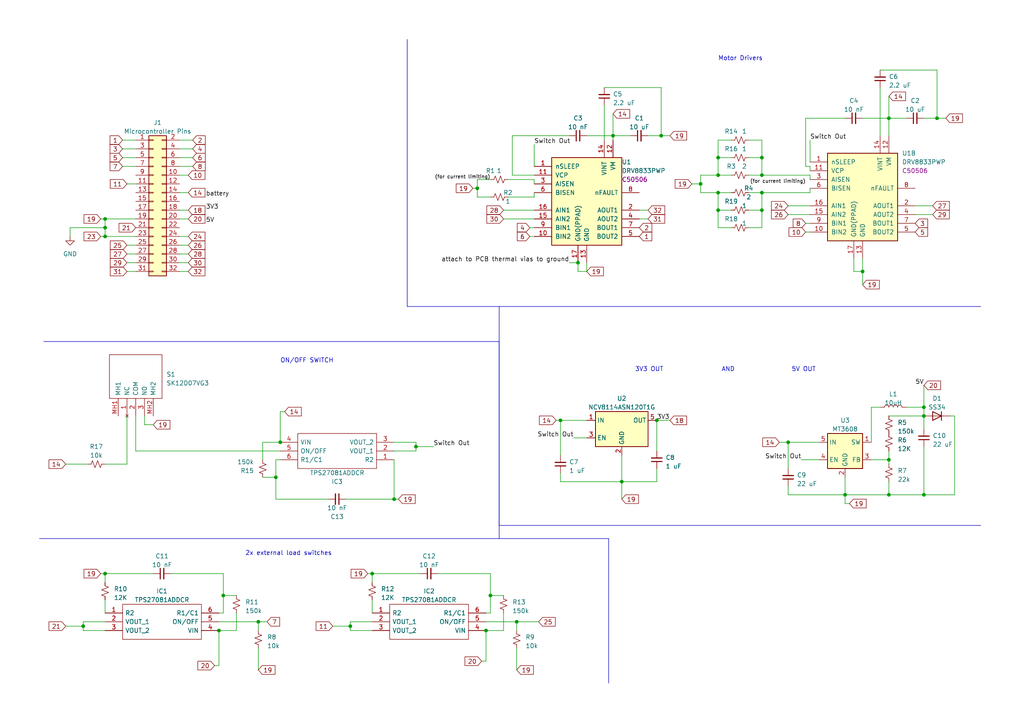
<source format=kicad_sch>
(kicad_sch (version 20230121) (generator eeschema)

  (uuid 1daccd40-bfd0-41b4-a750-d27cc0a95ba7)

  (paper "A4")

  (title_block
    (title "Project Schematics")
    (date "2025-03-24")
    (rev "v0.0")
  )

  (lib_symbols
    (symbol "Connector_Generic:Conn_02x16_Odd_Even" (pin_names (offset 1.016) hide) (in_bom yes) (on_board yes)
      (property "Reference" "J" (at 1.27 20.32 0)
        (effects (font (size 1.27 1.27)))
      )
      (property "Value" "Conn_02x16_Odd_Even" (at 1.27 -22.86 0)
        (effects (font (size 1.27 1.27)))
      )
      (property "Footprint" "" (at 0 0 0)
        (effects (font (size 1.27 1.27)) hide)
      )
      (property "Datasheet" "~" (at 0 0 0)
        (effects (font (size 1.27 1.27)) hide)
      )
      (property "ki_keywords" "connector" (at 0 0 0)
        (effects (font (size 1.27 1.27)) hide)
      )
      (property "ki_description" "Generic connector, double row, 02x16, odd/even pin numbering scheme (row 1 odd numbers, row 2 even numbers), script generated (kicad-library-utils/schlib/autogen/connector/)" (at 0 0 0)
        (effects (font (size 1.27 1.27)) hide)
      )
      (property "ki_fp_filters" "Connector*:*_2x??_*" (at 0 0 0)
        (effects (font (size 1.27 1.27)) hide)
      )
      (symbol "Conn_02x16_Odd_Even_1_1"
        (rectangle (start -1.27 -20.193) (end 0 -20.447)
          (stroke (width 0.1524) (type default))
          (fill (type none))
        )
        (rectangle (start -1.27 -17.653) (end 0 -17.907)
          (stroke (width 0.1524) (type default))
          (fill (type none))
        )
        (rectangle (start -1.27 -15.113) (end 0 -15.367)
          (stroke (width 0.1524) (type default))
          (fill (type none))
        )
        (rectangle (start -1.27 -12.573) (end 0 -12.827)
          (stroke (width 0.1524) (type default))
          (fill (type none))
        )
        (rectangle (start -1.27 -10.033) (end 0 -10.287)
          (stroke (width 0.1524) (type default))
          (fill (type none))
        )
        (rectangle (start -1.27 -7.493) (end 0 -7.747)
          (stroke (width 0.1524) (type default))
          (fill (type none))
        )
        (rectangle (start -1.27 -4.953) (end 0 -5.207)
          (stroke (width 0.1524) (type default))
          (fill (type none))
        )
        (rectangle (start -1.27 -2.413) (end 0 -2.667)
          (stroke (width 0.1524) (type default))
          (fill (type none))
        )
        (rectangle (start -1.27 0.127) (end 0 -0.127)
          (stroke (width 0.1524) (type default))
          (fill (type none))
        )
        (rectangle (start -1.27 2.667) (end 0 2.413)
          (stroke (width 0.1524) (type default))
          (fill (type none))
        )
        (rectangle (start -1.27 5.207) (end 0 4.953)
          (stroke (width 0.1524) (type default))
          (fill (type none))
        )
        (rectangle (start -1.27 7.747) (end 0 7.493)
          (stroke (width 0.1524) (type default))
          (fill (type none))
        )
        (rectangle (start -1.27 10.287) (end 0 10.033)
          (stroke (width 0.1524) (type default))
          (fill (type none))
        )
        (rectangle (start -1.27 12.827) (end 0 12.573)
          (stroke (width 0.1524) (type default))
          (fill (type none))
        )
        (rectangle (start -1.27 15.367) (end 0 15.113)
          (stroke (width 0.1524) (type default))
          (fill (type none))
        )
        (rectangle (start -1.27 17.907) (end 0 17.653)
          (stroke (width 0.1524) (type default))
          (fill (type none))
        )
        (rectangle (start -1.27 19.05) (end 3.81 -21.59)
          (stroke (width 0.254) (type default))
          (fill (type background))
        )
        (rectangle (start 3.81 -20.193) (end 2.54 -20.447)
          (stroke (width 0.1524) (type default))
          (fill (type none))
        )
        (rectangle (start 3.81 -17.653) (end 2.54 -17.907)
          (stroke (width 0.1524) (type default))
          (fill (type none))
        )
        (rectangle (start 3.81 -15.113) (end 2.54 -15.367)
          (stroke (width 0.1524) (type default))
          (fill (type none))
        )
        (rectangle (start 3.81 -12.573) (end 2.54 -12.827)
          (stroke (width 0.1524) (type default))
          (fill (type none))
        )
        (rectangle (start 3.81 -10.033) (end 2.54 -10.287)
          (stroke (width 0.1524) (type default))
          (fill (type none))
        )
        (rectangle (start 3.81 -7.493) (end 2.54 -7.747)
          (stroke (width 0.1524) (type default))
          (fill (type none))
        )
        (rectangle (start 3.81 -4.953) (end 2.54 -5.207)
          (stroke (width 0.1524) (type default))
          (fill (type none))
        )
        (rectangle (start 3.81 -2.413) (end 2.54 -2.667)
          (stroke (width 0.1524) (type default))
          (fill (type none))
        )
        (rectangle (start 3.81 0.127) (end 2.54 -0.127)
          (stroke (width 0.1524) (type default))
          (fill (type none))
        )
        (rectangle (start 3.81 2.667) (end 2.54 2.413)
          (stroke (width 0.1524) (type default))
          (fill (type none))
        )
        (rectangle (start 3.81 5.207) (end 2.54 4.953)
          (stroke (width 0.1524) (type default))
          (fill (type none))
        )
        (rectangle (start 3.81 7.747) (end 2.54 7.493)
          (stroke (width 0.1524) (type default))
          (fill (type none))
        )
        (rectangle (start 3.81 10.287) (end 2.54 10.033)
          (stroke (width 0.1524) (type default))
          (fill (type none))
        )
        (rectangle (start 3.81 12.827) (end 2.54 12.573)
          (stroke (width 0.1524) (type default))
          (fill (type none))
        )
        (rectangle (start 3.81 15.367) (end 2.54 15.113)
          (stroke (width 0.1524) (type default))
          (fill (type none))
        )
        (rectangle (start 3.81 17.907) (end 2.54 17.653)
          (stroke (width 0.1524) (type default))
          (fill (type none))
        )
        (pin passive line (at -5.08 17.78 0) (length 3.81)
          (name "Pin_1" (effects (font (size 1.27 1.27))))
          (number "1" (effects (font (size 1.27 1.27))))
        )
        (pin passive line (at 7.62 7.62 180) (length 3.81)
          (name "Pin_10" (effects (font (size 1.27 1.27))))
          (number "10" (effects (font (size 1.27 1.27))))
        )
        (pin passive line (at -5.08 5.08 0) (length 3.81)
          (name "Pin_11" (effects (font (size 1.27 1.27))))
          (number "11" (effects (font (size 1.27 1.27))))
        )
        (pin passive line (at 7.62 5.08 180) (length 3.81)
          (name "Pin_12" (effects (font (size 1.27 1.27))))
          (number "12" (effects (font (size 1.27 1.27))))
        )
        (pin passive line (at -5.08 2.54 0) (length 3.81)
          (name "Pin_13" (effects (font (size 1.27 1.27))))
          (number "13" (effects (font (size 1.27 1.27))))
        )
        (pin passive line (at 7.62 2.54 180) (length 3.81)
          (name "Pin_14" (effects (font (size 1.27 1.27))))
          (number "14" (effects (font (size 1.27 1.27))))
        )
        (pin passive line (at -5.08 0 0) (length 3.81)
          (name "Pin_15" (effects (font (size 1.27 1.27))))
          (number "15" (effects (font (size 1.27 1.27))))
        )
        (pin passive line (at 7.62 0 180) (length 3.81)
          (name "Pin_16" (effects (font (size 1.27 1.27))))
          (number "16" (effects (font (size 1.27 1.27))))
        )
        (pin passive line (at -5.08 -2.54 0) (length 3.81)
          (name "Pin_17" (effects (font (size 1.27 1.27))))
          (number "17" (effects (font (size 1.27 1.27))))
        )
        (pin passive line (at 7.62 -2.54 180) (length 3.81)
          (name "Pin_18" (effects (font (size 1.27 1.27))))
          (number "18" (effects (font (size 1.27 1.27))))
        )
        (pin passive line (at -5.08 -5.08 0) (length 3.81)
          (name "Pin_19" (effects (font (size 1.27 1.27))))
          (number "19" (effects (font (size 1.27 1.27))))
        )
        (pin passive line (at 7.62 17.78 180) (length 3.81)
          (name "Pin_2" (effects (font (size 1.27 1.27))))
          (number "2" (effects (font (size 1.27 1.27))))
        )
        (pin passive line (at 7.62 -5.08 180) (length 3.81)
          (name "Pin_20" (effects (font (size 1.27 1.27))))
          (number "20" (effects (font (size 1.27 1.27))))
        )
        (pin passive line (at -5.08 -7.62 0) (length 3.81)
          (name "Pin_21" (effects (font (size 1.27 1.27))))
          (number "21" (effects (font (size 1.27 1.27))))
        )
        (pin passive line (at 7.62 -7.62 180) (length 3.81)
          (name "Pin_22" (effects (font (size 1.27 1.27))))
          (number "22" (effects (font (size 1.27 1.27))))
        )
        (pin passive line (at -5.08 -10.16 0) (length 3.81)
          (name "Pin_23" (effects (font (size 1.27 1.27))))
          (number "23" (effects (font (size 1.27 1.27))))
        )
        (pin passive line (at 7.62 -10.16 180) (length 3.81)
          (name "Pin_24" (effects (font (size 1.27 1.27))))
          (number "24" (effects (font (size 1.27 1.27))))
        )
        (pin passive line (at -5.08 -12.7 0) (length 3.81)
          (name "Pin_25" (effects (font (size 1.27 1.27))))
          (number "25" (effects (font (size 1.27 1.27))))
        )
        (pin passive line (at 7.62 -12.7 180) (length 3.81)
          (name "Pin_26" (effects (font (size 1.27 1.27))))
          (number "26" (effects (font (size 1.27 1.27))))
        )
        (pin passive line (at -5.08 -15.24 0) (length 3.81)
          (name "Pin_27" (effects (font (size 1.27 1.27))))
          (number "27" (effects (font (size 1.27 1.27))))
        )
        (pin passive line (at 7.62 -15.24 180) (length 3.81)
          (name "Pin_28" (effects (font (size 1.27 1.27))))
          (number "28" (effects (font (size 1.27 1.27))))
        )
        (pin passive line (at -5.08 -17.78 0) (length 3.81)
          (name "Pin_29" (effects (font (size 1.27 1.27))))
          (number "29" (effects (font (size 1.27 1.27))))
        )
        (pin passive line (at -5.08 15.24 0) (length 3.81)
          (name "Pin_3" (effects (font (size 1.27 1.27))))
          (number "3" (effects (font (size 1.27 1.27))))
        )
        (pin passive line (at 7.62 -17.78 180) (length 3.81)
          (name "Pin_30" (effects (font (size 1.27 1.27))))
          (number "30" (effects (font (size 1.27 1.27))))
        )
        (pin passive line (at -5.08 -20.32 0) (length 3.81)
          (name "Pin_31" (effects (font (size 1.27 1.27))))
          (number "31" (effects (font (size 1.27 1.27))))
        )
        (pin passive line (at 7.62 -20.32 180) (length 3.81)
          (name "Pin_32" (effects (font (size 1.27 1.27))))
          (number "32" (effects (font (size 1.27 1.27))))
        )
        (pin passive line (at 7.62 15.24 180) (length 3.81)
          (name "Pin_4" (effects (font (size 1.27 1.27))))
          (number "4" (effects (font (size 1.27 1.27))))
        )
        (pin passive line (at -5.08 12.7 0) (length 3.81)
          (name "Pin_5" (effects (font (size 1.27 1.27))))
          (number "5" (effects (font (size 1.27 1.27))))
        )
        (pin passive line (at 7.62 12.7 180) (length 3.81)
          (name "Pin_6" (effects (font (size 1.27 1.27))))
          (number "6" (effects (font (size 1.27 1.27))))
        )
        (pin passive line (at -5.08 10.16 0) (length 3.81)
          (name "Pin_7" (effects (font (size 1.27 1.27))))
          (number "7" (effects (font (size 1.27 1.27))))
        )
        (pin passive line (at 7.62 10.16 180) (length 3.81)
          (name "Pin_8" (effects (font (size 1.27 1.27))))
          (number "8" (effects (font (size 1.27 1.27))))
        )
        (pin passive line (at -5.08 7.62 0) (length 3.81)
          (name "Pin_9" (effects (font (size 1.27 1.27))))
          (number "9" (effects (font (size 1.27 1.27))))
        )
      )
    )
    (symbol "DRV8833PWP_1" (pin_names (offset 1.016)) (in_bom yes) (on_board yes)
      (property "Reference" "U" (at -3.81 16.51 0)
        (effects (font (size 1.27 1.27)))
      )
      (property "Value" "DRV8833PWP" (at -3.81 13.97 0)
        (effects (font (size 1.27 1.27)))
      )
      (property "Footprint" "Package_SO:HTSSOP-16-1EP_4.4x5mm_P0.65mm_EP3.4x5mm_Mask2.46x2.31mm_ThermalVias" (at 11.43 11.43 0)
        (effects (font (size 1.27 1.27)) (justify left) hide)
      )
      (property "Datasheet" "http://www.ti.com/lit/ds/symlink/drv8833.pdf" (at -3.81 13.97 0)
        (effects (font (size 1.27 1.27)) hide)
      )
      (property "ki_keywords" "H-bridge motor driver" (at 0 0 0)
        (effects (font (size 1.27 1.27)) hide)
      )
      (property "ki_description" "Dual H-Bridge Motor Driver, HTSSOP-16" (at 0 0 0)
        (effects (font (size 1.27 1.27)) hide)
      )
      (property "ki_fp_filters" "HTSSOP-16-1EP*4.4x5mm*P0.65mm*" (at 0 0 0)
        (effects (font (size 1.27 1.27)) hide)
      )
      (symbol "DRV8833PWP_1_0_1"
        (rectangle (start -10.16 12.7) (end 10.16 -12.7)
          (stroke (width 0.254) (type default))
          (fill (type background))
        )
      )
      (symbol "DRV8833PWP_1_1_1"
        (pin input line (at -15.24 10.16 0) (length 5.08)
          (name "nSLEEP" (effects (font (size 1.27 1.27))))
          (number "1" (effects (font (size 1.27 1.27))))
        )
        (pin input line (at -15.24 -10.16 0) (length 5.08)
          (name "BIN2" (effects (font (size 1.27 1.27))))
          (number "10" (effects (font (size 1.27 1.27))))
        )
        (pin bidirectional line (at -15.24 7.62 0) (length 5.08)
          (name "VCP" (effects (font (size 1.27 1.27))))
          (number "11" (effects (font (size 1.27 1.27))))
        )
        (pin power_in line (at 7.62 17.78 270) (length 5.08)
          (name "VM" (effects (font (size 1.27 1.27))))
          (number "12" (effects (font (size 1.27 1.27))))
        )
        (pin power_in line (at 0 -17.78 90) (length 5.08)
          (name "GND" (effects (font (size 1.27 1.27))))
          (number "13" (effects (font (size 1.27 1.27))))
        )
        (pin power_in line (at 5.08 17.78 270) (length 5.08)
          (name "VINT" (effects (font (size 1.27 1.27))))
          (number "14" (effects (font (size 1.27 1.27))))
        )
        (pin input line (at -15.24 -5.08 0) (length 5.08)
          (name "AIN2" (effects (font (size 1.27 1.27))))
          (number "15" (effects (font (size 1.27 1.27))))
        )
        (pin input line (at -15.24 -2.54 0) (length 5.08)
          (name "AIN1" (effects (font (size 1.27 1.27))))
          (number "16" (effects (font (size 1.27 1.27))))
        )
        (pin power_in line (at -2.54 -17.78 90) (length 5.08)
          (name "GND(PPAD)" (effects (font (size 1.27 1.27))))
          (number "17" (effects (font (size 1.27 1.27))))
        )
        (pin power_out line (at 15.24 -2.54 180) (length 5.08)
          (name "AOUT1" (effects (font (size 1.27 1.27))))
          (number "2" (effects (font (size 1.27 1.27))))
        )
        (pin bidirectional line (at -15.24 5.08 0) (length 5.08)
          (name "AISEN" (effects (font (size 1.27 1.27))))
          (number "3" (effects (font (size 1.27 1.27))))
        )
        (pin power_out line (at 15.24 -5.08 180) (length 5.08)
          (name "AOUT2" (effects (font (size 1.27 1.27))))
          (number "4" (effects (font (size 1.27 1.27))))
        )
        (pin power_out line (at 15.24 -10.16 180) (length 5.08)
          (name "BOUT2" (effects (font (size 1.27 1.27))))
          (number "5" (effects (font (size 1.27 1.27))))
        )
        (pin bidirectional line (at -15.24 2.54 0) (length 5.08)
          (name "BISEN" (effects (font (size 1.27 1.27))))
          (number "6" (effects (font (size 1.27 1.27))))
        )
        (pin power_out line (at 15.24 -7.62 180) (length 5.08)
          (name "BOUT1" (effects (font (size 1.27 1.27))))
          (number "7" (effects (font (size 1.27 1.27))))
        )
        (pin open_collector line (at 15.24 2.54 180) (length 5.08)
          (name "nFAULT" (effects (font (size 1.27 1.27))))
          (number "8" (effects (font (size 1.27 1.27))))
        )
        (pin input line (at -15.24 -7.62 0) (length 5.08)
          (name "BIN1" (effects (font (size 1.27 1.27))))
          (number "9" (effects (font (size 1.27 1.27))))
        )
      )
    )
    (symbol "Device:C_Small" (pin_numbers hide) (pin_names (offset 0.254) hide) (in_bom yes) (on_board yes)
      (property "Reference" "C" (at 0.254 1.778 0)
        (effects (font (size 1.27 1.27)) (justify left))
      )
      (property "Value" "C_Small" (at 0.254 -2.032 0)
        (effects (font (size 1.27 1.27)) (justify left))
      )
      (property "Footprint" "" (at 0 0 0)
        (effects (font (size 1.27 1.27)) hide)
      )
      (property "Datasheet" "~" (at 0 0 0)
        (effects (font (size 1.27 1.27)) hide)
      )
      (property "ki_keywords" "capacitor cap" (at 0 0 0)
        (effects (font (size 1.27 1.27)) hide)
      )
      (property "ki_description" "Unpolarized capacitor, small symbol" (at 0 0 0)
        (effects (font (size 1.27 1.27)) hide)
      )
      (property "ki_fp_filters" "C_*" (at 0 0 0)
        (effects (font (size 1.27 1.27)) hide)
      )
      (symbol "C_Small_0_1"
        (polyline
          (pts
            (xy -1.524 -0.508)
            (xy 1.524 -0.508)
          )
          (stroke (width 0.3302) (type default))
          (fill (type none))
        )
        (polyline
          (pts
            (xy -1.524 0.508)
            (xy 1.524 0.508)
          )
          (stroke (width 0.3048) (type default))
          (fill (type none))
        )
      )
      (symbol "C_Small_1_1"
        (pin passive line (at 0 2.54 270) (length 2.032)
          (name "~" (effects (font (size 1.27 1.27))))
          (number "1" (effects (font (size 1.27 1.27))))
        )
        (pin passive line (at 0 -2.54 90) (length 2.032)
          (name "~" (effects (font (size 1.27 1.27))))
          (number "2" (effects (font (size 1.27 1.27))))
        )
      )
    )
    (symbol "Device:L" (pin_numbers hide) (pin_names (offset 1.016) hide) (in_bom yes) (on_board yes)
      (property "Reference" "L" (at -1.27 0 90)
        (effects (font (size 1.27 1.27)))
      )
      (property "Value" "L" (at 1.905 0 90)
        (effects (font (size 1.27 1.27)))
      )
      (property "Footprint" "" (at 0 0 0)
        (effects (font (size 1.27 1.27)) hide)
      )
      (property "Datasheet" "~" (at 0 0 0)
        (effects (font (size 1.27 1.27)) hide)
      )
      (property "ki_keywords" "inductor choke coil reactor magnetic" (at 0 0 0)
        (effects (font (size 1.27 1.27)) hide)
      )
      (property "ki_description" "Inductor" (at 0 0 0)
        (effects (font (size 1.27 1.27)) hide)
      )
      (property "ki_fp_filters" "Choke_* *Coil* Inductor_* L_*" (at 0 0 0)
        (effects (font (size 1.27 1.27)) hide)
      )
      (symbol "L_0_1"
        (arc (start 0 -2.54) (mid 0.6323 -1.905) (end 0 -1.27)
          (stroke (width 0) (type default))
          (fill (type none))
        )
        (arc (start 0 -1.27) (mid 0.6323 -0.635) (end 0 0)
          (stroke (width 0) (type default))
          (fill (type none))
        )
        (arc (start 0 0) (mid 0.6323 0.635) (end 0 1.27)
          (stroke (width 0) (type default))
          (fill (type none))
        )
        (arc (start 0 1.27) (mid 0.6323 1.905) (end 0 2.54)
          (stroke (width 0) (type default))
          (fill (type none))
        )
      )
      (symbol "L_1_1"
        (pin passive line (at 0 3.81 270) (length 1.27)
          (name "1" (effects (font (size 1.27 1.27))))
          (number "1" (effects (font (size 1.27 1.27))))
        )
        (pin passive line (at 0 -3.81 90) (length 1.27)
          (name "2" (effects (font (size 1.27 1.27))))
          (number "2" (effects (font (size 1.27 1.27))))
        )
      )
    )
    (symbol "Device:R_Small_US" (pin_numbers hide) (pin_names (offset 0.254) hide) (in_bom yes) (on_board yes)
      (property "Reference" "R" (at 0.762 0.508 0)
        (effects (font (size 1.27 1.27)) (justify left))
      )
      (property "Value" "R_Small_US" (at 0.762 -1.016 0)
        (effects (font (size 1.27 1.27)) (justify left))
      )
      (property "Footprint" "" (at 0 0 0)
        (effects (font (size 1.27 1.27)) hide)
      )
      (property "Datasheet" "~" (at 0 0 0)
        (effects (font (size 1.27 1.27)) hide)
      )
      (property "ki_keywords" "r resistor" (at 0 0 0)
        (effects (font (size 1.27 1.27)) hide)
      )
      (property "ki_description" "Resistor, small US symbol" (at 0 0 0)
        (effects (font (size 1.27 1.27)) hide)
      )
      (property "ki_fp_filters" "R_*" (at 0 0 0)
        (effects (font (size 1.27 1.27)) hide)
      )
      (symbol "R_Small_US_1_1"
        (polyline
          (pts
            (xy 0 0)
            (xy 1.016 -0.381)
            (xy 0 -0.762)
            (xy -1.016 -1.143)
            (xy 0 -1.524)
          )
          (stroke (width 0) (type default))
          (fill (type none))
        )
        (polyline
          (pts
            (xy 0 1.524)
            (xy 1.016 1.143)
            (xy 0 0.762)
            (xy -1.016 0.381)
            (xy 0 0)
          )
          (stroke (width 0) (type default))
          (fill (type none))
        )
        (pin passive line (at 0 2.54 270) (length 1.016)
          (name "~" (effects (font (size 1.27 1.27))))
          (number "1" (effects (font (size 1.27 1.27))))
        )
        (pin passive line (at 0 -2.54 90) (length 1.016)
          (name "~" (effects (font (size 1.27 1.27))))
          (number "2" (effects (font (size 1.27 1.27))))
        )
      )
    )
    (symbol "Diode:S2JTR" (pin_numbers hide) (pin_names hide) (in_bom yes) (on_board yes)
      (property "Reference" "D" (at 0 2.54 0)
        (effects (font (size 1.27 1.27)))
      )
      (property "Value" "S2JTR" (at 0 -2.54 0)
        (effects (font (size 1.27 1.27)))
      )
      (property "Footprint" "Diode_SMD:D_SMB" (at 0 -4.445 0)
        (effects (font (size 1.27 1.27)) hide)
      )
      (property "Datasheet" "http://www.smc-diodes.com/propdf/S2A-S2M%20N0562%20REV.A.pdf" (at 0 0 0)
        (effects (font (size 1.27 1.27)) hide)
      )
      (property "Sim.Device" "D" (at 0 0 0)
        (effects (font (size 1.27 1.27)) hide)
      )
      (property "Sim.Pins" "1=K 2=A" (at 0 0 0)
        (effects (font (size 1.27 1.27)) hide)
      )
      (property "ki_keywords" "diode" (at 0 0 0)
        (effects (font (size 1.27 1.27)) hide)
      )
      (property "ki_description" "600V 2A General Purpose Rectifier Diode, SMB" (at 0 0 0)
        (effects (font (size 1.27 1.27)) hide)
      )
      (property "ki_fp_filters" "*D?SMB*" (at 0 0 0)
        (effects (font (size 1.27 1.27)) hide)
      )
      (symbol "S2JTR_0_1"
        (polyline
          (pts
            (xy -1.27 1.27)
            (xy -1.27 -1.27)
          )
          (stroke (width 0.254) (type default))
          (fill (type none))
        )
        (polyline
          (pts
            (xy 1.27 0)
            (xy -1.27 0)
          )
          (stroke (width 0) (type default))
          (fill (type none))
        )
        (polyline
          (pts
            (xy 1.27 1.27)
            (xy 1.27 -1.27)
            (xy -1.27 0)
            (xy 1.27 1.27)
          )
          (stroke (width 0.254) (type default))
          (fill (type none))
        )
      )
      (symbol "S2JTR_1_1"
        (pin passive line (at -3.81 0 0) (length 2.54)
          (name "K" (effects (font (size 1.27 1.27))))
          (number "1" (effects (font (size 1.27 1.27))))
        )
        (pin passive line (at 3.81 0 180) (length 2.54)
          (name "A" (effects (font (size 1.27 1.27))))
          (number "2" (effects (font (size 1.27 1.27))))
        )
      )
    )
    (symbol "Driver_Motor:DRV8833PWP" (pin_names (offset 1.016)) (in_bom yes) (on_board yes)
      (property "Reference" "U" (at -3.81 16.51 0)
        (effects (font (size 1.27 1.27)))
      )
      (property "Value" "DRV8833PWP" (at -3.81 13.97 0)
        (effects (font (size 1.27 1.27)))
      )
      (property "Footprint" "Package_SO:HTSSOP-16-1EP_4.4x5mm_P0.65mm_EP3.4x5mm_Mask2.46x2.31mm_ThermalVias" (at 11.43 11.43 0)
        (effects (font (size 1.27 1.27)) (justify left) hide)
      )
      (property "Datasheet" "chrome-extension://efaidnbmnnnibpcajpcglclefindmkaj/https://jlcpcb.com/api/file/downloadByFileSystemAccessId/8588881461298802689" (at -3.81 13.97 0)
        (effects (font (size 1.27 1.27)) hide)
      )
      (property "LCSC" "C50506" (at 0 0 0)
        (effects (font (size 1.27 1.27)))
      )
      (property "ki_keywords" "H-bridge motor driver" (at 0 0 0)
        (effects (font (size 1.27 1.27)) hide)
      )
      (property "ki_description" "Dual H-Bridge Motor Driver, HTSSOP-16" (at 0 0 0)
        (effects (font (size 1.27 1.27)) hide)
      )
      (property "ki_fp_filters" "HTSSOP-16-1EP*4.4x5mm*P0.65mm*" (at 0 0 0)
        (effects (font (size 1.27 1.27)) hide)
      )
      (symbol "DRV8833PWP_1_1"
        (rectangle (start -10.16 12.7) (end 10.16 -12.7)
          (stroke (width 0.254) (type default))
          (fill (type background))
        )
        (pin input line (at -15.24 10.16 0) (length 5.08)
          (name "nSLEEP" (effects (font (size 1.27 1.27))))
          (number "1" (effects (font (size 1.27 1.27))))
        )
        (pin input line (at -15.24 -10.16 0) (length 5.08)
          (name "BIN2" (effects (font (size 1.27 1.27))))
          (number "10" (effects (font (size 1.27 1.27))))
        )
        (pin bidirectional line (at -15.24 7.62 0) (length 5.08)
          (name "VCP" (effects (font (size 1.27 1.27))))
          (number "11" (effects (font (size 1.27 1.27))))
        )
        (pin power_in line (at 7.62 17.78 270) (length 5.08)
          (name "VM" (effects (font (size 1.27 1.27))))
          (number "12" (effects (font (size 1.27 1.27))))
        )
        (pin power_in line (at 0 -17.78 90) (length 5.08)
          (name "GND" (effects (font (size 1.27 1.27))))
          (number "13" (effects (font (size 1.27 1.27))))
        )
        (pin power_in line (at 5.08 17.78 270) (length 5.08)
          (name "VINT" (effects (font (size 1.27 1.27))))
          (number "14" (effects (font (size 1.27 1.27))))
        )
        (pin input line (at -15.24 -5.08 0) (length 5.08)
          (name "AIN2" (effects (font (size 1.27 1.27))))
          (number "15" (effects (font (size 1.27 1.27))))
        )
        (pin input line (at -15.24 -2.54 0) (length 5.08)
          (name "AIN1" (effects (font (size 1.27 1.27))))
          (number "16" (effects (font (size 1.27 1.27))))
        )
        (pin power_in line (at -2.54 -17.78 90) (length 5.08)
          (name "GND(PPAD)" (effects (font (size 1.27 1.27))))
          (number "17" (effects (font (size 1.27 1.27))))
        )
        (pin power_out line (at 15.24 -2.54 180) (length 5.08)
          (name "AOUT1" (effects (font (size 1.27 1.27))))
          (number "2" (effects (font (size 1.27 1.27))))
        )
        (pin bidirectional line (at -15.24 5.08 0) (length 5.08)
          (name "AISEN" (effects (font (size 1.27 1.27))))
          (number "3" (effects (font (size 1.27 1.27))))
        )
        (pin power_out line (at 15.24 -5.08 180) (length 5.08)
          (name "AOUT2" (effects (font (size 1.27 1.27))))
          (number "4" (effects (font (size 1.27 1.27))))
        )
        (pin power_out line (at 15.24 -10.16 180) (length 5.08)
          (name "BOUT2" (effects (font (size 1.27 1.27))))
          (number "5" (effects (font (size 1.27 1.27))))
        )
        (pin bidirectional line (at -15.24 2.54 0) (length 5.08)
          (name "BISEN" (effects (font (size 1.27 1.27))))
          (number "6" (effects (font (size 1.27 1.27))))
        )
        (pin power_out line (at 15.24 -7.62 180) (length 5.08)
          (name "BOUT1" (effects (font (size 1.27 1.27))))
          (number "7" (effects (font (size 1.27 1.27))))
        )
        (pin open_collector line (at 15.24 2.54 180) (length 5.08)
          (name "nFAULT" (effects (font (size 1.27 1.27))))
          (number "8" (effects (font (size 1.27 1.27))))
        )
        (pin input line (at -15.24 -7.62 0) (length 5.08)
          (name "BIN1" (effects (font (size 1.27 1.27))))
          (number "9" (effects (font (size 1.27 1.27))))
        )
      )
      (symbol "DRV8833PWP_2_1"
        (rectangle (start -10.16 12.7) (end 10.16 -12.7)
          (stroke (width 0.254) (type default))
          (fill (type background))
        )
        (pin input line (at -15.24 10.16 0) (length 5.08)
          (name "nSLEEP" (effects (font (size 1.27 1.27))))
          (number "1" (effects (font (size 1.27 1.27))))
        )
        (pin input line (at -15.24 -10.16 0) (length 5.08)
          (name "BIN2" (effects (font (size 1.27 1.27))))
          (number "10" (effects (font (size 1.27 1.27))))
        )
        (pin bidirectional line (at -15.24 7.62 0) (length 5.08)
          (name "VCP" (effects (font (size 1.27 1.27))))
          (number "11" (effects (font (size 1.27 1.27))))
        )
        (pin power_in line (at 7.62 17.78 270) (length 5.08)
          (name "VM" (effects (font (size 1.27 1.27))))
          (number "12" (effects (font (size 1.27 1.27))))
        )
        (pin power_in line (at 0 -17.78 90) (length 5.08)
          (name "GND" (effects (font (size 1.27 1.27))))
          (number "13" (effects (font (size 1.27 1.27))))
        )
        (pin power_in line (at 5.08 17.78 270) (length 5.08)
          (name "VINT" (effects (font (size 1.27 1.27))))
          (number "14" (effects (font (size 1.27 1.27))))
        )
        (pin input line (at -15.24 -5.08 0) (length 5.08)
          (name "AIN2" (effects (font (size 1.27 1.27))))
          (number "15" (effects (font (size 1.27 1.27))))
        )
        (pin input line (at -15.24 -2.54 0) (length 5.08)
          (name "AIN1" (effects (font (size 1.27 1.27))))
          (number "16" (effects (font (size 1.27 1.27))))
        )
        (pin power_in line (at -2.54 -17.78 90) (length 5.08)
          (name "GND(PPAD)" (effects (font (size 1.27 1.27))))
          (number "17" (effects (font (size 1.27 1.27))))
        )
        (pin power_out line (at 15.24 -2.54 180) (length 5.08)
          (name "AOUT1" (effects (font (size 1.27 1.27))))
          (number "2" (effects (font (size 1.27 1.27))))
        )
        (pin bidirectional line (at -15.24 5.08 0) (length 5.08)
          (name "AISEN" (effects (font (size 1.27 1.27))))
          (number "3" (effects (font (size 1.27 1.27))))
        )
        (pin power_out line (at 15.24 -5.08 180) (length 5.08)
          (name "AOUT2" (effects (font (size 1.27 1.27))))
          (number "4" (effects (font (size 1.27 1.27))))
        )
        (pin power_out line (at 15.24 -10.16 180) (length 5.08)
          (name "BOUT2" (effects (font (size 1.27 1.27))))
          (number "5" (effects (font (size 1.27 1.27))))
        )
        (pin bidirectional line (at -15.24 2.54 0) (length 5.08)
          (name "BISEN" (effects (font (size 1.27 1.27))))
          (number "6" (effects (font (size 1.27 1.27))))
        )
        (pin power_out line (at 15.24 -7.62 180) (length 5.08)
          (name "BOUT1" (effects (font (size 1.27 1.27))))
          (number "7" (effects (font (size 1.27 1.27))))
        )
        (pin open_collector line (at 15.24 2.54 180) (length 5.08)
          (name "nFAULT" (effects (font (size 1.27 1.27))))
          (number "8" (effects (font (size 1.27 1.27))))
        )
        (pin input line (at -15.24 -7.62 0) (length 5.08)
          (name "BIN1" (effects (font (size 1.27 1.27))))
          (number "9" (effects (font (size 1.27 1.27))))
        )
      )
    )
    (symbol "Regulator_Linear:NCV8114ASN120T1G" (in_bom yes) (on_board yes)
      (property "Reference" "U" (at 0 8.89 0)
        (effects (font (size 1.27 1.27)) (justify top))
      )
      (property "Value" "NCV8114ASN120T1G" (at 0 6.35 0)
        (effects (font (size 1.27 1.27)))
      )
      (property "Footprint" "Package_TO_SOT_SMD:TSOT-23-5" (at 0 -10.16 0)
        (effects (font (size 1.27 1.27) italic) hide)
      )
      (property "Datasheet" "https://ru.mouser.com/datasheet/2/308/NCV8114-D-1107616.pdf" (at 0 -12.7 0)
        (effects (font (size 1.27 1.27)) hide)
      )
      (property "ki_keywords" "linear regulator ldo fixed positive" (at 0 0 0)
        (effects (font (size 1.27 1.27)) hide)
      )
      (property "ki_description" "300mA, Low Noise, Linear Regulator with output active discharge function, 1.7-5.5V input voltage range, 1.2V fixed positive output, TSOT-23-5" (at 0 0 0)
        (effects (font (size 1.27 1.27)) hide)
      )
      (property "ki_fp_filters" "TSOT?23*" (at 0 0 0)
        (effects (font (size 1.27 1.27)) hide)
      )
      (symbol "NCV8114ASN120T1G_0_1"
        (rectangle (start -7.62 5.08) (end 7.62 -5.08)
          (stroke (width 0.254) (type default))
          (fill (type background))
        )
      )
      (symbol "NCV8114ASN120T1G_1_1"
        (pin power_in line (at -10.16 2.54 0) (length 2.54)
          (name "IN" (effects (font (size 1.27 1.27))))
          (number "1" (effects (font (size 1.27 1.27))))
        )
        (pin power_in line (at 0 -7.62 90) (length 2.54)
          (name "GND" (effects (font (size 1.27 1.27))))
          (number "2" (effects (font (size 1.27 1.27))))
        )
        (pin input line (at -10.16 -2.54 0) (length 2.54)
          (name "EN" (effects (font (size 1.27 1.27))))
          (number "3" (effects (font (size 1.27 1.27))))
        )
        (pin no_connect line (at 7.62 -2.54 180) (length 2.54) hide
          (name "NC" (effects (font (size 1.27 1.27))))
          (number "4" (effects (font (size 1.27 1.27))))
        )
        (pin power_out line (at 10.16 2.54 180) (length 2.54)
          (name "OUT" (effects (font (size 1.27 1.27))))
          (number "5" (effects (font (size 1.27 1.27))))
        )
      )
    )
    (symbol "Regulator_Switching:MT3608" (in_bom yes) (on_board yes)
      (property "Reference" "U" (at -2.54 8.89 0)
        (effects (font (size 1.27 1.27)) (justify left))
      )
      (property "Value" "MT3608" (at -3.81 6.35 0)
        (effects (font (size 1.27 1.27)) (justify left))
      )
      (property "Footprint" "Package_TO_SOT_SMD:SOT-23-6" (at 1.27 -6.35 0)
        (effects (font (size 1.27 1.27) italic) (justify left) hide)
      )
      (property "Datasheet" "https://www.olimex.com/Products/Breadboarding/BB-PWR-3608/resources/MT3608.pdf" (at -6.35 11.43 0)
        (effects (font (size 1.27 1.27)) hide)
      )
      (property "ki_keywords" "Step-Up Boost DC-DC Regulator Adjustable" (at 0 0 0)
        (effects (font (size 1.27 1.27)) hide)
      )
      (property "ki_description" "High Efficiency 1.2MHz 2A Step Up Converter, 2-24V Vin, 28V Vout, 4A current limit, 1.2MHz, SOT23-6" (at 0 0 0)
        (effects (font (size 1.27 1.27)) hide)
      )
      (property "ki_fp_filters" "SOT*23*" (at 0 0 0)
        (effects (font (size 1.27 1.27)) hide)
      )
      (symbol "MT3608_0_1"
        (rectangle (start -5.08 5.08) (end 5.08 -5.08)
          (stroke (width 0.254) (type default))
          (fill (type background))
        )
      )
      (symbol "MT3608_1_1"
        (pin passive line (at 7.62 2.54 180) (length 2.54)
          (name "SW" (effects (font (size 1.27 1.27))))
          (number "1" (effects (font (size 1.27 1.27))))
        )
        (pin power_in line (at 0 -7.62 90) (length 2.54)
          (name "GND" (effects (font (size 1.27 1.27))))
          (number "2" (effects (font (size 1.27 1.27))))
        )
        (pin input line (at 7.62 -2.54 180) (length 2.54)
          (name "FB" (effects (font (size 1.27 1.27))))
          (number "3" (effects (font (size 1.27 1.27))))
        )
        (pin input line (at -7.62 -2.54 0) (length 2.54)
          (name "EN" (effects (font (size 1.27 1.27))))
          (number "4" (effects (font (size 1.27 1.27))))
        )
        (pin power_in line (at -7.62 2.54 0) (length 2.54)
          (name "IN" (effects (font (size 1.27 1.27))))
          (number "5" (effects (font (size 1.27 1.27))))
        )
        (pin no_connect line (at 5.08 0 180) (length 2.54) hide
          (name "NC" (effects (font (size 1.27 1.27))))
          (number "6" (effects (font (size 1.27 1.27))))
        )
      )
    )
    (symbol "SK12D07VG3:SK12D07VG3" (pin_names (offset 0.762)) (in_bom yes) (on_board yes)
      (property "Reference" "S" (at 19.05 7.62 0)
        (effects (font (size 1.27 1.27)) (justify left))
      )
      (property "Value" "SK12D07VG3" (at 19.05 5.08 0)
        (effects (font (size 1.27 1.27)) (justify left))
      )
      (property "Footprint" "SK12D07VG3" (at 19.05 2.54 0)
        (effects (font (size 1.27 1.27)) (justify left) hide)
      )
      (property "Datasheet" "https://datasheet.lcsc.com/lcsc/1912111437_SHOU-HAN-SK12D07VG3_C431547.pdf" (at 19.05 0 0)
        (effects (font (size 1.27 1.27)) (justify left) hide)
      )
      (property "Description" "500mA Lying SPDT 50V 5000 Plugin Slide Switches ROHS" (at 19.05 -2.54 0)
        (effects (font (size 1.27 1.27)) (justify left) hide)
      )
      (property "Height" "4.9" (at 19.05 -5.08 0)
        (effects (font (size 1.27 1.27)) (justify left) hide)
      )
      (property "Manufacturer_Name" "Shou Han" (at 19.05 -7.62 0)
        (effects (font (size 1.27 1.27)) (justify left) hide)
      )
      (property "Manufacturer_Part_Number" "SK12D07VG3" (at 19.05 -10.16 0)
        (effects (font (size 1.27 1.27)) (justify left) hide)
      )
      (property "Mouser Part Number" "" (at 19.05 -12.7 0)
        (effects (font (size 1.27 1.27)) (justify left) hide)
      )
      (property "Mouser Price/Stock" "" (at 19.05 -15.24 0)
        (effects (font (size 1.27 1.27)) (justify left) hide)
      )
      (property "Arrow Part Number" "" (at 19.05 -17.78 0)
        (effects (font (size 1.27 1.27)) (justify left) hide)
      )
      (property "Arrow Price/Stock" "" (at 19.05 -20.32 0)
        (effects (font (size 1.27 1.27)) (justify left) hide)
      )
      (property "ki_description" "500mA Lying SPDT 50V 5000 Plugin Slide Switches ROHS" (at 0 0 0)
        (effects (font (size 1.27 1.27)) hide)
      )
      (symbol "SK12D07VG3_0_0"
        (pin no_connect line (at 0 -2.54 0) (length 5.08)
          (name "NC" (effects (font (size 1.27 1.27))))
          (number "1" (effects (font (size 1.27 1.27))))
        )
        (pin passive line (at 0 -5.08 0) (length 5.08)
          (name "COM" (effects (font (size 1.27 1.27))))
          (number "2" (effects (font (size 1.27 1.27))))
        )
        (pin passive line (at 0 -7.62 0) (length 5.08)
          (name "NO" (effects (font (size 1.27 1.27))))
          (number "3" (effects (font (size 1.27 1.27))))
        )
        (pin passive line (at 0 0 0) (length 5.08)
          (name "MH1" (effects (font (size 1.27 1.27))))
          (number "MH1" (effects (font (size 1.27 1.27))))
        )
        (pin passive line (at 0 -10.16 0) (length 5.08)
          (name "MH2" (effects (font (size 1.27 1.27))))
          (number "MH2" (effects (font (size 1.27 1.27))))
        )
      )
      (symbol "SK12D07VG3_0_1"
        (polyline
          (pts
            (xy 5.08 2.54)
            (xy 17.78 2.54)
            (xy 17.78 -12.7)
            (xy 5.08 -12.7)
            (xy 5.08 2.54)
          )
          (stroke (width 0.1524) (type solid))
          (fill (type none))
        )
      )
    )
    (symbol "TPS27081ADDCR:TPS27081ADDCR" (pin_names (offset 0.762)) (in_bom yes) (on_board yes)
      (property "Reference" "IC" (at 29.21 7.62 0)
        (effects (font (size 1.27 1.27)) (justify left))
      )
      (property "Value" "TPS27081ADDCR" (at 29.21 5.08 0)
        (effects (font (size 1.27 1.27)) (justify left))
      )
      (property "Footprint" "SOT95P280X110-6N" (at 29.21 2.54 0)
        (effects (font (size 1.27 1.27)) (justify left) hide)
      )
      (property "Datasheet" "http://www.ti.com/lit/ds/symlink/tps27081a.pdf" (at 29.21 0 0)
        (effects (font (size 1.27 1.27)) (justify left) hide)
      )
      (property "Description" "1.2V-8V 3A High-Side Load Switch TSOT23 TPS27081ADDCR, Dual MOSFET Power Driver,, 1.2 ??? 8 V, 6-Pin SOT" (at 29.21 -2.54 0)
        (effects (font (size 1.27 1.27)) (justify left) hide)
      )
      (property "Height" "1.1" (at 29.21 -5.08 0)
        (effects (font (size 1.27 1.27)) (justify left) hide)
      )
      (property "Manufacturer_Name" "Texas Instruments" (at 29.21 -7.62 0)
        (effects (font (size 1.27 1.27)) (justify left) hide)
      )
      (property "Manufacturer_Part_Number" "TPS27081ADDCR" (at 29.21 -10.16 0)
        (effects (font (size 1.27 1.27)) (justify left) hide)
      )
      (property "Mouser Part Number" "595-TPS27081ADDCR" (at 29.21 -12.7 0)
        (effects (font (size 1.27 1.27)) (justify left) hide)
      )
      (property "Mouser Price/Stock" "https://www.mouser.co.uk/ProductDetail/Texas-Instruments/TPS27081ADDCR?qs=4whTb%2F0XQMh2EZGpUZDLZQ%3D%3D" (at 29.21 -15.24 0)
        (effects (font (size 1.27 1.27)) (justify left) hide)
      )
      (property "Arrow Part Number" "TPS27081ADDCR" (at 29.21 -17.78 0)
        (effects (font (size 1.27 1.27)) (justify left) hide)
      )
      (property "Arrow Price/Stock" "https://www.arrow.com/en/products/tps27081addcr/texas-instruments?utm_currency=USD&region=nac" (at 29.21 -20.32 0)
        (effects (font (size 1.27 1.27)) (justify left) hide)
      )
      (property "ki_description" "1.2V-8V 3A High-Side Load Switch TSOT23 TPS27081ADDCR, Dual MOSFET Power Driver,, 1.2 ??? 8 V, 6-Pin SOT" (at 0 0 0)
        (effects (font (size 1.27 1.27)) hide)
      )
      (symbol "TPS27081ADDCR_0_0"
        (pin passive line (at 0 0 0) (length 5.08)
          (name "R2" (effects (font (size 1.27 1.27))))
          (number "1" (effects (font (size 1.27 1.27))))
        )
        (pin passive line (at 0 -2.54 0) (length 5.08)
          (name "VOUT_1" (effects (font (size 1.27 1.27))))
          (number "2" (effects (font (size 1.27 1.27))))
        )
        (pin passive line (at 0 -5.08 0) (length 5.08)
          (name "VOUT_2" (effects (font (size 1.27 1.27))))
          (number "3" (effects (font (size 1.27 1.27))))
        )
        (pin passive line (at 33.02 -5.08 180) (length 5.08)
          (name "VIN" (effects (font (size 1.27 1.27))))
          (number "4" (effects (font (size 1.27 1.27))))
        )
        (pin passive line (at 33.02 -2.54 180) (length 5.08)
          (name "ON/OFF" (effects (font (size 1.27 1.27))))
          (number "5" (effects (font (size 1.27 1.27))))
        )
        (pin passive line (at 33.02 0 180) (length 5.08)
          (name "R1/C1" (effects (font (size 1.27 1.27))))
          (number "6" (effects (font (size 1.27 1.27))))
        )
      )
      (symbol "TPS27081ADDCR_0_1"
        (polyline
          (pts
            (xy 5.08 2.54)
            (xy 27.94 2.54)
            (xy 27.94 -7.62)
            (xy 5.08 -7.62)
            (xy 5.08 2.54)
          )
          (stroke (width 0.1524) (type solid))
          (fill (type none))
        )
      )
    )
    (symbol "power:GND" (power) (pin_names (offset 0)) (in_bom yes) (on_board yes)
      (property "Reference" "#PWR" (at 0 -6.35 0)
        (effects (font (size 1.27 1.27)) hide)
      )
      (property "Value" "GND" (at 0 -3.81 0)
        (effects (font (size 1.27 1.27)))
      )
      (property "Footprint" "" (at 0 0 0)
        (effects (font (size 1.27 1.27)) hide)
      )
      (property "Datasheet" "" (at 0 0 0)
        (effects (font (size 1.27 1.27)) hide)
      )
      (property "ki_keywords" "global power" (at 0 0 0)
        (effects (font (size 1.27 1.27)) hide)
      )
      (property "ki_description" "Power symbol creates a global label with name \"GND\" , ground" (at 0 0 0)
        (effects (font (size 1.27 1.27)) hide)
      )
      (symbol "GND_0_1"
        (polyline
          (pts
            (xy 0 0)
            (xy 0 -1.27)
            (xy 1.27 -1.27)
            (xy 0 -2.54)
            (xy -1.27 -1.27)
            (xy 0 -1.27)
          )
          (stroke (width 0) (type default))
          (fill (type none))
        )
      )
      (symbol "GND_1_1"
        (pin power_in line (at 0 0 270) (length 0) hide
          (name "GND" (effects (font (size 1.27 1.27))))
          (number "1" (effects (font (size 1.27 1.27))))
        )
      )
    )
  )

  (junction (at 162.56 121.92) (diameter 0) (color 0 0 0 0)
    (uuid 055c5f2b-04a6-4d2a-aa9d-42c2c9d2ccaf)
  )
  (junction (at 257.81 34.29) (diameter 0) (color 0 0 0 0)
    (uuid 07ba16c7-3e84-4175-b880-1a806dd2ae07)
  )
  (junction (at 250.19 78.74) (diameter 0) (color 0 0 0 0)
    (uuid 080da1db-1685-4517-ab4f-f5f8b3b4f662)
  )
  (junction (at 80.01 138.43) (diameter 0) (color 0 0 0 0)
    (uuid 0a5d3ec4-6d84-4e59-9285-a7cc70f4babe)
  )
  (junction (at 64.77 172.72) (diameter 0) (color 0 0 0 0)
    (uuid 0d4d699e-4374-49ac-917d-f78003e0d8f7)
  )
  (junction (at 120.65 129.54) (diameter 0) (color 0 0 0 0)
    (uuid 0de00a5b-fa75-4f0c-9bb9-83c052b905e6)
  )
  (junction (at 267.97 143.51) (diameter 0) (color 0 0 0 0)
    (uuid 1c2c03dc-a806-420f-966c-4bdaf2c96dad)
  )
  (junction (at 257.81 143.51) (diameter 0) (color 0 0 0 0)
    (uuid 2292304b-d6fd-4e24-87b1-15d1af851aa2)
  )
  (junction (at 114.3 144.78) (diameter 0) (color 0 0 0 0)
    (uuid 3653135c-d8b8-4374-a59a-6f4c5d91decc)
  )
  (junction (at 149.86 180.34) (diameter 0) (color 0 0 0 0)
    (uuid 36b0756b-8898-445f-a8bd-35d2a93d50cd)
  )
  (junction (at 24.13 181.61) (diameter 0) (color 0 0 0 0)
    (uuid 3c4daf76-f177-44b2-be1f-0b014b305ef2)
  )
  (junction (at 267.97 118.11) (diameter 0) (color 0 0 0 0)
    (uuid 3d2b5117-e5eb-4d63-b67e-a46b8571c1e6)
  )
  (junction (at 203.2 53.34) (diameter 0) (color 0 0 0 0)
    (uuid 3f0e962e-de10-4cd3-8561-d88338e1ed7e)
  )
  (junction (at 208.28 55.88) (diameter 0) (color 0 0 0 0)
    (uuid 42bf89d3-1c7a-48f4-8ee5-8192878c2bb1)
  )
  (junction (at 167.64 76.2) (diameter 0) (color 0 0 0 0)
    (uuid 42faf48f-a5df-4639-838f-ae47e0027f5b)
  )
  (junction (at 101.6 181.61) (diameter 0) (color 0 0 0 0)
    (uuid 4332ccd0-ef20-4507-b997-c357df9b9d5e)
  )
  (junction (at 180.34 139.7) (diameter 0) (color 0 0 0 0)
    (uuid 45150779-d687-4131-900f-2df56b572ef1)
  )
  (junction (at 30.48 166.37) (diameter 0) (color 0 0 0 0)
    (uuid 582b74cc-7f1c-468d-b727-79729a601457)
  )
  (junction (at 63.5 182.88) (diameter 0) (color 0 0 0 0)
    (uuid 5be6e6a0-6361-486f-9374-7c18afee88c9)
  )
  (junction (at 208.28 45.72) (diameter 0) (color 0 0 0 0)
    (uuid 5ee15502-b1ef-466b-9b58-134c73f5dc17)
  )
  (junction (at 30.48 66.04) (diameter 0) (color 0 0 0 0)
    (uuid 625fc42f-6faf-4c9e-8def-57cb3b85ff43)
  )
  (junction (at 245.11 143.51) (diameter 0) (color 0 0 0 0)
    (uuid 6448627b-d31e-4e80-b746-e558f22f8333)
  )
  (junction (at 138.43 54.61) (diameter 0) (color 0 0 0 0)
    (uuid 7333bdd3-46ec-4f7a-9421-56959a2ffd68)
  )
  (junction (at 271.78 34.29) (diameter 0) (color 0 0 0 0)
    (uuid 754c7c08-8620-47dc-a26d-e5c373bf1c0a)
  )
  (junction (at 177.8 39.37) (diameter 0) (color 0 0 0 0)
    (uuid 87aa825b-2d39-45a6-8ff8-939aeeff5a67)
  )
  (junction (at 140.97 182.88) (diameter 0) (color 0 0 0 0)
    (uuid 88d5e308-02a4-4811-a6f8-50f0433dcaa2)
  )
  (junction (at 208.28 60.96) (diameter 0) (color 0 0 0 0)
    (uuid 95e71100-e291-4ae2-9c1c-a851cd325522)
  )
  (junction (at 81.28 128.27) (diameter 0) (color 0 0 0 0)
    (uuid aa597711-3f06-473d-ad2a-04b9b2f284a6)
  )
  (junction (at 30.48 63.5) (diameter 0) (color 0 0 0 0)
    (uuid ad20949f-614b-4a96-8e7c-f94514883686)
  )
  (junction (at 220.98 45.72) (diameter 0) (color 0 0 0 0)
    (uuid ad85b9cb-24b5-4012-a16f-85a038e3e9c6)
  )
  (junction (at 190.5 121.92) (diameter 0) (color 0 0 0 0)
    (uuid b3376989-98af-46d0-b89e-1c00a0829237)
  )
  (junction (at 267.97 120.65) (diameter 0) (color 0 0 0 0)
    (uuid b80388c4-d184-4914-914f-fe87d086c4d9)
  )
  (junction (at 220.98 50.8) (diameter 0) (color 0 0 0 0)
    (uuid b81494ee-ce1a-4fee-a9c3-ead5ca2a244c)
  )
  (junction (at 220.98 60.96) (diameter 0) (color 0 0 0 0)
    (uuid bab9e3a1-26b1-4263-9e72-05cd37386005)
  )
  (junction (at 228.6 128.27) (diameter 0) (color 0 0 0 0)
    (uuid c20bc5f2-02f5-4fe7-9d66-1802f653f519)
  )
  (junction (at 142.24 172.72) (diameter 0) (color 0 0 0 0)
    (uuid c5efd632-8a80-4d68-aeeb-846aa3842d9e)
  )
  (junction (at 30.48 68.58) (diameter 0) (color 0 0 0 0)
    (uuid c7b6c946-ea43-4d14-9979-9f4370c512d0)
  )
  (junction (at 74.93 180.34) (diameter 0) (color 0 0 0 0)
    (uuid cb02a658-51e9-4c70-adbf-9c7be9429e2d)
  )
  (junction (at 220.98 55.88) (diameter 0) (color 0 0 0 0)
    (uuid e3312832-459c-4b9e-a04f-a0623cf812be)
  )
  (junction (at 208.28 50.8) (diameter 0) (color 0 0 0 0)
    (uuid ebd96655-846a-4280-9cf2-4f57f2a4b315)
  )
  (junction (at 107.95 166.37) (diameter 0) (color 0 0 0 0)
    (uuid edf36e30-c8e6-4657-aba3-1bffdb09b36b)
  )
  (junction (at 191.77 39.37) (diameter 0) (color 0 0 0 0)
    (uuid f1b5f54f-057d-40af-8fe5-48905968049f)
  )
  (junction (at 257.81 133.35) (diameter 0) (color 0 0 0 0)
    (uuid fab10ee0-6730-4c20-8db8-40685a7ad1ff)
  )

  (wire (pts (xy 208.28 55.88) (xy 208.28 60.96))
    (stroke (width 0) (type default))
    (uuid 00e76aee-76e1-4050-81f0-2a66b870e057)
  )
  (wire (pts (xy 203.2 55.88) (xy 208.28 55.88))
    (stroke (width 0) (type default))
    (uuid 01339ba4-03c8-45a5-9778-9015599435d0)
  )
  (wire (pts (xy 255.27 25.4) (xy 255.27 39.37))
    (stroke (width 0) (type default))
    (uuid 02f9336d-763e-444e-b7ee-72cb6755694f)
  )
  (wire (pts (xy 190.5 121.92) (xy 190.5 130.81))
    (stroke (width 0) (type default))
    (uuid 04e1fe3e-56fe-461f-a977-812b289ce71b)
  )
  (wire (pts (xy 217.17 40.64) (xy 220.98 40.64))
    (stroke (width 0) (type default))
    (uuid 06488c9d-7d0b-45fb-86cb-cd652c226638)
  )
  (wire (pts (xy 30.48 63.5) (xy 39.37 63.5))
    (stroke (width 0) (type default))
    (uuid 06ff6939-27ee-407d-a1ec-87ba13231664)
  )
  (polyline (pts (xy 176.53 156.21) (xy 176.53 198.12))
    (stroke (width 0) (type default))
    (uuid 0847d2c5-b5f5-4ad3-9f17-e61085b78902)
  )

  (wire (pts (xy 80.01 144.78) (xy 80.01 138.43))
    (stroke (width 0) (type default))
    (uuid 0917811d-1254-4cf6-a1f1-287cd66b3308)
  )
  (wire (pts (xy 24.13 180.34) (xy 24.13 181.61))
    (stroke (width 0) (type default))
    (uuid 0ad84abe-7c2b-468a-8f3e-66b2df02d955)
  )
  (wire (pts (xy 142.24 172.72) (xy 146.05 172.72))
    (stroke (width 0) (type default))
    (uuid 0b90568a-511f-4615-adfa-7727bd89b6bd)
  )
  (wire (pts (xy 228.6 128.27) (xy 228.6 135.89))
    (stroke (width 0) (type default))
    (uuid 0d8d0456-4988-40fb-a659-5b6397bc2169)
  )
  (wire (pts (xy 220.98 66.04) (xy 220.98 60.96))
    (stroke (width 0) (type default))
    (uuid 15380f95-cdab-4238-ad20-85d7eedb3d81)
  )
  (wire (pts (xy 187.96 39.37) (xy 191.77 39.37))
    (stroke (width 0) (type default))
    (uuid 169f80e2-a711-4d03-897b-74a1800db839)
  )
  (wire (pts (xy 39.37 130.81) (xy 81.28 130.81))
    (stroke (width 0) (type default))
    (uuid 191a7fc2-674c-4f0a-a42a-eb501f0f23b7)
  )
  (wire (pts (xy 114.3 128.27) (xy 120.65 128.27))
    (stroke (width 0) (type default))
    (uuid 19e89001-4943-41cb-a06d-f7e18a583c3e)
  )
  (wire (pts (xy 36.83 53.34) (xy 39.37 53.34))
    (stroke (width 0) (type default))
    (uuid 1a411124-a6ae-47fd-9166-6c63c519f895)
  )
  (wire (pts (xy 233.68 67.31) (xy 234.95 67.31))
    (stroke (width 0) (type default))
    (uuid 1a540e7d-aada-4d2a-9535-e8cbb9008e94)
  )
  (wire (pts (xy 180.34 132.08) (xy 180.34 139.7))
    (stroke (width 0) (type default))
    (uuid 1ae17439-954a-4be1-99c4-0be87a523d5a)
  )
  (wire (pts (xy 74.93 180.34) (xy 74.93 182.88))
    (stroke (width 0) (type default))
    (uuid 1b2ad642-4173-4afc-91aa-3480bf2d0684)
  )
  (wire (pts (xy 228.6 143.51) (xy 245.11 143.51))
    (stroke (width 0) (type default))
    (uuid 1b78fefa-53aa-4756-8c93-495cb026846b)
  )
  (wire (pts (xy 234.95 50.8) (xy 234.95 52.07))
    (stroke (width 0) (type default))
    (uuid 1df59bf8-aab3-45cc-a2b1-7c14565a00ef)
  )
  (wire (pts (xy 55.88 45.72) (xy 52.07 45.72))
    (stroke (width 0) (type default))
    (uuid 1e11508e-6827-4d87-87bb-4f655581ed80)
  )
  (wire (pts (xy 212.09 40.64) (xy 208.28 40.64))
    (stroke (width 0) (type default))
    (uuid 1e5bd3c4-f796-4cb4-89e5-8ee7ac301d69)
  )
  (wire (pts (xy 36.83 134.62) (xy 36.83 120.65))
    (stroke (width 0) (type default))
    (uuid 1e7e63bb-3637-4f03-a0e2-44b48ac45681)
  )
  (wire (pts (xy 39.37 68.58) (xy 30.48 68.58))
    (stroke (width 0) (type default))
    (uuid 1ef2b354-1cdf-4991-a1ba-f33d5de09342)
  )
  (wire (pts (xy 115.57 144.78) (xy 114.3 144.78))
    (stroke (width 0) (type default))
    (uuid 1f52a2fa-7d38-4f8e-a5d0-feb0a6cb926b)
  )
  (wire (pts (xy 44.45 166.37) (xy 30.48 166.37))
    (stroke (width 0) (type default))
    (uuid 20547ec3-788a-47f1-8660-dc7f55816d66)
  )
  (wire (pts (xy 162.56 121.92) (xy 162.56 132.08))
    (stroke (width 0) (type default))
    (uuid 20e0bf1e-7631-424e-a33c-7b5402bfe540)
  )
  (wire (pts (xy 234.95 50.8) (xy 220.98 50.8))
    (stroke (width 0) (type default))
    (uuid 227cd2f9-4a46-42c9-881a-d01ad01b5e78)
  )
  (wire (pts (xy 247.65 78.74) (xy 250.19 78.74))
    (stroke (width 0) (type default))
    (uuid 254ed6ae-8014-4fc9-b051-8915efed9bbc)
  )
  (wire (pts (xy 234.95 55.88) (xy 234.95 54.61))
    (stroke (width 0) (type default))
    (uuid 258cd822-d279-458c-86b9-4cf83b82d9f3)
  )
  (wire (pts (xy 167.64 78.74) (xy 170.18 78.74))
    (stroke (width 0) (type default))
    (uuid 2d5a0342-ce63-4dbd-939e-3db6c99d1dda)
  )
  (wire (pts (xy 54.61 60.96) (xy 52.07 60.96))
    (stroke (width 0) (type default))
    (uuid 2e3aab3e-cd3e-4b45-a955-d024ec209896)
  )
  (wire (pts (xy 245.11 146.05) (xy 245.11 143.51))
    (stroke (width 0) (type default))
    (uuid 2e5cb6dd-16bd-4853-bb8c-67f816c214c3)
  )
  (wire (pts (xy 220.98 40.64) (xy 220.98 45.72))
    (stroke (width 0) (type default))
    (uuid 2e91e588-a85a-4c7d-8c13-d74ee2d66370)
  )
  (wire (pts (xy 20.32 66.04) (xy 30.48 66.04))
    (stroke (width 0) (type default))
    (uuid 300204a7-7e96-4bff-b4fb-92574464c49a)
  )
  (wire (pts (xy 270.51 62.23) (xy 265.43 62.23))
    (stroke (width 0) (type default))
    (uuid 3121488f-286a-4190-b553-70f0a5eb53b4)
  )
  (wire (pts (xy 29.21 63.5) (xy 30.48 63.5))
    (stroke (width 0) (type default))
    (uuid 32a008dd-98f7-4c3a-b3e2-ef2565a55444)
  )
  (wire (pts (xy 68.58 182.88) (xy 63.5 182.88))
    (stroke (width 0) (type default))
    (uuid 37b33566-eb4c-4565-833a-2deb80e79e0c)
  )
  (wire (pts (xy 208.28 66.04) (xy 208.28 60.96))
    (stroke (width 0) (type default))
    (uuid 38b6e59d-b853-4735-b8c1-580af67e9bda)
  )
  (wire (pts (xy 208.28 40.64) (xy 208.28 45.72))
    (stroke (width 0) (type default))
    (uuid 3a8e9b00-7072-49be-ab0d-3b3539d7758a)
  )
  (wire (pts (xy 247.65 74.93) (xy 247.65 78.74))
    (stroke (width 0) (type default))
    (uuid 3a9e7a2a-5324-4a8a-b317-5cd02704b0b4)
  )
  (wire (pts (xy 250.19 74.93) (xy 250.19 78.74))
    (stroke (width 0) (type default))
    (uuid 3aabf6f4-37f1-4705-a2ec-d4ead50db4e4)
  )
  (wire (pts (xy 203.2 50.8) (xy 203.2 53.34))
    (stroke (width 0) (type default))
    (uuid 3c6245a1-353a-4828-88aa-231cc80de9fd)
  )
  (wire (pts (xy 76.2 128.27) (xy 81.28 128.27))
    (stroke (width 0) (type default))
    (uuid 3c75cce0-fc2a-43ef-be4d-d9567f57340c)
  )
  (wire (pts (xy 208.28 45.72) (xy 208.28 50.8))
    (stroke (width 0) (type default))
    (uuid 40d3f3cb-c234-4e7f-b456-22add8703326)
  )
  (wire (pts (xy 267.97 34.29) (xy 271.78 34.29))
    (stroke (width 0) (type default))
    (uuid 4274ae11-df48-45ea-acc3-74190db6ade7)
  )
  (wire (pts (xy 220.98 45.72) (xy 217.17 45.72))
    (stroke (width 0) (type default))
    (uuid 441d9854-bc7b-4ab8-9267-84e88d2ffc07)
  )
  (wire (pts (xy 76.2 133.35) (xy 76.2 128.27))
    (stroke (width 0) (type default))
    (uuid 44c3ac4e-778c-43a0-ab48-614339eacc58)
  )
  (wire (pts (xy 30.48 168.91) (xy 30.48 166.37))
    (stroke (width 0) (type default))
    (uuid 44e61ed4-41b3-477a-9ba6-947b3324698f)
  )
  (wire (pts (xy 257.81 34.29) (xy 262.89 34.29))
    (stroke (width 0) (type default))
    (uuid 456372f8-4d54-4d4a-9b89-6a5bf720d757)
  )
  (wire (pts (xy 233.68 34.29) (xy 233.68 48.26))
    (stroke (width 0) (type default))
    (uuid 464c2a23-a6ef-43b4-9db2-e5dabcf253ca)
  )
  (wire (pts (xy 177.8 39.37) (xy 182.88 39.37))
    (stroke (width 0) (type default))
    (uuid 477f1348-cab5-48ba-b940-1e3265d3a7e9)
  )
  (wire (pts (xy 81.28 119.38) (xy 81.28 128.27))
    (stroke (width 0) (type default))
    (uuid 479a6994-8e08-4d65-9cd9-a7e137a4c4ec)
  )
  (wire (pts (xy 74.93 187.96) (xy 74.93 194.31))
    (stroke (width 0) (type default))
    (uuid 47b49527-6ae8-4ab5-8147-69d7da5def2a)
  )
  (wire (pts (xy 190.5 135.89) (xy 190.5 139.7))
    (stroke (width 0) (type default))
    (uuid 48c232d1-22e0-4331-97e2-7a62dff7e112)
  )
  (wire (pts (xy 64.77 166.37) (xy 64.77 172.72))
    (stroke (width 0) (type default))
    (uuid 48f5834e-6dd5-469d-8abf-c3fe19954545)
  )
  (wire (pts (xy 234.95 40.64) (xy 234.95 46.99))
    (stroke (width 0) (type default))
    (uuid 4ac3aa85-e5b4-4718-af7a-fa050314f5bf)
  )
  (wire (pts (xy 140.97 177.8) (xy 142.24 177.8))
    (stroke (width 0) (type default))
    (uuid 4ae98a68-df3d-469c-9e86-a0ad7ffbb66f)
  )
  (wire (pts (xy 203.2 50.8) (xy 208.28 50.8))
    (stroke (width 0) (type default))
    (uuid 4b9b1fb1-3f9d-4a30-bba3-c9e8e63fa183)
  )
  (polyline (pts (xy 284.48 88.9) (xy 118.11 88.9))
    (stroke (width 0) (type default))
    (uuid 4d2d3d42-b99c-42f6-81cc-ff6a2295c459)
  )

  (wire (pts (xy 208.28 50.8) (xy 212.09 50.8))
    (stroke (width 0) (type default))
    (uuid 4d345f90-3c20-40b4-aa41-b96b1ce5abf0)
  )
  (wire (pts (xy 162.56 137.16) (xy 162.56 139.7))
    (stroke (width 0) (type default))
    (uuid 4e65d032-b33b-4157-8dba-73d1403fffae)
  )
  (wire (pts (xy 194.31 39.37) (xy 191.77 39.37))
    (stroke (width 0) (type default))
    (uuid 508137f0-2ecb-49bc-a5f9-f4ad67339d16)
  )
  (wire (pts (xy 234.95 48.26) (xy 234.95 49.53))
    (stroke (width 0) (type default))
    (uuid 5096e184-8195-4e57-b3c9-a80ad6bf074d)
  )
  (wire (pts (xy 167.64 76.2) (xy 167.64 78.74))
    (stroke (width 0) (type default))
    (uuid 51072421-2b48-44cb-9919-081c7471ade7)
  )
  (wire (pts (xy 177.8 39.37) (xy 177.8 40.64))
    (stroke (width 0) (type default))
    (uuid 512e09a9-2259-4de0-8eb5-bde221df09e6)
  )
  (wire (pts (xy 41.91 120.65) (xy 41.91 123.19))
    (stroke (width 0) (type default))
    (uuid 51a14f74-1544-4ff3-ac06-02384639d7a6)
  )
  (wire (pts (xy 64.77 172.72) (xy 64.77 177.8))
    (stroke (width 0) (type default))
    (uuid 52233a08-d6c8-46ae-943c-7311807c8aa2)
  )
  (wire (pts (xy 74.93 180.34) (xy 77.47 180.34))
    (stroke (width 0) (type default))
    (uuid 5325335a-e71f-4ce1-96de-5fa3d617dcb9)
  )
  (wire (pts (xy 140.97 191.77) (xy 140.97 182.88))
    (stroke (width 0) (type default))
    (uuid 53bd0b7d-6d66-4fb5-9f61-fbe37e21ba95)
  )
  (wire (pts (xy 177.8 33.02) (xy 177.8 39.37))
    (stroke (width 0) (type default))
    (uuid 5452c025-a861-4f63-ab25-cb6dce2a9957)
  )
  (wire (pts (xy 30.48 68.58) (xy 30.48 66.04))
    (stroke (width 0) (type default))
    (uuid 5493f8be-63b9-4a52-b62e-d26ba5eb14ab)
  )
  (wire (pts (xy 257.81 143.51) (xy 267.97 143.51))
    (stroke (width 0) (type default))
    (uuid 54d24869-7c63-4d47-a5e1-372cfe0fd8cf)
  )
  (wire (pts (xy 54.61 68.58) (xy 52.07 68.58))
    (stroke (width 0) (type default))
    (uuid 56be0f7a-1cfd-401b-a832-e2ecce4d51e4)
  )
  (wire (pts (xy 170.18 76.2) (xy 170.18 78.74))
    (stroke (width 0) (type default))
    (uuid 573bb652-2a91-4c9a-9a04-c605f71d7596)
  )
  (wire (pts (xy 64.77 177.8) (xy 63.5 177.8))
    (stroke (width 0) (type default))
    (uuid 57630e36-d32f-4908-9552-26250278ea1a)
  )
  (wire (pts (xy 220.98 55.88) (xy 220.98 60.96))
    (stroke (width 0) (type default))
    (uuid 583c8780-634d-4566-9625-6a259baec821)
  )
  (polyline (pts (xy 144.78 99.06) (xy 144.78 156.21))
    (stroke (width 0) (type default))
    (uuid 59e244da-0a57-4ab2-a6d6-ecfc6bcc51ad)
  )

  (wire (pts (xy 232.41 133.35) (xy 237.49 133.35))
    (stroke (width 0) (type default))
    (uuid 5a56b00e-62b1-4aaa-9731-82d3c0b82ff1)
  )
  (wire (pts (xy 55.88 48.26) (xy 52.07 48.26))
    (stroke (width 0) (type default))
    (uuid 5a8379cb-247f-45e2-a3c0-ffd78a741f87)
  )
  (wire (pts (xy 212.09 66.04) (xy 208.28 66.04))
    (stroke (width 0) (type default))
    (uuid 5bcdd78f-691e-480c-83be-08769de2a630)
  )
  (wire (pts (xy 245.11 143.51) (xy 257.81 143.51))
    (stroke (width 0) (type default))
    (uuid 5ef2b728-bb36-40b5-83d7-c042966bc779)
  )
  (wire (pts (xy 233.68 48.26) (xy 234.95 48.26))
    (stroke (width 0) (type default))
    (uuid 5f7e433f-d6ed-4af5-8033-d3d5dbcd932d)
  )
  (wire (pts (xy 146.05 182.88) (xy 140.97 182.88))
    (stroke (width 0) (type default))
    (uuid 61132fc9-987c-4e41-a803-28c28c5f7d3a)
  )
  (wire (pts (xy 149.86 180.34) (xy 156.21 180.34))
    (stroke (width 0) (type default))
    (uuid 617f66f6-9796-48ca-b76d-320817e03365)
  )
  (wire (pts (xy 149.86 180.34) (xy 149.86 182.88))
    (stroke (width 0) (type default))
    (uuid 624a47c0-cfef-41a1-a3b1-2858b1771e20)
  )
  (wire (pts (xy 39.37 120.65) (xy 39.37 130.81))
    (stroke (width 0) (type default))
    (uuid 624dc656-68d9-4a36-a111-fc513a5d4018)
  )
  (wire (pts (xy 49.53 166.37) (xy 64.77 166.37))
    (stroke (width 0) (type default))
    (uuid 63649c18-e175-4e35-9af8-dccb7587f421)
  )
  (wire (pts (xy 245.11 138.43) (xy 245.11 143.51))
    (stroke (width 0) (type default))
    (uuid 65a0adf6-1bf4-4962-b240-be037575d4af)
  )
  (wire (pts (xy 161.29 121.92) (xy 162.56 121.92))
    (stroke (width 0) (type default))
    (uuid 661d5b42-0220-415b-9a5c-60e9aa9edb07)
  )
  (wire (pts (xy 271.78 34.29) (xy 274.32 34.29))
    (stroke (width 0) (type default))
    (uuid 67aeb787-02ff-4e55-88ff-72eac18f36ca)
  )
  (wire (pts (xy 153.67 68.58) (xy 154.94 68.58))
    (stroke (width 0) (type default))
    (uuid 683969f4-8c01-4a5c-b8bc-67702bb0f008)
  )
  (wire (pts (xy 165.1 76.2) (xy 167.64 76.2))
    (stroke (width 0) (type default))
    (uuid 689cd713-3b2b-45f9-949b-8943a7254d19)
  )
  (wire (pts (xy 267.97 129.54) (xy 267.97 143.51))
    (stroke (width 0) (type default))
    (uuid 6b56da35-a01b-43bd-8380-07bb529e9ea8)
  )
  (wire (pts (xy 190.5 139.7) (xy 180.34 139.7))
    (stroke (width 0) (type default))
    (uuid 6bda1bc7-7c16-4136-8b8b-f89a71adbcb7)
  )
  (wire (pts (xy 138.43 57.15) (xy 142.24 57.15))
    (stroke (width 0) (type default))
    (uuid 6de6654d-8fd3-46e9-9e38-474b2a508f2b)
  )
  (wire (pts (xy 29.21 166.37) (xy 30.48 166.37))
    (stroke (width 0) (type default))
    (uuid 6e58f61d-37d2-4c2d-9bae-2e69fffc39c2)
  )
  (wire (pts (xy 146.05 177.8) (xy 146.05 182.88))
    (stroke (width 0) (type default))
    (uuid 6e866420-c166-4954-a776-33feef3e0488)
  )
  (wire (pts (xy 63.5 180.34) (xy 74.93 180.34))
    (stroke (width 0) (type default))
    (uuid 6fe86637-ad8a-44ac-ae4a-7b46b4f717e5)
  )
  (wire (pts (xy 203.2 53.34) (xy 203.2 55.88))
    (stroke (width 0) (type default))
    (uuid 703e7ff7-de33-4904-a43a-68e41feb4e1c)
  )
  (wire (pts (xy 35.56 43.18) (xy 39.37 43.18))
    (stroke (width 0) (type default))
    (uuid 71a706cd-bbd0-45bd-9978-16387e751577)
  )
  (wire (pts (xy 54.61 55.88) (xy 52.07 55.88))
    (stroke (width 0) (type default))
    (uuid 73a782dd-4d65-4ce3-afab-e8f4e098812b)
  )
  (polyline (pts (xy 11.43 156.21) (xy 176.53 156.21))
    (stroke (width 0) (type default))
    (uuid 745749fe-4d67-435a-83e1-0bc75438b61c)
  )
  (polyline (pts (xy 118.11 11.43) (xy 118.11 88.9))
    (stroke (width 0) (type default))
    (uuid 757520e3-e654-450c-9730-46b058c08cc3)
  )

  (wire (pts (xy 212.09 45.72) (xy 208.28 45.72))
    (stroke (width 0) (type default))
    (uuid 7829ec77-84db-47eb-bb6d-497b0df2c07f)
  )
  (wire (pts (xy 271.78 20.32) (xy 271.78 34.29))
    (stroke (width 0) (type default))
    (uuid 78c59cb2-df6d-4d0b-b0ee-b46e05aa8d55)
  )
  (wire (pts (xy 54.61 50.8) (xy 52.07 50.8))
    (stroke (width 0) (type default))
    (uuid 795c5f31-2cf8-495a-974a-b82d0762f0b2)
  )
  (wire (pts (xy 252.73 133.35) (xy 257.81 133.35))
    (stroke (width 0) (type default))
    (uuid 79e74965-24c7-4765-99a0-049be6e7ea45)
  )
  (wire (pts (xy 175.26 25.4) (xy 191.77 25.4))
    (stroke (width 0) (type default))
    (uuid 7a0e030a-9f35-44e6-9d52-a03ec2a1aac1)
  )
  (wire (pts (xy 267.97 118.11) (xy 267.97 120.65))
    (stroke (width 0) (type default))
    (uuid 7bac12e9-870d-4424-9145-9db73fef13df)
  )
  (wire (pts (xy 208.28 60.96) (xy 212.09 60.96))
    (stroke (width 0) (type default))
    (uuid 7bb62932-0883-442d-b2b3-da50567e9346)
  )
  (wire (pts (xy 140.97 180.34) (xy 149.86 180.34))
    (stroke (width 0) (type default))
    (uuid 7eaf258b-57a2-4538-b513-d0447d0971ef)
  )
  (wire (pts (xy 149.86 187.96) (xy 149.86 194.31))
    (stroke (width 0) (type default))
    (uuid 7f0b4e1f-ffeb-48b7-9578-2f7695c6d832)
  )
  (wire (pts (xy 262.89 118.11) (xy 267.97 118.11))
    (stroke (width 0) (type default))
    (uuid 80f90d02-b135-4ede-8df4-b38c28835d23)
  )
  (wire (pts (xy 95.25 144.78) (xy 80.01 144.78))
    (stroke (width 0) (type default))
    (uuid 82c2d7f3-31ef-4bd0-8b34-6947340d7efc)
  )
  (wire (pts (xy 228.6 128.27) (xy 237.49 128.27))
    (stroke (width 0) (type default))
    (uuid 84bbcc33-0841-44df-86c0-ef3bdc3ce542)
  )
  (wire (pts (xy 257.81 139.7) (xy 257.81 143.51))
    (stroke (width 0) (type default))
    (uuid 853c52c2-5e99-4d92-a31f-36e78bf190ee)
  )
  (wire (pts (xy 54.61 76.2) (xy 52.07 76.2))
    (stroke (width 0) (type default))
    (uuid 8580616e-6c73-440c-9263-c8daf5457bea)
  )
  (wire (pts (xy 20.32 66.04) (xy 20.32 68.58))
    (stroke (width 0) (type default))
    (uuid 85bf7d7f-1018-4738-832b-7e8c490d76a3)
  )
  (wire (pts (xy 80.01 138.43) (xy 76.2 138.43))
    (stroke (width 0) (type default))
    (uuid 86a11b4d-ea5f-4f3e-af4b-44d374f3e4d7)
  )
  (wire (pts (xy 106.68 166.37) (xy 107.95 166.37))
    (stroke (width 0) (type default))
    (uuid 86c07f25-f976-4066-a4b7-0bfee3257f24)
  )
  (wire (pts (xy 36.83 71.12) (xy 39.37 71.12))
    (stroke (width 0) (type default))
    (uuid 8954ac27-1ec8-492b-909a-8d7690260a9c)
  )
  (wire (pts (xy 54.61 78.74) (xy 52.07 78.74))
    (stroke (width 0) (type default))
    (uuid 89a7c568-83c7-4273-962b-b55a7954a1de)
  )
  (wire (pts (xy 24.13 181.61) (xy 19.05 181.61))
    (stroke (width 0) (type default))
    (uuid 89d24bb4-fad9-4e9c-9c34-d2f7cad8a8ff)
  )
  (wire (pts (xy 228.6 59.69) (xy 234.95 59.69))
    (stroke (width 0) (type default))
    (uuid 8d714bcd-49ad-4841-afb1-28e0786fd76e)
  )
  (wire (pts (xy 233.68 34.29) (xy 245.11 34.29))
    (stroke (width 0) (type default))
    (uuid 8e74ed80-0fb2-42ee-8e38-8ab4b2b9df42)
  )
  (wire (pts (xy 154.94 55.88) (xy 154.94 57.15))
    (stroke (width 0) (type default))
    (uuid 919ac3bc-f1e3-45aa-9cd1-8c7537acdd22)
  )
  (wire (pts (xy 252.73 118.11) (xy 255.27 118.11))
    (stroke (width 0) (type default))
    (uuid 91b94821-06a0-4140-8b27-0dd2c6eee16a)
  )
  (wire (pts (xy 30.48 182.88) (xy 24.13 182.88))
    (stroke (width 0) (type default))
    (uuid 922648f4-3b27-42ba-b321-c89f68602f14)
  )
  (wire (pts (xy 101.6 182.88) (xy 101.6 181.61))
    (stroke (width 0) (type default))
    (uuid 926e9042-d874-43bd-a8c5-54ba8523e302)
  )
  (wire (pts (xy 62.23 193.04) (xy 63.5 193.04))
    (stroke (width 0) (type default))
    (uuid 94f6540b-74c2-49d7-8af8-bf09fc7093da)
  )
  (wire (pts (xy 139.7 191.77) (xy 140.97 191.77))
    (stroke (width 0) (type default))
    (uuid 95b3c0a0-7171-40fd-a0d8-519f1efa7038)
  )
  (wire (pts (xy 185.42 63.5) (xy 187.96 63.5))
    (stroke (width 0) (type default))
    (uuid 95b5e275-eb97-4d7b-bce6-2067d72f80d7)
  )
  (wire (pts (xy 276.86 120.65) (xy 275.59 120.65))
    (stroke (width 0) (type default))
    (uuid 95da3954-5046-4ca6-a2f5-15fe7076cf6c)
  )
  (wire (pts (xy 30.48 63.5) (xy 30.48 66.04))
    (stroke (width 0) (type default))
    (uuid 9629a061-7f8a-491f-a3ea-db5cdc7491c3)
  )
  (wire (pts (xy 162.56 139.7) (xy 180.34 139.7))
    (stroke (width 0) (type default))
    (uuid 96d8c215-e6e1-4006-a3a3-fd22b5d6df69)
  )
  (wire (pts (xy 146.05 63.5) (xy 154.94 63.5))
    (stroke (width 0) (type default))
    (uuid 977be053-dda5-47a8-a2b8-d06fdd82c873)
  )
  (wire (pts (xy 276.86 143.51) (xy 267.97 143.51))
    (stroke (width 0) (type default))
    (uuid 986550e4-acbe-4047-9285-eb75981e9eb5)
  )
  (wire (pts (xy 35.56 40.64) (xy 39.37 40.64))
    (stroke (width 0) (type default))
    (uuid 98c639d1-1124-41f1-976b-d6016ea6cb71)
  )
  (wire (pts (xy 250.19 78.74) (xy 250.19 82.55))
    (stroke (width 0) (type default))
    (uuid 98e5ef0c-bc5e-4f07-ac0d-e33ccae66f3f)
  )
  (wire (pts (xy 153.67 66.04) (xy 154.94 66.04))
    (stroke (width 0) (type default))
    (uuid 9ae85b95-e822-4930-b91a-6d9221e3953d)
  )
  (wire (pts (xy 212.09 55.88) (xy 208.28 55.88))
    (stroke (width 0) (type default))
    (uuid 9bbc2274-58d3-4b4c-b4a2-73b2d2a58983)
  )
  (wire (pts (xy 138.43 54.61) (xy 138.43 57.15))
    (stroke (width 0) (type default))
    (uuid 9c9a889a-b07b-4ad5-9968-b6d8b8160d14)
  )
  (wire (pts (xy 226.06 128.27) (xy 228.6 128.27))
    (stroke (width 0) (type default))
    (uuid 9d110487-4578-4dde-84b8-e51846217786)
  )
  (wire (pts (xy 220.98 45.72) (xy 220.98 50.8))
    (stroke (width 0) (type default))
    (uuid 9d25e8af-c988-4934-b644-2539ccaede37)
  )
  (wire (pts (xy 267.97 111.76) (xy 267.97 118.11))
    (stroke (width 0) (type default))
    (uuid 9fddce57-64af-42bc-837f-f85c591ab979)
  )
  (wire (pts (xy 217.17 66.04) (xy 220.98 66.04))
    (stroke (width 0) (type default))
    (uuid a0bd1062-618a-410d-baba-aad4eabb5172)
  )
  (wire (pts (xy 54.61 63.5) (xy 52.07 63.5))
    (stroke (width 0) (type default))
    (uuid a22610a9-c5ea-4e95-968d-ba7989efcc63)
  )
  (wire (pts (xy 35.56 45.72) (xy 39.37 45.72))
    (stroke (width 0) (type default))
    (uuid a2ee7379-c857-4844-887d-c91486410b4d)
  )
  (wire (pts (xy 44.45 123.19) (xy 41.91 123.19))
    (stroke (width 0) (type default))
    (uuid a32ed378-1905-46a1-8520-a47f9b6660fc)
  )
  (wire (pts (xy 252.73 118.11) (xy 252.73 128.27))
    (stroke (width 0) (type default))
    (uuid a3686b2a-8462-444b-a8ac-df3713d6fa3e)
  )
  (wire (pts (xy 257.81 27.94) (xy 257.81 34.29))
    (stroke (width 0) (type default))
    (uuid a3832e5d-de09-43de-a13f-39809b201700)
  )
  (wire (pts (xy 175.26 30.48) (xy 175.26 40.64))
    (stroke (width 0) (type default))
    (uuid a533fed1-1757-40ae-a535-271163a10cd3)
  )
  (polyline (pts (xy 144.78 88.9) (xy 144.78 152.4))
    (stroke (width 0) (type default))
    (uuid a793f3b0-9d8c-4faa-bba3-2819063c4847)
  )

  (wire (pts (xy 55.88 43.18) (xy 52.07 43.18))
    (stroke (width 0) (type default))
    (uuid a7c433ad-f3aa-47e8-89c4-09c75406f07d)
  )
  (wire (pts (xy 270.51 59.69) (xy 265.43 59.69))
    (stroke (width 0) (type default))
    (uuid a84418f6-becb-463f-a486-cdba27526cb3)
  )
  (wire (pts (xy 148.59 39.37) (xy 148.59 50.8))
    (stroke (width 0) (type default))
    (uuid a8ff7d39-9b9c-48f9-ba83-41993e08a052)
  )
  (wire (pts (xy 30.48 180.34) (xy 24.13 180.34))
    (stroke (width 0) (type default))
    (uuid a953489b-1b33-489a-997f-370cc95232b3)
  )
  (wire (pts (xy 107.95 168.91) (xy 107.95 166.37))
    (stroke (width 0) (type default))
    (uuid abe5aae8-b512-42d7-9915-d147832dbab6)
  )
  (wire (pts (xy 54.61 73.66) (xy 52.07 73.66))
    (stroke (width 0) (type default))
    (uuid ada84cde-80d6-40dd-ae7d-bccf2ee5fef1)
  )
  (wire (pts (xy 147.32 52.07) (xy 154.94 52.07))
    (stroke (width 0) (type default))
    (uuid adbd70d3-9e58-4b89-88df-364870adb83d)
  )
  (wire (pts (xy 36.83 73.66) (xy 39.37 73.66))
    (stroke (width 0) (type default))
    (uuid b1187709-9b2a-4f5b-9fe7-de64bb9cbb76)
  )
  (wire (pts (xy 228.6 140.97) (xy 228.6 143.51))
    (stroke (width 0) (type default))
    (uuid b1c0b2f3-6247-4097-b9c5-428ce7d59259)
  )
  (wire (pts (xy 30.48 134.62) (xy 36.83 134.62))
    (stroke (width 0) (type default))
    (uuid b3309941-7e25-4303-8674-136ee8b64df9)
  )
  (wire (pts (xy 228.6 62.23) (xy 234.95 62.23))
    (stroke (width 0) (type default))
    (uuid b3ef6c2e-bbf3-4f8a-a589-0a3c1d3f9591)
  )
  (wire (pts (xy 217.17 55.88) (xy 220.98 55.88))
    (stroke (width 0) (type default))
    (uuid b430b8fa-cef9-4d5d-b5e4-10f7e8db21d2)
  )
  (wire (pts (xy 142.24 172.72) (xy 142.24 177.8))
    (stroke (width 0) (type default))
    (uuid b64dc85f-37d2-4206-84fa-7f00def737cf)
  )
  (wire (pts (xy 81.28 133.35) (xy 80.01 133.35))
    (stroke (width 0) (type default))
    (uuid b6b158cc-4f47-49f8-9b98-5bd2c4d3238a)
  )
  (wire (pts (xy 246.38 146.05) (xy 245.11 146.05))
    (stroke (width 0) (type default))
    (uuid b739d760-aeca-402b-a4f5-38dd5bcba382)
  )
  (wire (pts (xy 114.3 130.81) (xy 120.65 130.81))
    (stroke (width 0) (type default))
    (uuid ba00c04d-c477-40be-bed9-007f1ab46ca4)
  )
  (wire (pts (xy 165.1 39.37) (xy 148.59 39.37))
    (stroke (width 0) (type default))
    (uuid bb694271-f77a-4031-a719-ff5c7adc9e36)
  )
  (wire (pts (xy 36.83 78.74) (xy 39.37 78.74))
    (stroke (width 0) (type default))
    (uuid bf4ecfa4-16bd-46d4-bdee-4ab634e789c7)
  )
  (wire (pts (xy 63.5 193.04) (xy 63.5 182.88))
    (stroke (width 0) (type default))
    (uuid bfa3dd90-a381-4e06-b53e-69dfa17fd13a)
  )
  (wire (pts (xy 250.19 34.29) (xy 257.81 34.29))
    (stroke (width 0) (type default))
    (uuid c4eaacb9-bfe2-460b-bad4-1aa56de613e2)
  )
  (wire (pts (xy 120.65 129.54) (xy 125.73 129.54))
    (stroke (width 0) (type default))
    (uuid c689d50c-1718-4abd-9c18-16e3788fc625)
  )
  (wire (pts (xy 138.43 52.07) (xy 138.43 54.61))
    (stroke (width 0) (type default))
    (uuid c69f7b65-e27f-40da-8a80-5532e6ad42f6)
  )
  (wire (pts (xy 82.55 119.38) (xy 81.28 119.38))
    (stroke (width 0) (type default))
    (uuid caf40bde-7e89-4fa9-976e-14a08c648863)
  )
  (wire (pts (xy 191.77 25.4) (xy 191.77 39.37))
    (stroke (width 0) (type default))
    (uuid cb1b5f3b-7c32-4e6d-a06d-490b78689b45)
  )
  (wire (pts (xy 217.17 50.8) (xy 220.98 50.8))
    (stroke (width 0) (type default))
    (uuid ce0a5970-4862-44b0-98dd-51590167621b)
  )
  (wire (pts (xy 127 166.37) (xy 142.24 166.37))
    (stroke (width 0) (type default))
    (uuid cec721cf-de32-44b9-aafd-0fcfd5748c51)
  )
  (wire (pts (xy 24.13 182.88) (xy 24.13 181.61))
    (stroke (width 0) (type default))
    (uuid d2acff85-c028-4787-bf4b-2104a0c1a6e7)
  )
  (wire (pts (xy 187.96 60.96) (xy 185.42 60.96))
    (stroke (width 0) (type default))
    (uuid d2ffaddd-687a-4051-ac38-d1a5dca5a9e6)
  )
  (wire (pts (xy 142.24 166.37) (xy 142.24 172.72))
    (stroke (width 0) (type default))
    (uuid d334345d-a081-47dc-ab36-412579f11121)
  )
  (wire (pts (xy 121.92 166.37) (xy 107.95 166.37))
    (stroke (width 0) (type default))
    (uuid d33e34a6-c1f1-48f6-ab94-c563b91cf307)
  )
  (wire (pts (xy 36.83 76.2) (xy 39.37 76.2))
    (stroke (width 0) (type default))
    (uuid d390bda4-ce46-4f4f-8a2a-0c9180e3bc52)
  )
  (wire (pts (xy 120.65 130.81) (xy 120.65 129.54))
    (stroke (width 0) (type default))
    (uuid d3bb1733-491f-4b2b-9fcd-eb5503aeeb2b)
  )
  (wire (pts (xy 257.81 120.65) (xy 267.97 120.65))
    (stroke (width 0) (type default))
    (uuid d79981af-1d6e-4652-9190-89ecc6e07c8f)
  )
  (wire (pts (xy 101.6 181.61) (xy 96.52 181.61))
    (stroke (width 0) (type default))
    (uuid d84f694f-2d50-486a-a19d-7a6a9996b977)
  )
  (wire (pts (xy 190.5 121.92) (xy 194.31 121.92))
    (stroke (width 0) (type default))
    (uuid da04372c-c699-4325-a24d-3c48ed83092c)
  )
  (wire (pts (xy 257.81 133.35) (xy 257.81 134.62))
    (stroke (width 0) (type default))
    (uuid db19e09e-5576-4308-b1e3-89ec50a69941)
  )
  (wire (pts (xy 100.33 144.78) (xy 114.3 144.78))
    (stroke (width 0) (type default))
    (uuid dba6a7bb-18f1-47da-915f-2a41c97b6769)
  )
  (wire (pts (xy 162.56 121.92) (xy 170.18 121.92))
    (stroke (width 0) (type default))
    (uuid dc2ee9bb-57e3-4c0a-b030-28107129ea6d)
  )
  (wire (pts (xy 257.81 34.29) (xy 257.81 39.37))
    (stroke (width 0) (type default))
    (uuid de08ac45-0492-42df-b652-921193cae192)
  )
  (polyline (pts (xy 144.78 152.4) (xy 284.48 152.4))
    (stroke (width 0) (type default))
    (uuid dfa7ff2d-a6f3-4dfb-9cb6-2c1dd0bedcad)
  )

  (wire (pts (xy 120.65 128.27) (xy 120.65 129.54))
    (stroke (width 0) (type default))
    (uuid dfd30a59-2bc4-4f0c-8696-70e5a8f597f7)
  )
  (wire (pts (xy 166.37 127) (xy 170.18 127))
    (stroke (width 0) (type default))
    (uuid e0271b47-d0ce-4771-823b-550421dc0e08)
  )
  (wire (pts (xy 107.95 173.99) (xy 107.95 177.8))
    (stroke (width 0) (type default))
    (uuid e0bb7182-4398-4760-8b6b-328cf4e3710b)
  )
  (wire (pts (xy 107.95 182.88) (xy 101.6 182.88))
    (stroke (width 0) (type default))
    (uuid e12acf95-5d58-4cb4-b883-359e9874c86c)
  )
  (wire (pts (xy 180.34 144.78) (xy 180.34 139.7))
    (stroke (width 0) (type default))
    (uuid e1d7adab-dbb2-4b50-bbfd-06b2e0f18872)
  )
  (wire (pts (xy 154.94 41.91) (xy 154.94 48.26))
    (stroke (width 0) (type default))
    (uuid e25e5d2e-f160-4698-bbd0-0279975a98a5)
  )
  (wire (pts (xy 154.94 52.07) (xy 154.94 53.34))
    (stroke (width 0) (type default))
    (uuid e3179c6f-d76e-4202-b204-3c248f9990ec)
  )
  (wire (pts (xy 142.24 52.07) (xy 138.43 52.07))
    (stroke (width 0) (type default))
    (uuid e33c1d0d-f9ed-4bdf-a88c-3bbd40db412d)
  )
  (wire (pts (xy 257.81 133.35) (xy 257.81 130.81))
    (stroke (width 0) (type default))
    (uuid e42e4d2f-f941-499f-9e7b-4c40f06c352f)
  )
  (wire (pts (xy 29.21 68.58) (xy 30.48 68.58))
    (stroke (width 0) (type default))
    (uuid e430c7e3-acc6-488c-b9bb-f2412b0d4b61)
  )
  (wire (pts (xy 19.05 134.62) (xy 25.4 134.62))
    (stroke (width 0) (type default))
    (uuid e4687c2c-6c68-41b3-b68a-11e3d9f55c96)
  )
  (wire (pts (xy 148.59 50.8) (xy 154.94 50.8))
    (stroke (width 0) (type default))
    (uuid e7982e6f-79a2-42b4-a222-eb1427559a09)
  )
  (wire (pts (xy 154.94 57.15) (xy 147.32 57.15))
    (stroke (width 0) (type default))
    (uuid e81cc10e-0bab-4c0e-9aa4-3c4b0b0e7dfb)
  )
  (wire (pts (xy 200.66 53.34) (xy 203.2 53.34))
    (stroke (width 0) (type default))
    (uuid e9dd5366-5e38-41e6-8204-e080bf9b7e80)
  )
  (wire (pts (xy 114.3 133.35) (xy 114.3 144.78))
    (stroke (width 0) (type default))
    (uuid edb655b4-c604-4fb5-81f4-1d2147ecc078)
  )
  (wire (pts (xy 30.48 173.99) (xy 30.48 177.8))
    (stroke (width 0) (type default))
    (uuid edc743d2-d425-4fab-bdf9-f54f320566bf)
  )
  (wire (pts (xy 64.77 172.72) (xy 68.58 172.72))
    (stroke (width 0) (type default))
    (uuid ee8385e2-f3c8-4a23-8199-808891b75be4)
  )
  (wire (pts (xy 68.58 177.8) (xy 68.58 182.88))
    (stroke (width 0) (type default))
    (uuid f014c52f-8dac-4dd8-9c0a-0db25e745314)
  )
  (polyline (pts (xy 12.7 99.06) (xy 144.78 99.06))
    (stroke (width 0) (type default))
    (uuid f030491f-ded6-4636-88e8-399325268b68)
  )

  (wire (pts (xy 54.61 71.12) (xy 52.07 71.12))
    (stroke (width 0) (type default))
    (uuid f05805d1-0e33-4dab-aa3b-cd922ca03c19)
  )
  (wire (pts (xy 80.01 138.43) (xy 80.01 133.35))
    (stroke (width 0) (type default))
    (uuid f08b3bd9-21d5-4596-9158-2cfd838dd6f2)
  )
  (wire (pts (xy 220.98 55.88) (xy 234.95 55.88))
    (stroke (width 0) (type default))
    (uuid f1e4b584-0e8b-4363-ba51-4032c735a39a)
  )
  (wire (pts (xy 107.95 180.34) (xy 101.6 180.34))
    (stroke (width 0) (type default))
    (uuid f3081c99-2fc1-4622-901c-f43cd76d77d1)
  )
  (wire (pts (xy 276.86 120.65) (xy 276.86 143.51))
    (stroke (width 0) (type default))
    (uuid f3dfc6b3-bd1f-4d88-868c-4fc632e495ae)
  )
  (wire (pts (xy 101.6 180.34) (xy 101.6 181.61))
    (stroke (width 0) (type default))
    (uuid f4176644-5ccf-4fc3-8047-fd6c741bacf1)
  )
  (wire (pts (xy 233.68 64.77) (xy 234.95 64.77))
    (stroke (width 0) (type default))
    (uuid f73c2a04-ac26-4919-b297-2723b201f81e)
  )
  (wire (pts (xy 35.56 48.26) (xy 39.37 48.26))
    (stroke (width 0) (type default))
    (uuid f76fc023-b37f-4b76-b09f-9926d509870d)
  )
  (wire (pts (xy 217.17 60.96) (xy 220.98 60.96))
    (stroke (width 0) (type default))
    (uuid f97a35cf-0be2-4440-8816-ceb374e7a3a9)
  )
  (wire (pts (xy 137.16 54.61) (xy 138.43 54.61))
    (stroke (width 0) (type default))
    (uuid f985bfc2-463c-4a66-bb89-d472d1eb0faa)
  )
  (wire (pts (xy 55.88 40.64) (xy 52.07 40.64))
    (stroke (width 0) (type default))
    (uuid fb46d3dd-32eb-4d1d-b9f8-61b69aa26bd1)
  )
  (wire (pts (xy 170.18 39.37) (xy 177.8 39.37))
    (stroke (width 0) (type default))
    (uuid fbdf35a1-ae9e-4dfd-9118-d89a309ee1b0)
  )
  (wire (pts (xy 146.05 60.96) (xy 154.94 60.96))
    (stroke (width 0) (type default))
    (uuid fd39d3cd-b02c-4d13-b7f0-8e1ad4a4c47b)
  )
  (wire (pts (xy 267.97 120.65) (xy 267.97 124.46))
    (stroke (width 0) (type default))
    (uuid ff491b18-6d32-40b6-b7ad-6eb1a474273c)
  )
  (wire (pts (xy 255.27 20.32) (xy 271.78 20.32))
    (stroke (width 0) (type default))
    (uuid ff83ae18-287b-457d-89e5-16a36abb4f5a)
  )

  (text "Motor Drivers\n" (at 208.28 17.78 0)
    (effects (font (size 1.27 1.27)) (justify left bottom))
    (uuid 43c33300-7226-4664-bd53-d62678935767)
  )
  (text "3V3 OUT 			AND  			5V OUT" (at 184.15 107.95 0)
    (effects (font (size 1.27 1.27)) (justify left bottom))
    (uuid a3d16853-b418-4d21-93de-a3e0d53c5a28)
  )
  (text "ON/OFF SWITCH" (at 81.28 105.41 0)
    (effects (font (size 1.27 1.27)) (justify left bottom))
    (uuid b3277714-565e-40f0-bd4b-56c283add733)
  )
  (text "2x external load switches\n" (at 71.12 161.29 0)
    (effects (font (size 1.27 1.27)) (justify left bottom))
    (uuid f4a1aaee-2ab3-48f3-925d-f756b7f6adaf)
  )

  (label "5V" (at 59.69 64.77 0) (fields_autoplaced)
    (effects (font (size 1.27 1.27)) (justify left bottom))
    (uuid 0fa5e645-e4e0-4e4a-93fa-b5a7afd5584e)
  )
  (label "Switch Out" (at 232.41 133.35 180) (fields_autoplaced)
    (effects (font (size 1.27 1.27)) (justify right bottom))
    (uuid 22f3ea99-bf4f-49d3-a60b-0209c182f6f7)
  )
  (label "Switch Out" (at 154.94 41.91 0) (fields_autoplaced)
    (effects (font (size 1.27 1.27)) (justify left bottom))
    (uuid 33eab65e-ea80-4cb2-9c23-055359596c06)
  )
  (label "battery" (at 59.69 57.15 0) (fields_autoplaced)
    (effects (font (size 1.27 1.27)) (justify left bottom))
    (uuid 3660ae00-d5a5-4bc7-93a6-10135b877011)
  )
  (label "(for current limiting)" (at 142.24 52.07 180) (fields_autoplaced)
    (effects (font (size 1 1)) (justify right bottom))
    (uuid 584b4f73-fc46-41d8-8796-32c452366061)
  )
  (label "Switch Out" (at 125.73 129.54 0) (fields_autoplaced)
    (effects (font (size 1.27 1.27)) (justify left bottom))
    (uuid 5f877056-06a6-4961-bd78-40d23b393e5e)
  )
  (label "3V3" (at 190.5 121.92 0) (fields_autoplaced)
    (effects (font (size 1.27 1.27)) (justify left bottom))
    (uuid 686320d5-e708-46b5-8ae1-30ce317b43d7)
  )
  (label "5V" (at 267.97 111.76 180) (fields_autoplaced)
    (effects (font (size 1.27 1.27)) (justify right bottom))
    (uuid 84c0b751-1d0d-4403-ab83-25ed8de6d59b)
  )
  (label "Switch Out" (at 234.95 40.64 0) (fields_autoplaced)
    (effects (font (size 1.27 1.27)) (justify left bottom))
    (uuid 8fcf99be-f74a-4bc3-9e84-c03e74f0c5b6)
  )
  (label "3V3" (at 59.69 60.96 0) (fields_autoplaced)
    (effects (font (size 1.27 1.27)) (justify left bottom))
    (uuid 9012bca5-c310-42a7-ada2-cf6978798bdc)
  )
  (label "(for current limiting)" (at 233.68 53.34 180) (fields_autoplaced)
    (effects (font (size 1 1)) (justify right bottom))
    (uuid c62642cf-5b21-4669-8fa8-d37739ae2845)
  )
  (label "attach to PCB thermal vias to ground" (at 165.1 76.2 180) (fields_autoplaced)
    (effects (font (size 1.27 1.27)) (justify right bottom))
    (uuid cdc7e7ca-23d8-41fb-8ccd-25930cac16a7)
  )
  (label "Switch Out" (at 166.37 127 180) (fields_autoplaced)
    (effects (font (size 1.27 1.27)) (justify right bottom))
    (uuid ee9f9604-2493-4af4-8271-96e202c90f62)
  )

  (global_label "14" (shape input) (at 161.29 121.92 180) (fields_autoplaced)
    (effects (font (size 1.27 1.27)) (justify right))
    (uuid 06b6d7d7-3413-475f-bc4b-778d850225e4)
    (property "Intersheetrefs" "${INTERSHEET_REFS}" (at 155.9652 121.92 0)
      (effects (font (size 1.27 1.27)) (justify right) hide)
    )
  )
  (global_label "24" (shape input) (at 228.6 59.69 180) (fields_autoplaced)
    (effects (font (size 1.27 1.27)) (justify right))
    (uuid 091938d4-97fe-464e-afa7-2b0e6b73a0e8)
    (property "Intersheetrefs" "${INTERSHEET_REFS}" (at 223.2752 59.69 0)
      (effects (font (size 1.27 1.27)) (justify right) hide)
    )
  )
  (global_label "6" (shape input) (at 55.88 45.72 0) (fields_autoplaced)
    (effects (font (size 1.27 1.27)) (justify left))
    (uuid 0b5a315d-a97b-414e-a94d-fccd621c88ee)
    (property "Intersheetrefs" "${INTERSHEET_REFS}" (at 59.9953 45.72 0)
      (effects (font (size 1.27 1.27)) (justify left) hide)
    )
  )
  (global_label "14" (shape input) (at 226.06 128.27 180) (fields_autoplaced)
    (effects (font (size 1.27 1.27)) (justify right))
    (uuid 0fab29d5-78bb-4e88-8955-46973340cd23)
    (property "Intersheetrefs" "${INTERSHEET_REFS}" (at 220.7352 128.27 0)
      (effects (font (size 1.27 1.27)) (justify right) hide)
    )
  )
  (global_label "11" (shape input) (at 36.83 53.34 180) (fields_autoplaced)
    (effects (font (size 1.27 1.27)) (justify right))
    (uuid 1161d728-4d6a-49be-bcd3-dc407e85e6d6)
    (property "Intersheetrefs" "${INTERSHEET_REFS}" (at 31.5052 53.34 0)
      (effects (font (size 1.27 1.27)) (justify right) hide)
    )
  )
  (global_label "19" (shape input) (at 200.66 53.34 180) (fields_autoplaced)
    (effects (font (size 1.27 1.27)) (justify right))
    (uuid 1369308e-e070-4b8c-80da-e8d34835d278)
    (property "Intersheetrefs" "${INTERSHEET_REFS}" (at 195.3352 53.34 0)
      (effects (font (size 1.27 1.27)) (justify right) hide)
    )
  )
  (global_label "3" (shape input) (at 35.56 43.18 180) (fields_autoplaced)
    (effects (font (size 1.27 1.27)) (justify right))
    (uuid 16b9d40e-7ece-4868-9c0e-23be84d489ef)
    (property "Intersheetrefs" "${INTERSHEET_REFS}" (at 31.4447 43.18 0)
      (effects (font (size 1.27 1.27)) (justify right) hide)
    )
  )
  (global_label "30" (shape input) (at 146.05 63.5 180) (fields_autoplaced)
    (effects (font (size 1.27 1.27)) (justify right))
    (uuid 1fec8bbb-8ae0-4368-b576-c8eba58ab5bd)
    (property "Intersheetrefs" "${INTERSHEET_REFS}" (at 140.7252 63.5 0)
      (effects (font (size 1.27 1.27)) (justify right) hide)
    )
  )
  (global_label "20" (shape input) (at 139.7 191.77 180) (fields_autoplaced)
    (effects (font (size 1.27 1.27)) (justify right))
    (uuid 1fef7cbb-9fd1-4738-8439-674bf6b07cd0)
    (property "Intersheetrefs" "${INTERSHEET_REFS}" (at 134.3752 191.77 0)
      (effects (font (size 1.27 1.27)) (justify right) hide)
    )
  )
  (global_label "20" (shape input) (at 62.23 193.04 180) (fields_autoplaced)
    (effects (font (size 1.27 1.27)) (justify right))
    (uuid 20fe2a83-4f19-40a4-aac2-dee8880d8aae)
    (property "Intersheetrefs" "${INTERSHEET_REFS}" (at 56.9052 193.04 0)
      (effects (font (size 1.27 1.27)) (justify right) hide)
    )
  )
  (global_label "30" (shape input) (at 54.61 76.2 0) (fields_autoplaced)
    (effects (font (size 1.27 1.27)) (justify left))
    (uuid 29ae6970-3de4-4b46-90e8-5165f627e155)
    (property "Intersheetrefs" "${INTERSHEET_REFS}" (at 59.9348 76.2 0)
      (effects (font (size 1.27 1.27)) (justify left) hide)
    )
  )
  (global_label "26" (shape input) (at 54.61 71.12 0) (fields_autoplaced)
    (effects (font (size 1.27 1.27)) (justify left))
    (uuid 29f9323d-9bbc-4ca4-853e-b625f2788536)
    (property "Intersheetrefs" "${INTERSHEET_REFS}" (at 59.9348 71.12 0)
      (effects (font (size 1.27 1.27)) (justify left) hide)
    )
  )
  (global_label "14" (shape input) (at 257.81 27.94 0) (fields_autoplaced)
    (effects (font (size 1.27 1.27)) (justify left))
    (uuid 2be8dbf0-5d48-4968-a1f5-a6f76e061b5d)
    (property "Intersheetrefs" "${INTERSHEET_REFS}" (at 263.1348 27.94 0)
      (effects (font (size 1.27 1.27)) (justify left) hide)
    )
  )
  (global_label "1" (shape input) (at 185.42 68.58 0) (fields_autoplaced)
    (effects (font (size 1.27 1.27)) (justify left))
    (uuid 2e840835-b79a-475a-bd1e-75b2c2034d18)
    (property "Intersheetrefs" "${INTERSHEET_REFS}" (at 189.5353 68.58 0)
      (effects (font (size 1.27 1.27)) (justify left) hide)
    )
  )
  (global_label "32" (shape input) (at 54.61 78.74 0) (fields_autoplaced)
    (effects (font (size 1.27 1.27)) (justify left))
    (uuid 2fc20026-fa7f-4d00-ad3a-0f8cf8f6fe92)
    (property "Intersheetrefs" "${INTERSHEET_REFS}" (at 59.9348 78.74 0)
      (effects (font (size 1.27 1.27)) (justify left) hide)
    )
  )
  (global_label "31" (shape input) (at 187.96 63.5 0) (fields_autoplaced)
    (effects (font (size 1.27 1.27)) (justify left))
    (uuid 31a09e94-3f55-42ca-a45b-02cb3d7bf013)
    (property "Intersheetrefs" "${INTERSHEET_REFS}" (at 193.2848 63.5 0)
      (effects (font (size 1.27 1.27)) (justify left) hide)
    )
  )
  (global_label "19" (shape input) (at 115.57 144.78 0) (fields_autoplaced)
    (effects (font (size 1.27 1.27)) (justify left))
    (uuid 33eb5dc9-1918-45f4-a860-a28eaaa457a6)
    (property "Intersheetrefs" "${INTERSHEET_REFS}" (at 120.8948 144.78 0)
      (effects (font (size 1.27 1.27)) (justify left) hide)
    )
  )
  (global_label "19" (shape input) (at 170.18 78.74 0) (fields_autoplaced)
    (effects (font (size 1.27 1.27)) (justify left))
    (uuid 3815b90b-151e-49be-9601-9e1451724f38)
    (property "Intersheetrefs" "${INTERSHEET_REFS}" (at 175.5048 78.74 0)
      (effects (font (size 1.27 1.27)) (justify left) hide)
    )
  )
  (global_label "18" (shape input) (at 54.61 60.96 0) (fields_autoplaced)
    (effects (font (size 1.27 1.27)) (justify left))
    (uuid 3b106df9-9ffe-43f0-95b2-15d30eed84bd)
    (property "Intersheetrefs" "${INTERSHEET_REFS}" (at 59.9348 60.96 0)
      (effects (font (size 1.27 1.27)) (justify left) hide)
    )
  )
  (global_label "21" (shape input) (at 19.05 181.61 180) (fields_autoplaced)
    (effects (font (size 1.27 1.27)) (justify right))
    (uuid 4153a852-5161-4213-a74a-469779179791)
    (property "Intersheetrefs" "${INTERSHEET_REFS}" (at 13.7252 181.61 0)
      (effects (font (size 1.27 1.27)) (justify right) hide)
    )
  )
  (global_label "8" (shape input) (at 55.88 48.26 0) (fields_autoplaced)
    (effects (font (size 1.27 1.27)) (justify left))
    (uuid 492c6a8b-b0a8-4991-985e-fe951330c72d)
    (property "Intersheetrefs" "${INTERSHEET_REFS}" (at 59.9953 48.26 0)
      (effects (font (size 1.27 1.27)) (justify left) hide)
    )
  )
  (global_label "5" (shape input) (at 265.43 67.31 0) (fields_autoplaced)
    (effects (font (size 1.27 1.27)) (justify left))
    (uuid 4b106ec8-1564-417a-aa08-9fe9e2dcaa76)
    (property "Intersheetrefs" "${INTERSHEET_REFS}" (at 269.5453 67.31 0)
      (effects (font (size 1.27 1.27)) (justify left) hide)
    )
  )
  (global_label "27" (shape input) (at 36.83 73.66 180) (fields_autoplaced)
    (effects (font (size 1.27 1.27)) (justify right))
    (uuid 4c587617-d5f4-47bb-b6b4-311e715def8a)
    (property "Intersheetrefs" "${INTERSHEET_REFS}" (at 31.5052 73.66 0)
      (effects (font (size 1.27 1.27)) (justify right) hide)
    )
  )
  (global_label "19" (shape input) (at 149.86 194.31 0) (fields_autoplaced)
    (effects (font (size 1.27 1.27)) (justify left))
    (uuid 4ee55eba-e57d-4ecf-879c-a069c49ffcbe)
    (property "Intersheetrefs" "${INTERSHEET_REFS}" (at 155.1848 194.31 0)
      (effects (font (size 1.27 1.27)) (justify left) hide)
    )
  )
  (global_label "14" (shape input) (at 82.55 119.38 0) (fields_autoplaced)
    (effects (font (size 1.27 1.27)) (justify left))
    (uuid 4f5e2c34-a2db-48f7-b34d-a75c84547e2b)
    (property "Intersheetrefs" "${INTERSHEET_REFS}" (at 87.8748 119.38 0)
      (effects (font (size 1.27 1.27)) (justify left) hide)
    )
  )
  (global_label "14" (shape input) (at 19.05 134.62 180) (fields_autoplaced)
    (effects (font (size 1.27 1.27)) (justify right))
    (uuid 532e69ff-2cf0-4fba-b385-c59942a89d19)
    (property "Intersheetrefs" "${INTERSHEET_REFS}" (at 13.7252 134.62 0)
      (effects (font (size 1.27 1.27)) (justify right) hide)
    )
  )
  (global_label "19" (shape input) (at 44.45 123.19 0) (fields_autoplaced)
    (effects (font (size 1.27 1.27)) (justify left))
    (uuid 58bb30b3-5b10-46a5-ac00-92df8b314598)
    (property "Intersheetrefs" "${INTERSHEET_REFS}" (at 49.7748 123.19 0)
      (effects (font (size 1.27 1.27)) (justify left) hide)
    )
  )
  (global_label "18" (shape input) (at 194.31 121.92 0) (fields_autoplaced)
    (effects (font (size 1.27 1.27)) (justify left))
    (uuid 5e5b0766-7d86-46cb-b2e1-1115568a88f1)
    (property "Intersheetrefs" "${INTERSHEET_REFS}" (at 199.6348 121.92 0)
      (effects (font (size 1.27 1.27)) (justify left) hide)
    )
  )
  (global_label "27" (shape input) (at 270.51 59.69 0) (fields_autoplaced)
    (effects (font (size 1.27 1.27)) (justify left))
    (uuid 60a20933-1469-4365-a7ee-53b47f3807eb)
    (property "Intersheetrefs" "${INTERSHEET_REFS}" (at 275.8348 59.69 0)
      (effects (font (size 1.27 1.27)) (justify left) hide)
    )
  )
  (global_label "29" (shape input) (at 36.83 76.2 180) (fields_autoplaced)
    (effects (font (size 1.27 1.27)) (justify right))
    (uuid 63dede56-dc31-4762-9ecc-f723d585d1bd)
    (property "Intersheetrefs" "${INTERSHEET_REFS}" (at 31.5052 76.2 0)
      (effects (font (size 1.27 1.27)) (justify right) hide)
    )
  )
  (global_label "4" (shape input) (at 153.67 66.04 180) (fields_autoplaced)
    (effects (font (size 1.27 1.27)) (justify right))
    (uuid 64226351-8bc0-4ade-8a1f-903090adbb35)
    (property "Intersheetrefs" "${INTERSHEET_REFS}" (at 149.5547 66.04 0)
      (effects (font (size 1.27 1.27)) (justify right) hide)
    )
  )
  (global_label "20" (shape input) (at 267.97 111.76 0) (fields_autoplaced)
    (effects (font (size 1.27 1.27)) (justify left))
    (uuid 65325715-2fe7-436c-99c7-b49643d3f6d9)
    (property "Intersheetrefs" "${INTERSHEET_REFS}" (at 273.2948 111.76 0)
      (effects (font (size 1.27 1.27)) (justify left) hide)
    )
  )
  (global_label "19" (shape input) (at 250.19 82.55 0) (fields_autoplaced)
    (effects (font (size 1.27 1.27)) (justify left))
    (uuid 72c57c4f-833d-4b86-9ee3-b9340a5357cc)
    (property "Intersheetrefs" "${INTERSHEET_REFS}" (at 255.5148 82.55 0)
      (effects (font (size 1.27 1.27)) (justify left) hide)
    )
  )
  (global_label "32" (shape input) (at 187.96 60.96 0) (fields_autoplaced)
    (effects (font (size 1.27 1.27)) (justify left))
    (uuid 740ccc1e-fee3-4c3c-8da5-829259ca1591)
    (property "Intersheetrefs" "${INTERSHEET_REFS}" (at 193.2848 60.96 0)
      (effects (font (size 1.27 1.27)) (justify left) hide)
    )
  )
  (global_label "19" (shape input) (at 74.93 194.31 0) (fields_autoplaced)
    (effects (font (size 1.27 1.27)) (justify left))
    (uuid 747e6124-7fd5-4db5-b9aa-7d1b182fa6ee)
    (property "Intersheetrefs" "${INTERSHEET_REFS}" (at 80.2548 194.31 0)
      (effects (font (size 1.27 1.27)) (justify left) hide)
    )
  )
  (global_label "19" (shape input) (at 29.21 166.37 180) (fields_autoplaced)
    (effects (font (size 1.27 1.27)) (justify right))
    (uuid 7d0e19b9-c809-4f43-bcff-77598e3194b2)
    (property "Intersheetrefs" "${INTERSHEET_REFS}" (at 23.8852 166.37 0)
      (effects (font (size 1.27 1.27)) (justify right) hide)
    )
  )
  (global_label "2" (shape input) (at 55.88 40.64 0) (fields_autoplaced)
    (effects (font (size 1.27 1.27)) (justify left))
    (uuid 7ddfd1f9-408c-44dd-b93e-75eeede53989)
    (property "Intersheetrefs" "${INTERSHEET_REFS}" (at 59.9953 40.64 0)
      (effects (font (size 1.27 1.27)) (justify left) hide)
    )
  )
  (global_label "19" (shape input) (at 180.34 144.78 0) (fields_autoplaced)
    (effects (font (size 1.27 1.27)) (justify left))
    (uuid 8494a957-c38a-4d18-b773-368ca14dfddb)
    (property "Intersheetrefs" "${INTERSHEET_REFS}" (at 185.6648 144.78 0)
      (effects (font (size 1.27 1.27)) (justify left) hide)
    )
  )
  (global_label "10" (shape input) (at 233.68 67.31 180) (fields_autoplaced)
    (effects (font (size 1.27 1.27)) (justify right))
    (uuid 8e343c19-3521-4365-9ef7-5e4cf3070834)
    (property "Intersheetrefs" "${INTERSHEET_REFS}" (at 228.3552 67.31 0)
      (effects (font (size 1.27 1.27)) (justify right) hide)
    )
  )
  (global_label "23" (shape input) (at 29.21 68.58 180) (fields_autoplaced)
    (effects (font (size 1.27 1.27)) (justify right))
    (uuid 9742f774-e63a-41aa-a55a-abd801624285)
    (property "Intersheetrefs" "${INTERSHEET_REFS}" (at 23.8852 68.58 0)
      (effects (font (size 1.27 1.27)) (justify right) hide)
    )
  )
  (global_label "29" (shape input) (at 270.51 62.23 0) (fields_autoplaced)
    (effects (font (size 1.27 1.27)) (justify left))
    (uuid 97825a77-4619-445d-8c1b-2b28bca776f7)
    (property "Intersheetrefs" "${INTERSHEET_REFS}" (at 275.8348 62.23 0)
      (effects (font (size 1.27 1.27)) (justify left) hide)
    )
  )
  (global_label "19" (shape input) (at 194.31 39.37 0) (fields_autoplaced)
    (effects (font (size 1.27 1.27)) (justify left))
    (uuid 979d05f0-b83e-4ae8-ad82-6deaa95df2eb)
    (property "Intersheetrefs" "${INTERSHEET_REFS}" (at 202.1748 39.37 0)
      (effects (font (size 1.27 1.27)) (justify left) hide)
    )
  )
  (global_label "6" (shape input) (at 153.67 68.58 180) (fields_autoplaced)
    (effects (font (size 1.27 1.27)) (justify right))
    (uuid 9fef0e7a-e50a-48e4-88dd-5e57cd0d8c88)
    (property "Intersheetrefs" "${INTERSHEET_REFS}" (at 149.5547 68.58 0)
      (effects (font (size 1.27 1.27)) (justify right) hide)
    )
  )
  (global_label "20" (shape input) (at 54.61 63.5 0) (fields_autoplaced)
    (effects (font (size 1.27 1.27)) (justify left))
    (uuid a19c8ca2-31d1-44ed-ab96-25cf9041fb6c)
    (property "Intersheetrefs" "${INTERSHEET_REFS}" (at 59.9348 63.5 0)
      (effects (font (size 1.27 1.27)) (justify left) hide)
    )
  )
  (global_label "14" (shape input) (at 54.61 55.88 0) (fields_autoplaced)
    (effects (font (size 1.27 1.27)) (justify left))
    (uuid ac127b54-7490-4b46-b327-a09ddfcd5961)
    (property "Intersheetrefs" "${INTERSHEET_REFS}" (at 59.9348 55.88 0)
      (effects (font (size 1.27 1.27)) (justify left) hide)
    )
  )
  (global_label "7" (shape input) (at 77.47 180.34 0) (fields_autoplaced)
    (effects (font (size 1.27 1.27)) (justify left))
    (uuid b10b4010-87e4-4672-ab88-6af0c0478713)
    (property "Intersheetrefs" "${INTERSHEET_REFS}" (at 81.5853 180.34 0)
      (effects (font (size 1.27 1.27)) (justify left) hide)
    )
  )
  (global_label "31" (shape input) (at 36.83 78.74 180) (fields_autoplaced)
    (effects (font (size 1.27 1.27)) (justify right))
    (uuid b12b118b-6df7-4a67-a4a9-ffda04e1a352)
    (property "Intersheetrefs" "${INTERSHEET_REFS}" (at 31.5052 78.74 0)
      (effects (font (size 1.27 1.27)) (justify right) hide)
    )
  )
  (global_label "19" (shape input) (at 274.32 34.29 0) (fields_autoplaced)
    (effects (font (size 1.27 1.27)) (justify left))
    (uuid b1fcbce5-ba53-4ceb-8358-c2647c4a25aa)
    (property "Intersheetrefs" "${INTERSHEET_REFS}" (at 279.6448 34.29 0)
      (effects (font (size 1.27 1.27)) (justify left) hide)
    )
  )
  (global_label "28" (shape input) (at 146.05 60.96 180) (fields_autoplaced)
    (effects (font (size 1.27 1.27)) (justify right))
    (uuid b94a1c8a-85e7-4905-8f05-ff4a78780f10)
    (property "Intersheetrefs" "${INTERSHEET_REFS}" (at 140.7252 60.96 0)
      (effects (font (size 1.27 1.27)) (justify right) hide)
    )
  )
  (global_label "10" (shape input) (at 54.61 50.8 0) (fields_autoplaced)
    (effects (font (size 1.27 1.27)) (justify left))
    (uuid be80d24b-a0e7-4b31-a44d-551f7f654b8d)
    (property "Intersheetrefs" "${INTERSHEET_REFS}" (at 59.9348 50.8 0)
      (effects (font (size 1.27 1.27)) (justify left) hide)
    )
  )
  (global_label "1" (shape input) (at 35.56 40.64 180) (fields_autoplaced)
    (effects (font (size 1.27 1.27)) (justify right))
    (uuid bee07497-2f90-4749-bb22-fdb78ebc89e8)
    (property "Intersheetrefs" "${INTERSHEET_REFS}" (at 31.4447 40.64 0)
      (effects (font (size 1.27 1.27)) (justify right) hide)
    )
  )
  (global_label "3" (shape input) (at 265.43 64.77 0) (fields_autoplaced)
    (effects (font (size 1.27 1.27)) (justify left))
    (uuid bf4b78dc-8013-44f0-ba46-af763af9f284)
    (property "Intersheetrefs" "${INTERSHEET_REFS}" (at 269.5453 64.77 0)
      (effects (font (size 1.27 1.27)) (justify left) hide)
    )
  )
  (global_label "8" (shape input) (at 233.68 64.77 180) (fields_autoplaced)
    (effects (font (size 1.27 1.27)) (justify right))
    (uuid c17ce65f-414d-4bc0-8adf-34055a35a62a)
    (property "Intersheetrefs" "${INTERSHEET_REFS}" (at 229.5647 64.77 0)
      (effects (font (size 1.27 1.27)) (justify right) hide)
    )
  )
  (global_label "25" (shape input) (at 36.83 71.12 180) (fields_autoplaced)
    (effects (font (size 1.27 1.27)) (justify right))
    (uuid c5c02df2-e492-47a4-83cb-1eec42de2d83)
    (property "Intersheetrefs" "${INTERSHEET_REFS}" (at 31.5052 71.12 0)
      (effects (font (size 1.27 1.27)) (justify right) hide)
    )
  )
  (global_label "26" (shape input) (at 228.6 62.23 180) (fields_autoplaced)
    (effects (font (size 1.27 1.27)) (justify right))
    (uuid c915eae1-5426-41f9-af48-4f8244871c93)
    (property "Intersheetrefs" "${INTERSHEET_REFS}" (at 223.2752 62.23 0)
      (effects (font (size 1.27 1.27)) (justify right) hide)
    )
  )
  (global_label "25" (shape input) (at 156.21 180.34 0) (fields_autoplaced)
    (effects (font (size 1.27 1.27)) (justify left))
    (uuid ce85ddfc-2c45-4957-bf47-37445143d2f5)
    (property "Intersheetrefs" "${INTERSHEET_REFS}" (at 161.5348 180.34 0)
      (effects (font (size 1.27 1.27)) (justify left) hide)
    )
  )
  (global_label "19" (shape input) (at 29.21 63.5 180) (fields_autoplaced)
    (effects (font (size 1.27 1.27)) (justify right))
    (uuid d375597d-802c-434b-a08d-77a1e9138ac3)
    (property "Intersheetrefs" "${INTERSHEET_REFS}" (at 23.8852 63.5 0)
      (effects (font (size 1.27 1.27)) (justify right) hide)
    )
  )
  (global_label "19" (shape input) (at 106.68 166.37 180) (fields_autoplaced)
    (effects (font (size 1.27 1.27)) (justify right))
    (uuid d5b7c38b-f46d-41fc-a944-c6fb6562fcb7)
    (property "Intersheetrefs" "${INTERSHEET_REFS}" (at 101.3552 166.37 0)
      (effects (font (size 1.27 1.27)) (justify right) hide)
    )
  )
  (global_label "21" (shape input) (at 39.37 66.04 180) (fields_autoplaced)
    (effects (font (size 1.27 1.27)) (justify right))
    (uuid da2fc8dc-79d4-4d83-82af-2827e83697bd)
    (property "Intersheetrefs" "${INTERSHEET_REFS}" (at 34.0452 66.04 0)
      (effects (font (size 1.27 1.27)) (justify right) hide)
    )
  )
  (global_label "19" (shape input) (at 137.16 54.61 180) (fields_autoplaced)
    (effects (font (size 1.27 1.27)) (justify right))
    (uuid db8778c2-8a69-42b3-9bcb-ae440c2a03dd)
    (property "Intersheetrefs" "${INTERSHEET_REFS}" (at 131.8352 54.61 0)
      (effects (font (size 1.27 1.27)) (justify right) hide)
    )
  )
  (global_label "19" (shape input) (at 246.38 146.05 0) (fields_autoplaced)
    (effects (font (size 1.27 1.27)) (justify left))
    (uuid ddfef983-34bc-49f6-a0e7-87529fc05fd6)
    (property "Intersheetrefs" "${INTERSHEET_REFS}" (at 251.7048 146.05 0)
      (effects (font (size 1.27 1.27)) (justify left) hide)
    )
  )
  (global_label "11" (shape input) (at 96.52 181.61 180) (fields_autoplaced)
    (effects (font (size 1.27 1.27)) (justify right))
    (uuid de881ff4-e39d-4302-a2f4-31eb42c56547)
    (property "Intersheetrefs" "${INTERSHEET_REFS}" (at 91.1952 181.61 0)
      (effects (font (size 1.27 1.27)) (justify right) hide)
    )
  )
  (global_label "4" (shape input) (at 55.88 43.18 0) (fields_autoplaced)
    (effects (font (size 1.27 1.27)) (justify left))
    (uuid e097a0fb-9e90-486e-af4a-baf94faa5a27)
    (property "Intersheetrefs" "${INTERSHEET_REFS}" (at 59.9953 43.18 0)
      (effects (font (size 1.27 1.27)) (justify left) hide)
    )
  )
  (global_label "14" (shape input) (at 177.8 33.02 0) (fields_autoplaced)
    (effects (font (size 1.27 1.27)) (justify left))
    (uuid e34c2e49-0d4a-499b-9429-883a4f6d6e18)
    (property "Intersheetrefs" "${INTERSHEET_REFS}" (at 183.1248 33.02 0)
      (effects (font (size 1.27 1.27)) (justify left) hide)
    )
  )
  (global_label "5" (shape input) (at 35.56 45.72 180) (fields_autoplaced)
    (effects (font (size 1.27 1.27)) (justify right))
    (uuid e9640c62-2f8b-41be-bd71-790a44d48395)
    (property "Intersheetrefs" "${INTERSHEET_REFS}" (at 31.4447 45.72 0)
      (effects (font (size 1.27 1.27)) (justify right) hide)
    )
  )
  (global_label "2" (shape input) (at 185.42 66.04 0) (fields_autoplaced)
    (effects (font (size 1.27 1.27)) (justify left))
    (uuid f2835681-c544-4081-b753-f4d12b1209f4)
    (property "Intersheetrefs" "${INTERSHEET_REFS}" (at 189.5353 66.04 0)
      (effects (font (size 1.27 1.27)) (justify left) hide)
    )
  )
  (global_label "24" (shape input) (at 54.61 68.58 0) (fields_autoplaced)
    (effects (font (size 1.27 1.27)) (justify left))
    (uuid f7caeb05-9af2-4561-93b4-fe2d58bea864)
    (property "Intersheetrefs" "${INTERSHEET_REFS}" (at 59.9348 68.58 0)
      (effects (font (size 1.27 1.27)) (justify left) hide)
    )
  )
  (global_label "28" (shape input) (at 54.61 73.66 0) (fields_autoplaced)
    (effects (font (size 1.27 1.27)) (justify left))
    (uuid fa170e2b-323f-44de-8ece-862033abcf20)
    (property "Intersheetrefs" "${INTERSHEET_REFS}" (at 59.9348 73.66 0)
      (effects (font (size 1.27 1.27)) (justify left) hide)
    )
  )
  (global_label "7" (shape input) (at 35.56 48.26 180) (fields_autoplaced)
    (effects (font (size 1.27 1.27)) (justify right))
    (uuid fdb1d67a-8df5-404a-9b8c-64d25594965c)
    (property "Intersheetrefs" "${INTERSHEET_REFS}" (at 31.4447 48.26 0)
      (effects (font (size 1.27 1.27)) (justify right) hide)
    )
  )

  (symbol (lib_id "Device:R_Small_US") (at 257.81 123.19 0) (unit 1)
    (in_bom yes) (on_board yes) (dnp no) (fields_autoplaced)
    (uuid 05ba38da-dbdd-4fb5-bc56-9e765f4c9294)
    (property "Reference" "R5" (at 260.35 122.555 0)
      (effects (font (size 1.27 1.27)) (justify left))
    )
    (property "Value" "150k" (at 260.35 125.095 0)
      (effects (font (size 1.27 1.27)) (justify left))
    )
    (property "Footprint" "" (at 257.81 123.19 0)
      (effects (font (size 1.27 1.27)) hide)
    )
    (property "Datasheet" "~" (at 257.81 123.19 0)
      (effects (font (size 1.27 1.27)) hide)
    )
    (property "LCSC" "C22807" (at 257.81 123.19 0)
      (effects (font (size 1.27 1.27)) hide)
    )
    (pin "1" (uuid 945cef6a-8786-40d5-82d8-624ae547eaf0))
    (pin "2" (uuid ca355672-ef6a-4aeb-b06c-38232f02fc3e))
    (instances
      (project "Project_Schematics"
        (path "/1daccd40-bfd0-41b4-a750-d27cc0a95ba7"
          (reference "R5") (unit 1)
        )
      )
    )
  )

  (symbol (lib_id "Device:C_Small") (at 247.65 34.29 90) (unit 1)
    (in_bom yes) (on_board yes) (dnp no) (fields_autoplaced)
    (uuid 07963f16-da6e-4556-8bad-464b8df955c5)
    (property "Reference" "C4" (at 247.6563 29.21 90)
      (effects (font (size 1.27 1.27)))
    )
    (property "Value" "10 nF" (at 247.6563 31.75 90)
      (effects (font (size 1.27 1.27)))
    )
    (property "Footprint" "" (at 247.65 34.29 0)
      (effects (font (size 1.27 1.27)) hide)
    )
    (property "Datasheet" "~" (at 247.65 34.29 0)
      (effects (font (size 1.27 1.27)) hide)
    )
    (property "LCSC" "C15195" (at 247.65 34.29 0)
      (effects (font (size 1.27 1.27)) hide)
    )
    (pin "1" (uuid 8603aa66-6947-499f-b624-f5af7722802b))
    (pin "2" (uuid f939b922-f209-45aa-9705-878114d948ad))
    (instances
      (project "Project_Schematics"
        (path "/1daccd40-bfd0-41b4-a750-d27cc0a95ba7"
          (reference "C4") (unit 1)
        )
      )
    )
  )

  (symbol (lib_id "Device:C_Small") (at 267.97 127 180) (unit 1)
    (in_bom yes) (on_board yes) (dnp no) (fields_autoplaced)
    (uuid 08000d2b-a698-40d6-9f7d-de02ce849373)
    (property "Reference" "C10" (at 270.51 126.3586 0)
      (effects (font (size 1.27 1.27)) (justify right))
    )
    (property "Value" "22 uF" (at 270.51 128.8986 0)
      (effects (font (size 1.27 1.27)) (justify right))
    )
    (property "Footprint" "" (at 267.97 127 0)
      (effects (font (size 1.27 1.27)) hide)
    )
    (property "Datasheet" "~" (at 267.97 127 0)
      (effects (font (size 1.27 1.27)) hide)
    )
    (property "LCSC" "C59461" (at 267.97 127 0)
      (effects (font (size 1.27 1.27)) hide)
    )
    (pin "1" (uuid 86a6826c-69c8-4470-93bf-2bd258be32d2))
    (pin "2" (uuid ac851f1d-9274-4885-ab7a-3bfbe4cf4f67))
    (instances
      (project "Project_Schematics"
        (path "/1daccd40-bfd0-41b4-a750-d27cc0a95ba7"
          (reference "C10") (unit 1)
        )
      )
    )
  )

  (symbol (lib_id "Device:R_Small_US") (at 146.05 175.26 180) (unit 1)
    (in_bom yes) (on_board yes) (dnp no) (fields_autoplaced)
    (uuid 091b0d19-4b52-4da4-a035-b232cd483ec4)
    (property "Reference" "R13" (at 148.59 174.625 0)
      (effects (font (size 1.27 1.27)) (justify right))
    )
    (property "Value" "150k" (at 148.59 177.165 0)
      (effects (font (size 1.27 1.27)) (justify right))
    )
    (property "Footprint" "" (at 146.05 175.26 0)
      (effects (font (size 1.27 1.27)) hide)
    )
    (property "Datasheet" "~" (at 146.05 175.26 0)
      (effects (font (size 1.27 1.27)) hide)
    )
    (property "LCSC" "C22807" (at 146.05 175.26 0)
      (effects (font (size 1.27 1.27)) hide)
    )
    (pin "1" (uuid 733cbfc9-fc53-4365-9cf8-480740b69381))
    (pin "2" (uuid d1c71046-83d0-459c-97aa-61d8bbbd6787))
    (instances
      (project "Project_Schematics"
        (path "/1daccd40-bfd0-41b4-a750-d27cc0a95ba7"
          (reference "R13") (unit 1)
        )
      )
    )
  )

  (symbol (lib_id "Device:R_Small_US") (at 74.93 185.42 0) (unit 1)
    (in_bom yes) (on_board yes) (dnp no) (fields_autoplaced)
    (uuid 0d091551-619a-403b-9d91-df66a9b8b51d)
    (property "Reference" "R8" (at 77.47 184.785 0)
      (effects (font (size 1.27 1.27)) (justify left))
    )
    (property "Value" "10k" (at 77.47 187.325 0)
      (effects (font (size 1.27 1.27)) (justify left))
    )
    (property "Footprint" "" (at 74.93 185.42 0)
      (effects (font (size 1.27 1.27)) hide)
    )
    (property "Datasheet" "chrome-extension://efaidnbmnnnibpcajpcglclefindmkaj/https://jlcpcb.com/api/file/downloadByFileSystemAccessId/8579706381320323072" (at 74.93 185.42 0)
      (effects (font (size 1.27 1.27)) hide)
    )
    (property "LCSC" "C25804" (at 74.93 185.42 0)
      (effects (font (size 1.27 1.27)) hide)
    )
    (pin "1" (uuid e88c648a-9d88-443d-8864-0f982a9b8990))
    (pin "2" (uuid 5a16c029-14f1-4eae-b4f3-a70e51b6187f))
    (instances
      (project "Project_Schematics"
        (path "/1daccd40-bfd0-41b4-a750-d27cc0a95ba7"
          (reference "R8") (unit 1)
        )
      )
    )
  )

  (symbol (lib_id "Device:C_Small") (at 228.6 138.43 180) (unit 1)
    (in_bom yes) (on_board yes) (dnp no) (fields_autoplaced)
    (uuid 184559f4-f1a6-42e0-8102-d9407fc92d9b)
    (property "Reference" "C9" (at 231.14 137.7886 0)
      (effects (font (size 1.27 1.27)) (justify right))
    )
    (property "Value" "22 uF" (at 231.14 140.3286 0)
      (effects (font (size 1.27 1.27)) (justify right))
    )
    (property "Footprint" "" (at 228.6 138.43 0)
      (effects (font (size 1.27 1.27)) hide)
    )
    (property "Datasheet" "~" (at 228.6 138.43 0)
      (effects (font (size 1.27 1.27)) hide)
    )
    (property "LCSC" "C59461" (at 228.6 138.43 0)
      (effects (font (size 1.27 1.27)) hide)
    )
    (pin "1" (uuid e3c20c89-31e5-415b-936c-5ba2bfef259b))
    (pin "2" (uuid 68b0788f-1bc1-4366-b355-b62168e4e446))
    (instances
      (project "Project_Schematics"
        (path "/1daccd40-bfd0-41b4-a750-d27cc0a95ba7"
          (reference "C9") (unit 1)
        )
      )
    )
  )

  (symbol (lib_id "Device:R_Small_US") (at 68.58 175.26 180) (unit 1)
    (in_bom yes) (on_board yes) (dnp no) (fields_autoplaced)
    (uuid 1fdcfa0f-b171-40b8-9003-6015cb2fe4b9)
    (property "Reference" "R11" (at 71.12 174.625 0)
      (effects (font (size 1.27 1.27)) (justify right))
    )
    (property "Value" "150k" (at 71.12 177.165 0)
      (effects (font (size 1.27 1.27)) (justify right))
    )
    (property "Footprint" "" (at 68.58 175.26 0)
      (effects (font (size 1.27 1.27)) hide)
    )
    (property "Datasheet" "~" (at 68.58 175.26 0)
      (effects (font (size 1.27 1.27)) hide)
    )
    (property "LCSC" "C22807" (at 68.58 175.26 0)
      (effects (font (size 1.27 1.27)) hide)
    )
    (pin "1" (uuid 5bc783cb-38c1-4cad-bf0b-6a1cd3b30382))
    (pin "2" (uuid 5ab76d50-d214-4fca-bdc3-43aa7d70ec89))
    (instances
      (project "Project_Schematics"
        (path "/1daccd40-bfd0-41b4-a750-d27cc0a95ba7"
          (reference "R11") (unit 1)
        )
      )
    )
  )

  (symbol (lib_id "Device:C_Small") (at 46.99 166.37 90) (unit 1)
    (in_bom yes) (on_board yes) (dnp no) (fields_autoplaced)
    (uuid 29131218-a6e6-4901-be77-eda086350799)
    (property "Reference" "C11" (at 46.9963 161.29 90)
      (effects (font (size 1.27 1.27)))
    )
    (property "Value" "10 nF" (at 46.9963 163.83 90)
      (effects (font (size 1.27 1.27)))
    )
    (property "Footprint" "" (at 46.99 166.37 0)
      (effects (font (size 1.27 1.27)) hide)
    )
    (property "Datasheet" "~" (at 46.99 166.37 0)
      (effects (font (size 1.27 1.27)) hide)
    )
    (property "LCSC" "C15195" (at 46.99 166.37 0)
      (effects (font (size 1.27 1.27)) hide)
    )
    (pin "1" (uuid b63f107b-e442-4fd2-b0ff-29e2d4debab6))
    (pin "2" (uuid 2f9efb5d-66f8-4d76-947f-32f16d63d635))
    (instances
      (project "Project_Schematics"
        (path "/1daccd40-bfd0-41b4-a750-d27cc0a95ba7"
          (reference "C11") (unit 1)
        )
      )
    )
  )

  (symbol (lib_id "SK12D07VG3:SK12D07VG3") (at 34.29 120.65 90) (unit 1)
    (in_bom yes) (on_board yes) (dnp no) (fields_autoplaced)
    (uuid 333be25c-e7bf-4ca3-a2a1-3aad112ca2f1)
    (property "Reference" "S1" (at 48.26 108.585 90)
      (effects (font (size 1.27 1.27)) (justify right))
    )
    (property "Value" "SK12D07VG3" (at 48.26 111.125 90)
      (effects (font (size 1.27 1.27)) (justify right))
    )
    (property "Footprint" "SK12D07VG3" (at 31.75 101.6 0)
      (effects (font (size 1.27 1.27)) (justify left) hide)
    )
    (property "Datasheet" "https://datasheet.lcsc.com/lcsc/1912111437_SHOU-HAN-SK12D07VG3_C431547.pdf" (at 34.29 101.6 0)
      (effects (font (size 1.27 1.27)) (justify left) hide)
    )
    (property "Description" "500mA Lying SPDT 50V 5000 Plugin Slide Switches ROHS" (at 36.83 101.6 0)
      (effects (font (size 1.27 1.27)) (justify left) hide)
    )
    (property "Height" "4.9" (at 39.37 101.6 0)
      (effects (font (size 1.27 1.27)) (justify left) hide)
    )
    (property "Manufacturer_Name" "Shou Han" (at 41.91 101.6 0)
      (effects (font (size 1.27 1.27)) (justify left) hide)
    )
    (property "Manufacturer_Part_Number" "SK12D07VG3" (at 44.45 101.6 0)
      (effects (font (size 1.27 1.27)) (justify left) hide)
    )
    (property "Mouser Part Number" "" (at 46.99 101.6 0)
      (effects (font (size 1.27 1.27)) (justify left) hide)
    )
    (property "Mouser Price/Stock" "" (at 49.53 101.6 0)
      (effects (font (size 1.27 1.27)) (justify left) hide)
    )
    (property "Arrow Part Number" "" (at 52.07 101.6 0)
      (effects (font (size 1.27 1.27)) (justify left) hide)
    )
    (property "Arrow Price/Stock" "" (at 54.61 101.6 0)
      (effects (font (size 1.27 1.27)) (justify left) hide)
    )
    (property "LCSC" "C431547" (at 34.29 120.65 0)
      (effects (font (size 1.27 1.27)) hide)
    )
    (pin "1" (uuid 78ec93ad-8c59-4986-83a4-8672f986fdae))
    (pin "2" (uuid ef38667b-7ff9-4a74-8283-4b5d04169695))
    (pin "3" (uuid 28ad073a-c11f-4195-8513-5964dfd46b6d))
    (pin "MH1" (uuid 4dbdfd94-d5f3-4c13-8bd9-752f732e8af8))
    (pin "MH2" (uuid 0fbcff31-7401-451b-a6b2-2861b8434385))
    (instances
      (project "Project_Schematics"
        (path "/1daccd40-bfd0-41b4-a750-d27cc0a95ba7"
          (reference "S1") (unit 1)
        )
      )
    )
  )

  (symbol (lib_id "Device:R_Small_US") (at 76.2 135.89 0) (unit 1)
    (in_bom yes) (on_board yes) (dnp no) (fields_autoplaced)
    (uuid 3829ea2d-873b-4887-93b1-6e88277155bd)
    (property "Reference" "R15" (at 73.66 136.525 0)
      (effects (font (size 1.27 1.27)) (justify right))
    )
    (property "Value" "150k" (at 73.66 133.985 0)
      (effects (font (size 1.27 1.27)) (justify right))
    )
    (property "Footprint" "" (at 76.2 135.89 0)
      (effects (font (size 1.27 1.27)) hide)
    )
    (property "Datasheet" "~" (at 76.2 135.89 0)
      (effects (font (size 1.27 1.27)) hide)
    )
    (property "LCSC" "C22807" (at 76.2 135.89 0)
      (effects (font (size 1.27 1.27)) hide)
    )
    (pin "1" (uuid 602aed62-e2a9-4e3e-8e85-5478e1f3c108))
    (pin "2" (uuid 900d3c24-b991-4a3a-9edb-051432e9c999))
    (instances
      (project "Project_Schematics"
        (path "/1daccd40-bfd0-41b4-a750-d27cc0a95ba7"
          (reference "R15") (unit 1)
        )
      )
    )
  )

  (symbol (lib_id "Device:R_Small_US") (at 149.86 185.42 0) (unit 1)
    (in_bom yes) (on_board yes) (dnp no) (fields_autoplaced)
    (uuid 3cb6a8f7-3665-4add-84f7-bacd637bd517)
    (property "Reference" "R9" (at 152.4 184.785 0)
      (effects (font (size 1.27 1.27)) (justify left))
    )
    (property "Value" "10k" (at 152.4 187.325 0)
      (effects (font (size 1.27 1.27)) (justify left))
    )
    (property "Footprint" "" (at 149.86 185.42 0)
      (effects (font (size 1.27 1.27)) hide)
    )
    (property "Datasheet" "chrome-extension://efaidnbmnnnibpcajpcglclefindmkaj/https://jlcpcb.com/api/file/downloadByFileSystemAccessId/8579706381320323072" (at 149.86 185.42 0)
      (effects (font (size 1.27 1.27)) hide)
    )
    (property "LCSC" "C25804" (at 149.86 185.42 0)
      (effects (font (size 1.27 1.27)) hide)
    )
    (pin "1" (uuid b5fc8907-9315-4922-8c51-0449dc128102))
    (pin "2" (uuid 33f52356-81ba-47b7-b3de-98852a1899ef))
    (instances
      (project "Project_Schematics"
        (path "/1daccd40-bfd0-41b4-a750-d27cc0a95ba7"
          (reference "R9") (unit 1)
        )
      )
    )
  )

  (symbol (lib_id "TPS27081ADDCR:TPS27081ADDCR") (at 114.3 133.35 180) (unit 1)
    (in_bom yes) (on_board yes) (dnp no) (fields_autoplaced)
    (uuid 4b0f24bb-0122-4d7e-8523-371c4ec1132c)
    (property "Reference" "IC3" (at 97.79 139.7 0)
      (effects (font (size 1.27 1.27)))
    )
    (property "Value" "TPS27081ADDCR" (at 97.79 137.16 0)
      (effects (font (size 1.27 1.27)))
    )
    (property "Footprint" "SOT95P280X110-6N" (at 85.09 135.89 0)
      (effects (font (size 1.27 1.27)) (justify left) hide)
    )
    (property "Datasheet" "http://www.ti.com/lit/ds/symlink/tps27081a.pdf" (at 85.09 133.35 0)
      (effects (font (size 1.27 1.27)) (justify left) hide)
    )
    (property "Description" "1.2V-8V 3A High-Side Load Switch TSOT23 TPS27081ADDCR, Dual MOSFET Power Driver,, 1.2 ??? 8 V, 6-Pin SOT" (at 85.09 130.81 0)
      (effects (font (size 1.27 1.27)) (justify left) hide)
    )
    (property "Height" "1.1" (at 85.09 128.27 0)
      (effects (font (size 1.27 1.27)) (justify left) hide)
    )
    (property "Manufacturer_Name" "Texas Instruments" (at 85.09 125.73 0)
      (effects (font (size 1.27 1.27)) (justify left) hide)
    )
    (property "Manufacturer_Part_Number" "TPS27081ADDCR" (at 85.09 123.19 0)
      (effects (font (size 1.27 1.27)) (justify left) hide)
    )
    (property "Mouser Part Number" "595-TPS27081ADDCR" (at 85.09 120.65 0)
      (effects (font (size 1.27 1.27)) (justify left) hide)
    )
    (property "Mouser Price/Stock" "https://www.mouser.co.uk/ProductDetail/Texas-Instruments/TPS27081ADDCR?qs=4whTb%2F0XQMh2EZGpUZDLZQ%3D%3D" (at 85.09 118.11 0)
      (effects (font (size 1.27 1.27)) (justify left) hide)
    )
    (property "Arrow Part Number" "TPS27081ADDCR" (at 85.09 115.57 0)
      (effects (font (size 1.27 1.27)) (justify left) hide)
    )
    (property "Arrow Price/Stock" "https://www.arrow.com/en/products/tps27081addcr/texas-instruments?utm_currency=USD&region=nac" (at 85.09 113.03 0)
      (effects (font (size 1.27 1.27)) (justify left) hide)
    )
    (pin "1" (uuid c64ee84f-7dbe-49ca-86ed-d7fc9d65fdc7))
    (pin "2" (uuid 2459345d-295e-4aa9-85c9-8abdddf3f851))
    (pin "3" (uuid caa4716a-88e7-4c0b-ac67-d28ab00a6bb6))
    (pin "4" (uuid 7e636ce7-607c-4992-8b97-331c3ddf2bcd))
    (pin "5" (uuid 0dfea6b5-a648-439f-aa1c-f701cf354e5c))
    (pin "6" (uuid f6afbc98-b294-423e-bddd-8ea979794caa))
    (instances
      (project "Project_Schematics"
        (path "/1daccd40-bfd0-41b4-a750-d27cc0a95ba7"
          (reference "IC3") (unit 1)
        )
      )
    )
  )

  (symbol (lib_id "Device:R_Small_US") (at 27.94 134.62 90) (unit 1)
    (in_bom yes) (on_board yes) (dnp no) (fields_autoplaced)
    (uuid 55fc8c96-0b3f-4cfe-9f1d-47f10d69b83f)
    (property "Reference" "R17" (at 27.94 129.54 90)
      (effects (font (size 1.27 1.27)))
    )
    (property "Value" "10k" (at 27.94 132.08 90)
      (effects (font (size 1.27 1.27)))
    )
    (property "Footprint" "" (at 27.94 134.62 0)
      (effects (font (size 1.27 1.27)) hide)
    )
    (property "Datasheet" "chrome-extension://efaidnbmnnnibpcajpcglclefindmkaj/https://jlcpcb.com/api/file/downloadByFileSystemAccessId/8579706381320323072" (at 27.94 134.62 0)
      (effects (font (size 1.27 1.27)) hide)
    )
    (property "LCSC" "C25804" (at 27.94 134.62 0)
      (effects (font (size 1.27 1.27)) hide)
    )
    (pin "1" (uuid 52249067-15ae-48f6-b390-26f01d3dd86e))
    (pin "2" (uuid 067ffd70-7fa0-483a-a2e2-f2a974a69c86))
    (instances
      (project "Project_Schematics"
        (path "/1daccd40-bfd0-41b4-a750-d27cc0a95ba7"
          (reference "R17") (unit 1)
        )
      )
    )
  )

  (symbol (lib_id "Device:C_Small") (at 97.79 144.78 270) (unit 1)
    (in_bom yes) (on_board yes) (dnp no) (fields_autoplaced)
    (uuid 622aa419-d433-4700-b881-be4fa0dc8bec)
    (property "Reference" "C13" (at 97.7837 149.86 90)
      (effects (font (size 1.27 1.27)))
    )
    (property "Value" "10 nF" (at 97.7837 147.32 90)
      (effects (font (size 1.27 1.27)))
    )
    (property "Footprint" "" (at 97.79 144.78 0)
      (effects (font (size 1.27 1.27)) hide)
    )
    (property "Datasheet" "~" (at 97.79 144.78 0)
      (effects (font (size 1.27 1.27)) hide)
    )
    (property "LCSC" "C15195" (at 97.79 144.78 0)
      (effects (font (size 1.27 1.27)) hide)
    )
    (pin "1" (uuid a81fd074-8ac1-45e8-a49c-07d1f443dbd0))
    (pin "2" (uuid eeb25023-541e-4e62-9b31-1bda4a30fe26))
    (instances
      (project "Project_Schematics"
        (path "/1daccd40-bfd0-41b4-a750-d27cc0a95ba7"
          (reference "C13") (unit 1)
        )
      )
    )
  )

  (symbol (lib_id "Device:C_Small") (at 190.5 133.35 180) (unit 1)
    (in_bom yes) (on_board yes) (dnp no) (fields_autoplaced)
    (uuid 634d8576-3502-4b0b-9835-f5504cac4aad)
    (property "Reference" "C8" (at 193.04 132.7086 0)
      (effects (font (size 1.27 1.27)) (justify right))
    )
    (property "Value" "1 uF" (at 193.04 135.2486 0)
      (effects (font (size 1.27 1.27)) (justify right))
    )
    (property "Footprint" "" (at 190.5 133.35 0)
      (effects (font (size 1.27 1.27)) hide)
    )
    (property "Datasheet" "~" (at 190.5 133.35 0)
      (effects (font (size 1.27 1.27)) hide)
    )
    (property "LCSC" "C52923" (at 190.5 133.35 0)
      (effects (font (size 1.27 1.27)) hide)
    )
    (pin "1" (uuid 2aae4d7c-6d97-4669-ab80-9593bcf41166))
    (pin "2" (uuid ae63c9d8-2f81-4d50-9f98-ea3f8c012ce6))
    (instances
      (project "Project_Schematics"
        (path "/1daccd40-bfd0-41b4-a750-d27cc0a95ba7"
          (reference "C8") (unit 1)
        )
      )
    )
  )

  (symbol (lib_id "Device:C_Small") (at 175.26 27.94 180) (unit 1)
    (in_bom yes) (on_board yes) (dnp no) (fields_autoplaced)
    (uuid 710cf88a-8e8a-40ed-8efd-c0aeb4d88c64)
    (property "Reference" "C5" (at 177.8 27.2986 0)
      (effects (font (size 1.27 1.27)) (justify right))
    )
    (property "Value" "2.2 uF" (at 177.8 29.8386 0)
      (effects (font (size 1.27 1.27)) (justify right))
    )
    (property "Footprint" "" (at 175.26 27.94 0)
      (effects (font (size 1.27 1.27)) hide)
    )
    (property "Datasheet" "~" (at 175.26 27.94 0)
      (effects (font (size 1.27 1.27)) hide)
    )
    (property "LCSC" "C12530" (at 175.26 27.94 0)
      (effects (font (size 1.27 1.27)) hide)
    )
    (pin "1" (uuid fe10df26-d761-4add-8372-516cef7e003f))
    (pin "2" (uuid 5d4ebd6e-6a02-4bdb-b430-780654f2bcd7))
    (instances
      (project "Project_Schematics"
        (path "/1daccd40-bfd0-41b4-a750-d27cc0a95ba7"
          (reference "C5") (unit 1)
        )
      )
    )
  )

  (symbol (lib_id "Device:R_Small_US") (at 214.63 55.88 90) (unit 1)
    (in_bom yes) (on_board yes) (dnp no)
    (uuid 71202a17-1a26-4af8-a823-698ddd7f8fef)
    (property "Reference" "R4" (at 217.17 54.61 90)
      (effects (font (size 1.27 1.27)))
    )
    (property "Value" "2" (at 217.17 57.15 90)
      (effects (font (size 1.27 1.27)))
    )
    (property "Footprint" "2 OHM:RESC1608X55N" (at 214.63 55.88 0)
      (effects (font (size 1.27 1.27)) hide)
    )
    (property "Datasheet" "chrome-extension://efaidnbmnnnibpcajpcglclefindmkaj/https://jlcpcb.com/api/file/downloadByFileSystemAccessId/8579706195311190016" (at 214.63 55.88 0)
      (effects (font (size 1.27 1.27)) hide)
    )
    (property "LCSC" "C22977" (at 214.63 55.88 90)
      (effects (font (size 1.27 1.27)) hide)
    )
    (pin "1" (uuid 17111f0e-91ce-4287-a426-d3b145ebcf54))
    (pin "2" (uuid c11fc1d7-13de-4026-a94c-2395dfe9c431))
    (instances
      (project "Project_Schematics"
        (path "/1daccd40-bfd0-41b4-a750-d27cc0a95ba7"
          (reference "R4") (unit 1)
        )
      )
    )
  )

  (symbol (lib_id "Device:R_Small_US") (at 214.63 45.72 90) (unit 1)
    (in_bom yes) (on_board yes) (dnp no)
    (uuid 720eaec4-d23c-4b9a-a322-5d7c52577145)
    (property "Reference" "R16" (at 212.09 43.18 90)
      (effects (font (size 1.27 1.27)))
    )
    (property "Value" "1" (at 215.9 43.18 90)
      (effects (font (size 1.27 1.27)))
    )
    (property "Footprint" "KiCad:RESC1608X55N" (at 214.63 45.72 0)
      (effects (font (size 1.27 1.27)) hide)
    )
    (property "Datasheet" "chrome-extension://efaidnbmnnnibpcajpcglclefindmkaj/https://jlcpcb.com/api/file/downloadByFileSystemAccessId/8579706155561910272" (at 214.63 45.72 0)
      (effects (font (size 1.27 1.27)) hide)
    )
    (property "LCSC" "C22936" (at 214.63 45.72 90)
      (effects (font (size 1.27 1.27)) hide)
    )
    (pin "1" (uuid 840ebd03-52f3-4400-8dc7-fcbcbeb47897))
    (pin "2" (uuid e0d6b286-6992-4991-8e32-6fd8cb366420))
    (instances
      (project "Project_Schematics"
        (path "/1daccd40-bfd0-41b4-a750-d27cc0a95ba7"
          (reference "R16") (unit 1)
        )
      )
    )
  )

  (symbol (lib_id "Device:C_Small") (at 255.27 22.86 180) (unit 1)
    (in_bom yes) (on_board yes) (dnp no) (fields_autoplaced)
    (uuid 73e3c0c0-8d0a-412b-a345-bb50391b8168)
    (property "Reference" "C6" (at 257.81 22.2186 0)
      (effects (font (size 1.27 1.27)) (justify right))
    )
    (property "Value" "2.2 uF" (at 257.81 24.7586 0)
      (effects (font (size 1.27 1.27)) (justify right))
    )
    (property "Footprint" "" (at 255.27 22.86 0)
      (effects (font (size 1.27 1.27)) hide)
    )
    (property "Datasheet" "~" (at 255.27 22.86 0)
      (effects (font (size 1.27 1.27)) hide)
    )
    (property "LCSC" "C12530" (at 255.27 22.86 0)
      (effects (font (size 1.27 1.27)) hide)
    )
    (pin "1" (uuid 73f03e39-83f6-4f4d-8f2f-f167837ac1b2))
    (pin "2" (uuid d7884d50-87f4-43b9-b2e6-b4c22d58ef40))
    (instances
      (project "Project_Schematics"
        (path "/1daccd40-bfd0-41b4-a750-d27cc0a95ba7"
          (reference "C6") (unit 1)
        )
      )
    )
  )

  (symbol (lib_id "Device:R_Small_US") (at 107.95 171.45 0) (unit 1)
    (in_bom yes) (on_board yes) (dnp no) (fields_autoplaced)
    (uuid 7852ac54-68a8-44c6-945e-10b72de7e818)
    (property "Reference" "R12" (at 110.49 170.815 0)
      (effects (font (size 1.27 1.27)) (justify left))
    )
    (property "Value" "12K" (at 110.49 173.355 0)
      (effects (font (size 1.27 1.27)) (justify left))
    )
    (property "Footprint" "" (at 107.95 171.45 0)
      (effects (font (size 1.27 1.27)) hide)
    )
    (property "Datasheet" "~" (at 107.95 171.45 0)
      (effects (font (size 1.27 1.27)) hide)
    )
    (property "LCSC" "C22790" (at 107.95 171.45 0)
      (effects (font (size 1.27 1.27)) hide)
    )
    (pin "1" (uuid 01560c70-0ece-4bfa-b38c-48020cf908f0))
    (pin "2" (uuid bb35d7d4-417d-4ed8-8887-fa557e9d0f7f))
    (instances
      (project "Project_Schematics"
        (path "/1daccd40-bfd0-41b4-a750-d27cc0a95ba7"
          (reference "R12") (unit 1)
        )
      )
    )
  )

  (symbol (lib_id "Device:R_Small_US") (at 214.63 50.8 90) (unit 1)
    (in_bom yes) (on_board yes) (dnp no)
    (uuid 7d286d19-0f41-4655-b988-1532b5701162)
    (property "Reference" "R3" (at 212.09 48.26 90)
      (effects (font (size 1.27 1.27)))
    )
    (property "Value" "2" (at 215.9 48.26 90)
      (effects (font (size 1.27 1.27)))
    )
    (property "Footprint" "2 OHM:RESC1608X55N" (at 214.63 50.8 0)
      (effects (font (size 1.27 1.27)) hide)
    )
    (property "Datasheet" "chrome-extension://efaidnbmnnnibpcajpcglclefindmkaj/https://jlcpcb.com/api/file/downloadByFileSystemAccessId/8579706195311190016" (at 214.63 50.8 0)
      (effects (font (size 1.27 1.27)) hide)
    )
    (property "LCSC" "C22977" (at 214.63 50.8 90)
      (effects (font (size 1.27 1.27)) hide)
    )
    (pin "1" (uuid 534f79c0-87ab-459b-a114-48c9df79d24a))
    (pin "2" (uuid 342f2c3c-a859-4f05-997d-7704aeda01ea))
    (instances
      (project "Project_Schematics"
        (path "/1daccd40-bfd0-41b4-a750-d27cc0a95ba7"
          (reference "R3") (unit 1)
        )
      )
    )
  )

  (symbol (lib_name "DRV8833PWP_1") (lib_id "Driver_Motor:DRV8833PWP") (at 170.18 58.42 0) (unit 1)
    (in_bom yes) (on_board yes) (dnp no)
    (uuid 80b98fc3-2fb0-43ab-8956-4c999b38779e)
    (property "Reference" "U1" (at 180.34 46.99 0)
      (effects (font (size 1.27 1.27)) (justify left))
    )
    (property "Value" "DRV8833PWP" (at 180.34 49.53 0)
      (effects (font (size 1.27 1.27)) (justify left))
    )
    (property "Footprint" "Package_SO:HTSSOP-16-1EP_4.4x5mm_P0.65mm_EP3.4x5mm_Mask2.46x2.31mm_ThermalVias" (at 181.61 46.99 0)
      (effects (font (size 1.27 1.27)) (justify left) hide)
    )
    (property "Datasheet" "http://www.ti.com/lit/ds/symlink/drv8833.pdf" (at 166.37 44.45 0)
      (effects (font (size 1.27 1.27)) hide)
    )
    (property "LCSC" "C50506" (at 180.34 52.07 0)
      (effects (font (size 1.27 1.27)) (justify left))
    )
    (pin "1" (uuid 03f717c1-cb73-46b9-b014-26876b1e98e2))
    (pin "10" (uuid 5ed33acb-1ae8-46e9-a4b0-bbe749c66c46))
    (pin "11" (uuid b1286968-1d26-4ac5-bc82-83b12b068b9f))
    (pin "12" (uuid e9781a6f-35fa-4244-b694-9b4e349db309))
    (pin "13" (uuid 803aca9c-f8aa-4509-bf85-3f3bc6b6dc4f))
    (pin "14" (uuid faeb8987-5b9f-4c09-b050-7db4f56c7c4c))
    (pin "15" (uuid cd75ebe9-1b32-4f53-b52a-75de69513dc5))
    (pin "16" (uuid 36006a54-f2ef-4c50-b355-44372d38931a))
    (pin "17" (uuid 6e45a07a-e986-434f-a4a6-baa77804fde3))
    (pin "2" (uuid 77d045b5-dcac-40c5-9ccd-b3fae6f44c7a))
    (pin "3" (uuid 6ccfabbe-2a85-4262-b323-1b669e291be1))
    (pin "4" (uuid 11d74c7d-da29-4456-96b5-513417534b60))
    (pin "5" (uuid 1bf24e4f-4db0-41c7-8df7-564325cc1ce1))
    (pin "6" (uuid 6d446f4d-eb40-4031-b84b-379c85c49eb9))
    (pin "7" (uuid 2b6c0798-0a5f-4385-baf0-16156f5f3ba6))
    (pin "8" (uuid e9089bd2-be4b-466f-9a6b-9393c9bfb207))
    (pin "9" (uuid 5e3bc32b-272e-4bc7-b761-7e914912a27b))
    (instances
      (project "Project_Schematics"
        (path "/1daccd40-bfd0-41b4-a750-d27cc0a95ba7"
          (reference "U1") (unit 1)
        )
      )
    )
  )

  (symbol (lib_id "Device:R_Small_US") (at 257.81 128.27 0) (unit 1)
    (in_bom yes) (on_board yes) (dnp no) (fields_autoplaced)
    (uuid 86052f79-b8e5-4a73-ad7d-afce2be26333)
    (property "Reference" "R6" (at 260.35 127.635 0)
      (effects (font (size 1.27 1.27)) (justify left))
    )
    (property "Value" "12K" (at 260.35 130.175 0)
      (effects (font (size 1.27 1.27)) (justify left))
    )
    (property "Footprint" "" (at 257.81 128.27 0)
      (effects (font (size 1.27 1.27)) hide)
    )
    (property "Datasheet" "~" (at 257.81 128.27 0)
      (effects (font (size 1.27 1.27)) hide)
    )
    (property "LCSC" "C22790" (at 257.81 128.27 0)
      (effects (font (size 1.27 1.27)) hide)
    )
    (pin "1" (uuid 8bdcdefa-10c0-463d-ae8b-c6cd7fc0369a))
    (pin "2" (uuid 88cafb99-c102-44b5-b8ba-f2f56421584f))
    (instances
      (project "Project_Schematics"
        (path "/1daccd40-bfd0-41b4-a750-d27cc0a95ba7"
          (reference "R6") (unit 1)
        )
      )
    )
  )

  (symbol (lib_id "Device:L") (at 259.08 118.11 90) (unit 1)
    (in_bom yes) (on_board yes) (dnp no) (fields_autoplaced)
    (uuid 89b1bdc7-682e-4638-bf18-ed4c00221901)
    (property "Reference" "L1" (at 259.08 114.3 90)
      (effects (font (size 1.27 1.27)))
    )
    (property "Value" "10uH" (at 259.08 116.84 90)
      (effects (font (size 1.27 1.27)))
    )
    (property "Footprint" "" (at 259.08 118.11 0)
      (effects (font (size 1.27 1.27)) hide)
    )
    (property "Datasheet" "chrome-extension://efaidnbmnnnibpcajpcglclefindmkaj/https://jlcpcb.com/api/file/downloadByFileSystemAccessId/8588900845773996032" (at 259.08 118.11 0)
      (effects (font (size 1.27 1.27)) hide)
    )
    (property "LCSC" "C167879" (at 259.08 118.11 90)
      (effects (font (size 1.27 1.27)) hide)
    )
    (pin "1" (uuid 8c288266-fe3c-493f-946e-fb6520b414e2))
    (pin "2" (uuid f826ade4-48da-4140-b8c9-32381f981007))
    (instances
      (project "Project_Schematics"
        (path "/1daccd40-bfd0-41b4-a750-d27cc0a95ba7"
          (reference "L1") (unit 1)
        )
      )
    )
  )

  (symbol (lib_id "Device:R_Small_US") (at 214.63 40.64 90) (unit 1)
    (in_bom yes) (on_board yes) (dnp no)
    (uuid 8d2fb632-833b-45b7-8872-bc52e6394ff0)
    (property "Reference" "R14" (at 212.09 38.1 90)
      (effects (font (size 1.27 1.27)))
    )
    (property "Value" "1" (at 215.9 38.1 90)
      (effects (font (size 1.27 1.27)))
    )
    (property "Footprint" "KiCad:RESC1608X55N" (at 214.63 40.64 0)
      (effects (font (size 1.27 1.27)) hide)
    )
    (property "Datasheet" "chrome-extension://efaidnbmnnnibpcajpcglclefindmkaj/https://jlcpcb.com/api/file/downloadByFileSystemAccessId/8579706155561910272" (at 214.63 40.64 0)
      (effects (font (size 1.27 1.27)) hide)
    )
    (property "LCSC" "C22936" (at 214.63 40.64 90)
      (effects (font (size 1.27 1.27)) hide)
    )
    (pin "1" (uuid 5eea66a6-c200-410a-b53a-11cfea4ca53e))
    (pin "2" (uuid bda7133d-239c-4dce-865c-1e47b99c1418))
    (instances
      (project "Project_Schematics"
        (path "/1daccd40-bfd0-41b4-a750-d27cc0a95ba7"
          (reference "R14") (unit 1)
        )
      )
    )
  )

  (symbol (lib_id "Device:C_Small") (at 124.46 166.37 90) (unit 1)
    (in_bom yes) (on_board yes) (dnp no) (fields_autoplaced)
    (uuid 992d5dc0-c6fc-4099-a73b-84aee72a0073)
    (property "Reference" "C12" (at 124.4663 161.29 90)
      (effects (font (size 1.27 1.27)))
    )
    (property "Value" "10 nF" (at 124.4663 163.83 90)
      (effects (font (size 1.27 1.27)))
    )
    (property "Footprint" "" (at 124.46 166.37 0)
      (effects (font (size 1.27 1.27)) hide)
    )
    (property "Datasheet" "~" (at 124.46 166.37 0)
      (effects (font (size 1.27 1.27)) hide)
    )
    (property "LCSC" "C15195" (at 124.46 166.37 0)
      (effects (font (size 1.27 1.27)) hide)
    )
    (pin "1" (uuid 32fdc240-e1e1-4712-9fd7-5cb294831110))
    (pin "2" (uuid fd3af8dc-1700-4a50-a224-fea6c6e93bd2))
    (instances
      (project "Project_Schematics"
        (path "/1daccd40-bfd0-41b4-a750-d27cc0a95ba7"
          (reference "C12") (unit 1)
        )
      )
    )
  )

  (symbol (lib_id "Driver_Motor:DRV8833PWP") (at 250.19 57.15 0) (unit 2)
    (in_bom yes) (on_board yes) (dnp no)
    (uuid 9aff877d-1b07-4556-9a25-069bbb0a4df6)
    (property "Reference" "U1" (at 261.62 44.45 0)
      (effects (font (size 1.27 1.27)) (justify left))
    )
    (property "Value" "DRV8833PWP" (at 261.62 46.99 0)
      (effects (font (size 1.27 1.27)) (justify left))
    )
    (property "Footprint" "Package_SO:HTSSOP-16-1EP_4.4x5mm_P0.65mm_EP3.4x5mm_Mask2.46x2.31mm_ThermalVias" (at 261.62 45.72 0)
      (effects (font (size 1.27 1.27)) (justify left) hide)
    )
    (property "Datasheet" "chrome-extension://efaidnbmnnnibpcajpcglclefindmkaj/https://jlcpcb.com/api/file/downloadByFileSystemAccessId/8588881461298802689" (at 246.38 43.18 0)
      (effects (font (size 1.27 1.27)) hide)
    )
    (property "LCSC" "C50506" (at 261.62 49.53 0)
      (effects (font (size 1.27 1.27)) (justify left))
    )
    (pin "1" (uuid ea13c624-0fe4-4608-9b5c-3581f327b882))
    (pin "10" (uuid 0dbe6b5e-e60d-4f5d-9dab-e07de19ba883))
    (pin "11" (uuid f6c3bda9-6f08-4f9c-9a2c-15ae33e4a3d5))
    (pin "12" (uuid e4c56955-f660-40e8-8e7e-01021e1df7f7))
    (pin "13" (uuid 53655435-7844-40f6-a6b6-e653d19382b0))
    (pin "14" (uuid d43a5a9a-fa91-40eb-8c87-707a69c219d4))
    (pin "15" (uuid 77b1ceb4-c165-4ffc-9ec7-4a180d4f55ff))
    (pin "16" (uuid e4a479dd-28c7-4f92-b5f3-08b49225937c))
    (pin "17" (uuid 49164b72-10ee-449b-a7d8-f5ced1843cb1))
    (pin "2" (uuid 961cc72c-e81c-4274-b237-875eff35f91e))
    (pin "3" (uuid e6a83d68-9ab9-4696-bbf3-efa3cf4e182b))
    (pin "4" (uuid 509eda6d-bd66-468b-9257-9216f4152869))
    (pin "5" (uuid 36533ced-9004-4501-9726-ef485c3eca37))
    (pin "6" (uuid 4b2f5bae-0688-4b54-bb85-546b41ae6322))
    (pin "7" (uuid 71c3ab75-22f3-4161-b09e-8912bb5846d6))
    (pin "8" (uuid c2fe2b65-a156-4ca6-a020-3cfad3f297d8))
    (pin "9" (uuid 70453a84-8da0-465a-a31c-7ce573f2a75d))
    (pin "1" (uuid ea13c624-0fe4-4608-9b5c-3581f327b882))
    (pin "10" (uuid 0dbe6b5e-e60d-4f5d-9dab-e07de19ba883))
    (pin "11" (uuid f6c3bda9-6f08-4f9c-9a2c-15ae33e4a3d5))
    (pin "12" (uuid e4c56955-f660-40e8-8e7e-01021e1df7f7))
    (pin "13" (uuid 53655435-7844-40f6-a6b6-e653d19382b0))
    (pin "14" (uuid d43a5a9a-fa91-40eb-8c87-707a69c219d4))
    (pin "15" (uuid 77b1ceb4-c165-4ffc-9ec7-4a180d4f55ff))
    (pin "16" (uuid e4a479dd-28c7-4f92-b5f3-08b49225937c))
    (pin "17" (uuid 49164b72-10ee-449b-a7d8-f5ced1843cb1))
    (pin "2" (uuid 961cc72c-e81c-4274-b237-875eff35f91e))
    (pin "3" (uuid e6a83d68-9ab9-4696-bbf3-efa3cf4e182b))
    (pin "4" (uuid 509eda6d-bd66-468b-9257-9216f4152869))
    (pin "5" (uuid 36533ced-9004-4501-9726-ef485c3eca37))
    (pin "6" (uuid 4b2f5bae-0688-4b54-bb85-546b41ae6322))
    (pin "7" (uuid 71c3ab75-22f3-4161-b09e-8912bb5846d6))
    (pin "8" (uuid c2fe2b65-a156-4ca6-a020-3cfad3f297d8))
    (pin "9" (uuid 70453a84-8da0-465a-a31c-7ce573f2a75d))
    (instances
      (project "Project_Schematics"
        (path "/1daccd40-bfd0-41b4-a750-d27cc0a95ba7"
          (reference "U1") (unit 2)
        )
      )
    )
  )

  (symbol (lib_id "Device:R_Small_US") (at 257.81 137.16 0) (unit 1)
    (in_bom yes) (on_board yes) (dnp no) (fields_autoplaced)
    (uuid a747f1f0-2cef-4811-9bfb-150cd91488f5)
    (property "Reference" "R7" (at 260.35 136.525 0)
      (effects (font (size 1.27 1.27)) (justify left))
    )
    (property "Value" "22k" (at 260.35 139.065 0)
      (effects (font (size 1.27 1.27)) (justify left))
    )
    (property "Footprint" "" (at 257.81 137.16 0)
      (effects (font (size 1.27 1.27)) hide)
    )
    (property "Datasheet" "~" (at 257.81 137.16 0)
      (effects (font (size 1.27 1.27)) hide)
    )
    (property "LCSC" "C31850" (at 257.81 137.16 0)
      (effects (font (size 1.27 1.27)) hide)
    )
    (pin "1" (uuid 79e904a1-c521-413b-bc55-2684fc0f1357))
    (pin "2" (uuid 69514c34-53cf-485c-a1f7-872bf213e240))
    (instances
      (project "Project_Schematics"
        (path "/1daccd40-bfd0-41b4-a750-d27cc0a95ba7"
          (reference "R7") (unit 1)
        )
      )
    )
  )

  (symbol (lib_id "Device:C_Small") (at 265.43 34.29 90) (unit 1)
    (in_bom yes) (on_board yes) (dnp no) (fields_autoplaced)
    (uuid a7a481c7-82c0-472e-8813-608be26c71e0)
    (property "Reference" "C2" (at 265.4363 29.21 90)
      (effects (font (size 1.27 1.27)))
    )
    (property "Value" "10 uF" (at 265.4363 31.75 90)
      (effects (font (size 1.27 1.27)))
    )
    (property "Footprint" "" (at 265.43 34.29 0)
      (effects (font (size 1.27 1.27)) hide)
    )
    (property "Datasheet" "~" (at 265.43 34.29 0)
      (effects (font (size 1.27 1.27)) hide)
    )
    (property "LCSC" "C15850" (at 265.43 34.29 0)
      (effects (font (size 1.27 1.27)) hide)
    )
    (pin "1" (uuid ba7a8f57-2631-4da3-a61f-d94e3419b135))
    (pin "2" (uuid a05498f6-db85-43e1-b090-5583bff1ab09))
    (instances
      (project "Project_Schematics"
        (path "/1daccd40-bfd0-41b4-a750-d27cc0a95ba7"
          (reference "C2") (unit 1)
        )
      )
    )
  )

  (symbol (lib_id "TPS27081ADDCR:TPS27081ADDCR") (at 30.48 177.8 0) (unit 1)
    (in_bom yes) (on_board yes) (dnp no) (fields_autoplaced)
    (uuid a9f7b465-30c3-4bf7-a6e4-711d88eaa15a)
    (property "Reference" "IC1" (at 46.99 171.45 0)
      (effects (font (size 1.27 1.27)))
    )
    (property "Value" "TPS27081ADDCR" (at 46.99 173.99 0)
      (effects (font (size 1.27 1.27)))
    )
    (property "Footprint" "SOT95P280X110-6N" (at 59.69 175.26 0)
      (effects (font (size 1.27 1.27)) (justify left) hide)
    )
    (property "Datasheet" "http://www.ti.com/lit/ds/symlink/tps27081a.pdf" (at 59.69 177.8 0)
      (effects (font (size 1.27 1.27)) (justify left) hide)
    )
    (property "Description" "1.2V-8V 3A High-Side Load Switch TSOT23 TPS27081ADDCR, Dual MOSFET Power Driver,, 1.2 ??? 8 V, 6-Pin SOT" (at 59.69 180.34 0)
      (effects (font (size 1.27 1.27)) (justify left) hide)
    )
    (property "Height" "1.1" (at 59.69 182.88 0)
      (effects (font (size 1.27 1.27)) (justify left) hide)
    )
    (property "Manufacturer_Name" "Texas Instruments" (at 59.69 185.42 0)
      (effects (font (size 1.27 1.27)) (justify left) hide)
    )
    (property "Manufacturer_Part_Number" "TPS27081ADDCR" (at 59.69 187.96 0)
      (effects (font (size 1.27 1.27)) (justify left) hide)
    )
    (property "Mouser Part Number" "595-TPS27081ADDCR" (at 59.69 190.5 0)
      (effects (font (size 1.27 1.27)) (justify left) hide)
    )
    (property "Mouser Price/Stock" "https://www.mouser.co.uk/ProductDetail/Texas-Instruments/TPS27081ADDCR?qs=4whTb%2F0XQMh2EZGpUZDLZQ%3D%3D" (at 59.69 193.04 0)
      (effects (font (size 1.27 1.27)) (justify left) hide)
    )
    (property "Arrow Part Number" "TPS27081ADDCR" (at 59.69 195.58 0)
      (effects (font (size 1.27 1.27)) (justify left) hide)
    )
    (property "Arrow Price/Stock" "https://www.arrow.com/en/products/tps27081addcr/texas-instruments?utm_currency=USD&region=nac" (at 59.69 198.12 0)
      (effects (font (size 1.27 1.27)) (justify left) hide)
    )
    (pin "1" (uuid 42de0952-7874-490b-a516-496b760d0962))
    (pin "2" (uuid b1273ec2-1f12-4848-8af9-979e41acf42e))
    (pin "3" (uuid a1023463-1092-4d75-a75e-159b2e04fb54))
    (pin "4" (uuid 2f0dc206-eee5-49ca-9525-a2965a11cbf2))
    (pin "5" (uuid d98139c8-f217-4bac-a38d-20fd0d11b048))
    (pin "6" (uuid 4308577e-846c-4c64-badb-a37bb3b62405))
    (instances
      (project "Project_Schematics"
        (path "/1daccd40-bfd0-41b4-a750-d27cc0a95ba7"
          (reference "IC1") (unit 1)
        )
      )
    )
  )

  (symbol (lib_id "Device:C_Small") (at 185.42 39.37 90) (unit 1)
    (in_bom yes) (on_board yes) (dnp no) (fields_autoplaced)
    (uuid aa9e21c0-44ef-4a97-8458-fee2f5a39262)
    (property "Reference" "C1" (at 185.4263 34.29 90)
      (effects (font (size 1.27 1.27)))
    )
    (property "Value" "10 uF" (at 185.4263 36.83 90)
      (effects (font (size 1.27 1.27)))
    )
    (property "Footprint" "" (at 185.42 39.37 0)
      (effects (font (size 1.27 1.27)) hide)
    )
    (property "Datasheet" "~" (at 185.42 39.37 0)
      (effects (font (size 1.27 1.27)) hide)
    )
    (property "LCSC" "C15850" (at 185.42 39.37 0)
      (effects (font (size 1.27 1.27)) hide)
    )
    (pin "1" (uuid 692dbd79-024b-4372-ba08-32e4659e4dcd))
    (pin "2" (uuid 65f787a9-3c65-44a2-992d-f56632fec684))
    (instances
      (project "Project_Schematics"
        (path "/1daccd40-bfd0-41b4-a750-d27cc0a95ba7"
          (reference "C1") (unit 1)
        )
      )
    )
  )

  (symbol (lib_id "Device:R_Small_US") (at 30.48 171.45 0) (unit 1)
    (in_bom yes) (on_board yes) (dnp no) (fields_autoplaced)
    (uuid ab5921b1-ba46-4ba5-8555-71a2e5792ddf)
    (property "Reference" "R10" (at 33.02 170.815 0)
      (effects (font (size 1.27 1.27)) (justify left))
    )
    (property "Value" "12K" (at 33.02 173.355 0)
      (effects (font (size 1.27 1.27)) (justify left))
    )
    (property "Footprint" "" (at 30.48 171.45 0)
      (effects (font (size 1.27 1.27)) hide)
    )
    (property "Datasheet" "~" (at 30.48 171.45 0)
      (effects (font (size 1.27 1.27)) hide)
    )
    (property "LCSC" "C22790" (at 30.48 171.45 0)
      (effects (font (size 1.27 1.27)) hide)
    )
    (pin "1" (uuid 49cfaa37-24f4-4d73-8032-0f9a07f1892a))
    (pin "2" (uuid f5cf960c-ea20-409d-b3b5-baaedf68aae6))
    (instances
      (project "Project_Schematics"
        (path "/1daccd40-bfd0-41b4-a750-d27cc0a95ba7"
          (reference "R10") (unit 1)
        )
      )
    )
  )

  (symbol (lib_id "TPS27081ADDCR:TPS27081ADDCR") (at 107.95 177.8 0) (unit 1)
    (in_bom yes) (on_board yes) (dnp no) (fields_autoplaced)
    (uuid ad7444a7-30ca-4e34-8a37-cdc8bdc77a2c)
    (property "Reference" "IC2" (at 124.46 171.45 0)
      (effects (font (size 1.27 1.27)))
    )
    (property "Value" "TPS27081ADDCR" (at 124.46 173.99 0)
      (effects (font (size 1.27 1.27)))
    )
    (property "Footprint" "SOT95P280X110-6N" (at 137.16 175.26 0)
      (effects (font (size 1.27 1.27)) (justify left) hide)
    )
    (property "Datasheet" "http://www.ti.com/lit/ds/symlink/tps27081a.pdf" (at 137.16 177.8 0)
      (effects (font (size 1.27 1.27)) (justify left) hide)
    )
    (property "Description" "1.2V-8V 3A High-Side Load Switch TSOT23 TPS27081ADDCR, Dual MOSFET Power Driver,, 1.2 ??? 8 V, 6-Pin SOT" (at 137.16 180.34 0)
      (effects (font (size 1.27 1.27)) (justify left) hide)
    )
    (property "Height" "1.1" (at 137.16 182.88 0)
      (effects (font (size 1.27 1.27)) (justify left) hide)
    )
    (property "Manufacturer_Name" "Texas Instruments" (at 137.16 185.42 0)
      (effects (font (size 1.27 1.27)) (justify left) hide)
    )
    (property "Manufacturer_Part_Number" "TPS27081ADDCR" (at 137.16 187.96 0)
      (effects (font (size 1.27 1.27)) (justify left) hide)
    )
    (property "Mouser Part Number" "595-TPS27081ADDCR" (at 137.16 190.5 0)
      (effects (font (size 1.27 1.27)) (justify left) hide)
    )
    (property "Mouser Price/Stock" "https://www.mouser.co.uk/ProductDetail/Texas-Instruments/TPS27081ADDCR?qs=4whTb%2F0XQMh2EZGpUZDLZQ%3D%3D" (at 137.16 193.04 0)
      (effects (font (size 1.27 1.27)) (justify left) hide)
    )
    (property "Arrow Part Number" "TPS27081ADDCR" (at 137.16 195.58 0)
      (effects (font (size 1.27 1.27)) (justify left) hide)
    )
    (property "Arrow Price/Stock" "https://www.arrow.com/en/products/tps27081addcr/texas-instruments?utm_currency=USD&region=nac" (at 137.16 198.12 0)
      (effects (font (size 1.27 1.27)) (justify left) hide)
    )
    (pin "1" (uuid 4301f6e6-3d2a-49c5-9b30-d48ee45dd9da))
    (pin "2" (uuid 479761db-b5ca-4078-b5f1-cbc61e761b01))
    (pin "3" (uuid f996f031-359d-476c-8aad-2dee4167e910))
    (pin "4" (uuid dc900d9b-6333-4760-b891-eb336b8c4e91))
    (pin "5" (uuid 4d5e2517-effc-4d70-b487-a4d27adabee5))
    (pin "6" (uuid ef5604fa-9da6-41e4-baf2-034ed3bc8e6a))
    (instances
      (project "Project_Schematics"
        (path "/1daccd40-bfd0-41b4-a750-d27cc0a95ba7"
          (reference "IC2") (unit 1)
        )
      )
    )
  )

  (symbol (lib_id "Device:R_Small_US") (at 214.63 60.96 90) (unit 1)
    (in_bom yes) (on_board yes) (dnp no)
    (uuid b4a28ceb-86f0-4bb4-9c7f-81908909689a)
    (property "Reference" "R19" (at 212.09 58.42 90)
      (effects (font (size 1.27 1.27)))
    )
    (property "Value" "1" (at 215.9 59.69 90)
      (effects (font (size 1.27 1.27)))
    )
    (property "Footprint" "KiCad:RESC1608X55N" (at 214.63 60.96 0)
      (effects (font (size 1.27 1.27)) hide)
    )
    (property "Datasheet" "chrome-extension://efaidnbmnnnibpcajpcglclefindmkaj/https://jlcpcb.com/api/file/downloadByFileSystemAccessId/8579706155561910272" (at 214.63 60.96 0)
      (effects (font (size 1.27 1.27)) hide)
    )
    (property "LCSC" "C22936" (at 214.63 60.96 90)
      (effects (font (size 1.27 1.27)) hide)
    )
    (pin "1" (uuid b15dba78-2ce4-4ab8-9d13-8004ea945544))
    (pin "2" (uuid 10e841ea-1d94-4dfd-976d-3d729e77ed2c))
    (instances
      (project "Project_Schematics"
        (path "/1daccd40-bfd0-41b4-a750-d27cc0a95ba7"
          (reference "R19") (unit 1)
        )
      )
    )
  )

  (symbol (lib_id "power:GND") (at 20.32 68.58 0) (unit 1)
    (in_bom yes) (on_board yes) (dnp no) (fields_autoplaced)
    (uuid b7a55b5e-fb55-47b4-b318-5ce2fb81ae40)
    (property "Reference" "#PWR01" (at 20.32 74.93 0)
      (effects (font (size 1.27 1.27)) hide)
    )
    (property "Value" "GND" (at 20.32 73.66 0)
      (effects (font (size 1.27 1.27)))
    )
    (property "Footprint" "" (at 20.32 68.58 0)
      (effects (font (size 1.27 1.27)) hide)
    )
    (property "Datasheet" "" (at 20.32 68.58 0)
      (effects (font (size 1.27 1.27)) hide)
    )
    (pin "1" (uuid 20ec467d-5c0a-4870-9ceb-42d8c56fc6d1))
    (instances
      (project "Project_Schematics"
        (path "/1daccd40-bfd0-41b4-a750-d27cc0a95ba7"
          (reference "#PWR01") (unit 1)
        )
      )
    )
  )

  (symbol (lib_id "Diode:S2JTR") (at 271.78 120.65 180) (unit 1)
    (in_bom yes) (on_board yes) (dnp no) (fields_autoplaced)
    (uuid b7fa1f6b-818c-4de8-84a4-a304b055c31d)
    (property "Reference" "D1" (at 271.78 115.57 0)
      (effects (font (size 1.27 1.27)))
    )
    (property "Value" "SS34" (at 271.78 118.11 0)
      (effects (font (size 1.27 1.27)))
    )
    (property "Footprint" "Diode_SMD:D_SMB" (at 271.78 116.205 0)
      (effects (font (size 1.27 1.27)) hide)
    )
    (property "Datasheet" "http://www.smc-diodes.com/propdf/S2A-S2M%20N0562%20REV.A.pdf" (at 271.78 120.65 0)
      (effects (font (size 1.27 1.27)) hide)
    )
    (property "Sim.Device" "D" (at 271.78 120.65 0)
      (effects (font (size 1.27 1.27)) hide)
    )
    (property "Sim.Pins" "1=K 2=A" (at 271.78 120.65 0)
      (effects (font (size 1.27 1.27)) hide)
    )
    (property "LCSC" "C8678" (at 271.78 120.65 0)
      (effects (font (size 1.27 1.27)) hide)
    )
    (pin "1" (uuid 66593db1-177b-467a-baaf-e860bdc80965))
    (pin "2" (uuid 536785bb-37d4-4e66-aca1-0690944be701))
    (instances
      (project "Project_Schematics"
        (path "/1daccd40-bfd0-41b4-a750-d27cc0a95ba7"
          (reference "D1") (unit 1)
        )
      )
    )
  )

  (symbol (lib_id "Device:R_Small_US") (at 144.78 52.07 90) (unit 1)
    (in_bom yes) (on_board yes) (dnp no)
    (uuid bc69521c-f479-439b-8f4b-7f1f180a36bf)
    (property "Reference" "R1" (at 142.24 49.53 90)
      (effects (font (size 1.27 1.27)))
    )
    (property "Value" "1" (at 144.78 49.53 90)
      (effects (font (size 1.27 1.27)))
    )
    (property "Footprint" "KiCad:RESC1608X55N" (at 144.78 52.07 0)
      (effects (font (size 1.27 1.27)) hide)
    )
    (property "Datasheet" "chrome-extension://efaidnbmnnnibpcajpcglclefindmkaj/https://jlcpcb.com/api/file/downloadByFileSystemAccessId/8579706155561910272" (at 144.78 52.07 0)
      (effects (font (size 1.27 1.27)) hide)
    )
    (property "LCSC" "C22936" (at 144.78 52.07 90)
      (effects (font (size 1.27 1.27)) hide)
    )
    (pin "1" (uuid 867811cd-c6ee-4b3b-adad-09b6eb6432bb))
    (pin "2" (uuid 03cb76c4-3495-41e4-a1ac-3f2828754184))
    (instances
      (project "Project_Schematics"
        (path "/1daccd40-bfd0-41b4-a750-d27cc0a95ba7"
          (reference "R1") (unit 1)
        )
      )
    )
  )

  (symbol (lib_id "Device:C_Small") (at 167.64 39.37 90) (unit 1)
    (in_bom yes) (on_board yes) (dnp no) (fields_autoplaced)
    (uuid d0a8b81b-713b-414a-8884-5a74f3e19ae3)
    (property "Reference" "C3" (at 167.6463 34.29 90)
      (effects (font (size 1.27 1.27)))
    )
    (property "Value" "10 nF" (at 167.6463 36.83 90)
      (effects (font (size 1.27 1.27)))
    )
    (property "Footprint" "" (at 167.64 39.37 0)
      (effects (font (size 1.27 1.27)) hide)
    )
    (property "Datasheet" "~" (at 167.64 39.37 0)
      (effects (font (size 1.27 1.27)) hide)
    )
    (property "LCSC" "C15195" (at 167.64 39.37 0)
      (effects (font (size 1.27 1.27)) hide)
    )
    (pin "1" (uuid 06559224-80b9-474a-a619-8fee5a49d300))
    (pin "2" (uuid a21fd4d2-b617-4597-9705-e64d1ba50790))
    (instances
      (project "Project_Schematics"
        (path "/1daccd40-bfd0-41b4-a750-d27cc0a95ba7"
          (reference "C3") (unit 1)
        )
      )
    )
  )

  (symbol (lib_id "Regulator_Switching:MT3608") (at 245.11 130.81 0) (unit 1)
    (in_bom yes) (on_board yes) (dnp no) (fields_autoplaced)
    (uuid d962fee9-355d-45aa-b96b-24a24d42d1d4)
    (property "Reference" "U3" (at 245.11 121.92 0)
      (effects (font (size 1.27 1.27)))
    )
    (property "Value" "MT3608" (at 245.11 124.46 0)
      (effects (font (size 1.27 1.27)))
    )
    (property "Footprint" "Package_TO_SOT_SMD:SOT-23-6" (at 246.38 137.16 0)
      (effects (font (size 1.27 1.27) italic) (justify left) hide)
    )
    (property "Datasheet" "https://www.olimex.com/Products/Breadboarding/BB-PWR-3608/resources/MT3608.pdf" (at 238.76 119.38 0)
      (effects (font (size 1.27 1.27)) hide)
    )
    (property "LCSC" "C84817" (at 245.11 130.81 0)
      (effects (font (size 1.27 1.27)) hide)
    )
    (pin "1" (uuid d80a8273-8214-4bd9-924b-8d145e0a548b))
    (pin "2" (uuid 153ce7c3-1ec1-4d6a-b646-189eaa81686b))
    (pin "3" (uuid 445f40d2-ae67-4cbd-ae2a-47a4df343f04))
    (pin "4" (uuid bf287c7c-871f-4114-97b3-f734e016d7f7))
    (pin "5" (uuid 6fca0b3d-1611-4d1b-ad90-624a52d6e853))
    (pin "6" (uuid 3acbcfd0-ac54-40ef-ba98-081d5397f1aa))
    (instances
      (project "Project_Schematics"
        (path "/1daccd40-bfd0-41b4-a750-d27cc0a95ba7"
          (reference "U3") (unit 1)
        )
      )
    )
  )

  (symbol (lib_id "Device:R_Small_US") (at 144.78 57.15 90) (unit 1)
    (in_bom yes) (on_board yes) (dnp no)
    (uuid efd57254-cfb6-44c2-85c6-df5941dc49a3)
    (property "Reference" "R2" (at 147.32 55.88 90)
      (effects (font (size 1.27 1.27)))
    )
    (property "Value" "1" (at 147.32 58.42 90)
      (effects (font (size 1.27 1.27)))
    )
    (property "Footprint" "KiCad:RESC1608X55N" (at 144.78 57.15 0)
      (effects (font (size 1.27 1.27)) hide)
    )
    (property "Datasheet" "chrome-extension://efaidnbmnnnibpcajpcglclefindmkaj/https://jlcpcb.com/api/file/downloadByFileSystemAccessId/8579706155561910272" (at 144.78 57.15 0)
      (effects (font (size 1.27 1.27)) hide)
    )
    (property "LCSC" "C22936" (at 144.78 57.15 90)
      (effects (font (size 1.27 1.27)) hide)
    )
    (pin "1" (uuid 554567d5-b839-4e5e-9e27-95d6c71f0fac))
    (pin "2" (uuid 5506e4fe-7772-4f75-9a18-f77ca9a5e3a6))
    (instances
      (project "Project_Schematics"
        (path "/1daccd40-bfd0-41b4-a750-d27cc0a95ba7"
          (reference "R2") (unit 1)
        )
      )
    )
  )

  (symbol (lib_id "Regulator_Linear:NCV8114ASN120T1G") (at 180.34 124.46 0) (unit 1)
    (in_bom yes) (on_board yes) (dnp no) (fields_autoplaced)
    (uuid f1244abb-1d58-407e-a5dd-3e35287dff45)
    (property "Reference" "U2" (at 180.34 115.57 0)
      (effects (font (size 1.27 1.27)))
    )
    (property "Value" "NCV8114ASN120T1G" (at 180.34 118.11 0)
      (effects (font (size 1.27 1.27)))
    )
    (property "Footprint" "Package_TO_SOT_SMD:TSOT-23-5" (at 180.34 134.62 0)
      (effects (font (size 1.27 1.27) italic) hide)
    )
    (property "Datasheet" "https://ru.mouser.com/datasheet/2/308/NCV8114-D-1107616.pdf" (at 180.34 137.16 0)
      (effects (font (size 1.27 1.27)) hide)
    )
    (property "LCSC" "C3021085" (at 180.34 124.46 0)
      (effects (font (size 1.27 1.27)) hide)
    )
    (pin "1" (uuid e34abe57-2d29-4c06-8fa2-e6940d0e0b63))
    (pin "2" (uuid 79c31e6e-cc21-450c-b1d4-d2fdc9f79092))
    (pin "3" (uuid c6c5bace-54fd-409f-baf7-e9991ebaf724))
    (pin "4" (uuid 0083e658-15cb-48a7-8533-211e67e89cf4))
    (pin "5" (uuid af1f6ef0-bb39-452e-a329-6524b41edf94))
    (instances
      (project "Project_Schematics"
        (path "/1daccd40-bfd0-41b4-a750-d27cc0a95ba7"
          (reference "U2") (unit 1)
        )
      )
    )
  )

  (symbol (lib_id "Device:C_Small") (at 162.56 134.62 180) (unit 1)
    (in_bom yes) (on_board yes) (dnp no) (fields_autoplaced)
    (uuid f4c5b3ae-8997-4098-8c51-9fd42ec7eb1e)
    (property "Reference" "C7" (at 165.1 133.9786 0)
      (effects (font (size 1.27 1.27)) (justify right))
    )
    (property "Value" "1 uF" (at 165.1 136.5186 0)
      (effects (font (size 1.27 1.27)) (justify right))
    )
    (property "Footprint" "" (at 162.56 134.62 0)
      (effects (font (size 1.27 1.27)) hide)
    )
    (property "Datasheet" "~" (at 162.56 134.62 0)
      (effects (font (size 1.27 1.27)) hide)
    )
    (property "LCSC" "C52923" (at 162.56 134.62 0)
      (effects (font (size 1.27 1.27)) hide)
    )
    (pin "1" (uuid b0811a39-c64f-4ad1-b17c-e5f3c7f5df4c))
    (pin "2" (uuid 25fa1d45-3a8e-4d26-aba8-138e24704925))
    (instances
      (project "Project_Schematics"
        (path "/1daccd40-bfd0-41b4-a750-d27cc0a95ba7"
          (reference "C7") (unit 1)
        )
      )
    )
  )

  (symbol (lib_id "Connector_Generic:Conn_02x16_Odd_Even") (at 44.45 58.42 0) (unit 1)
    (in_bom yes) (on_board yes) (dnp no) (fields_autoplaced)
    (uuid fbc29d31-8326-40d5-a20a-9481d69a2740)
    (property "Reference" "J1" (at 45.72 35.56 0)
      (effects (font (size 1.27 1.27)))
    )
    (property "Value" "Microcontroller Pins" (at 45.72 38.1 0)
      (effects (font (size 1.27 1.27)))
    )
    (property "Footprint" "" (at 44.45 58.42 0)
      (effects (font (size 1.27 1.27)) hide)
    )
    (property "Datasheet" "~" (at 44.45 58.42 0)
      (effects (font (size 1.27 1.27)) hide)
    )
    (pin "1" (uuid 31bacd8c-c601-46f5-a54a-d4e53f8b16d7))
    (pin "10" (uuid 32cf5a5d-46a7-4951-a235-11406fd58c96))
    (pin "11" (uuid b9d3dbd0-c64f-4390-8eca-3be0e91e0528))
    (pin "12" (uuid 2429a0d5-3ed8-42f8-b8ef-cc1d33051340))
    (pin "13" (uuid 8abbce6d-71f2-4045-9036-fd321616abde))
    (pin "14" (uuid 8f2cdce9-aca3-4a71-a9e4-9db490786d66))
    (pin "15" (uuid 010319cc-390a-4f3e-8d76-e2d1f5d60b0a))
    (pin "16" (uuid 695c2f67-87c2-448e-b2ab-0fc61a799046))
    (pin "17" (uuid 164da4a5-fca1-42df-b31e-8db2a10f4d69))
    (pin "18" (uuid 8aac1a14-383e-49ed-96e5-67efda1e5b4a))
    (pin "19" (uuid 5dd57465-19ac-4f0e-9203-deeff32d7d1b))
    (pin "2" (uuid a7b80862-c235-4d0a-b619-a540b6c1f196))
    (pin "20" (uuid 6772c578-13af-440d-bbf7-a4a791d87ad8))
    (pin "21" (uuid 8e76fdaa-68b2-4c88-bc88-021f9c515143))
    (pin "22" (uuid 823905e4-4f8a-455d-8899-06f607d21296))
    (pin "23" (uuid 8eb81bd6-364c-476a-a102-24cbe91a80d2))
    (pin "24" (uuid 846a5d42-d407-40be-8002-7467ad06a548))
    (pin "25" (uuid 3865e2eb-9f8b-4059-8fc1-69f7872c066f))
    (pin "26" (uuid da5b89a0-d017-4144-b5dd-69baeb51cd99))
    (pin "27" (uuid 298467c2-bcdc-4172-a605-ddaec46fb768))
    (pin "28" (uuid 4173b4e7-9eff-41b3-bb2c-324d73927db5))
    (pin "29" (uuid db4d7082-0b58-4d90-92a5-7e41809e03b2))
    (pin "3" (uuid 7e954b63-f05a-4922-b425-6db40b2f3c81))
    (pin "30" (uuid 42a6debc-6be8-4a9a-aabc-066717a86b62))
    (pin "31" (uuid 43220111-9e9e-431e-912f-f3f2032355bd))
    (pin "32" (uuid 9f449281-1501-4b88-8bc0-d75addfd57bb))
    (pin "4" (uuid 699bc693-3f1a-4865-a56f-6a0c761b1830))
    (pin "5" (uuid 4af1f83a-89dc-4c6a-b5fb-0c73a59a379c))
    (pin "6" (uuid 007c508f-dd85-4a52-8fe8-05cef389bd96))
    (pin "7" (uuid 7c478ff7-5ec2-4482-a0a8-f6855816230b))
    (pin "8" (uuid b2e0bbf7-2585-46d7-858e-aea1181eeeb8))
    (pin "9" (uuid 87de3868-de09-4cad-a856-236a549b7d28))
    (instances
      (project "Project_Schematics"
        (path "/1daccd40-bfd0-41b4-a750-d27cc0a95ba7"
          (reference "J1") (unit 1)
        )
      )
    )
  )

  (symbol (lib_id "Device:R_Small_US") (at 214.63 66.04 90) (unit 1)
    (in_bom yes) (on_board yes) (dnp no)
    (uuid fe29c2cc-db52-4186-a3aa-1c0ee12709d0)
    (property "Reference" "R18" (at 212.09 63.5 90)
      (effects (font (size 1.27 1.27)))
    )
    (property "Value" "1" (at 215.9 64.77 90)
      (effects (font (size 1.27 1.27)))
    )
    (property "Footprint" "KiCad:RESC1608X55N" (at 214.63 66.04 0)
      (effects (font (size 1.27 1.27)) hide)
    )
    (property "Datasheet" "chrome-extension://efaidnbmnnnibpcajpcglclefindmkaj/https://jlcpcb.com/api/file/downloadByFileSystemAccessId/8579706155561910272" (at 214.63 66.04 0)
      (effects (font (size 1.27 1.27)) hide)
    )
    (property "LCSC" "C22936" (at 214.63 66.04 90)
      (effects (font (size 1.27 1.27)) hide)
    )
    (pin "1" (uuid fd619ad8-886c-4802-994a-c1cd3e84b76d))
    (pin "2" (uuid c3c77353-e139-4233-9c3f-fc3361c974aa))
    (instances
      (project "Project_Schematics"
        (path "/1daccd40-bfd0-41b4-a750-d27cc0a95ba7"
          (reference "R18") (unit 1)
        )
      )
    )
  )

  (sheet_instances
    (path "/" (page "1"))
  )
)

</source>
